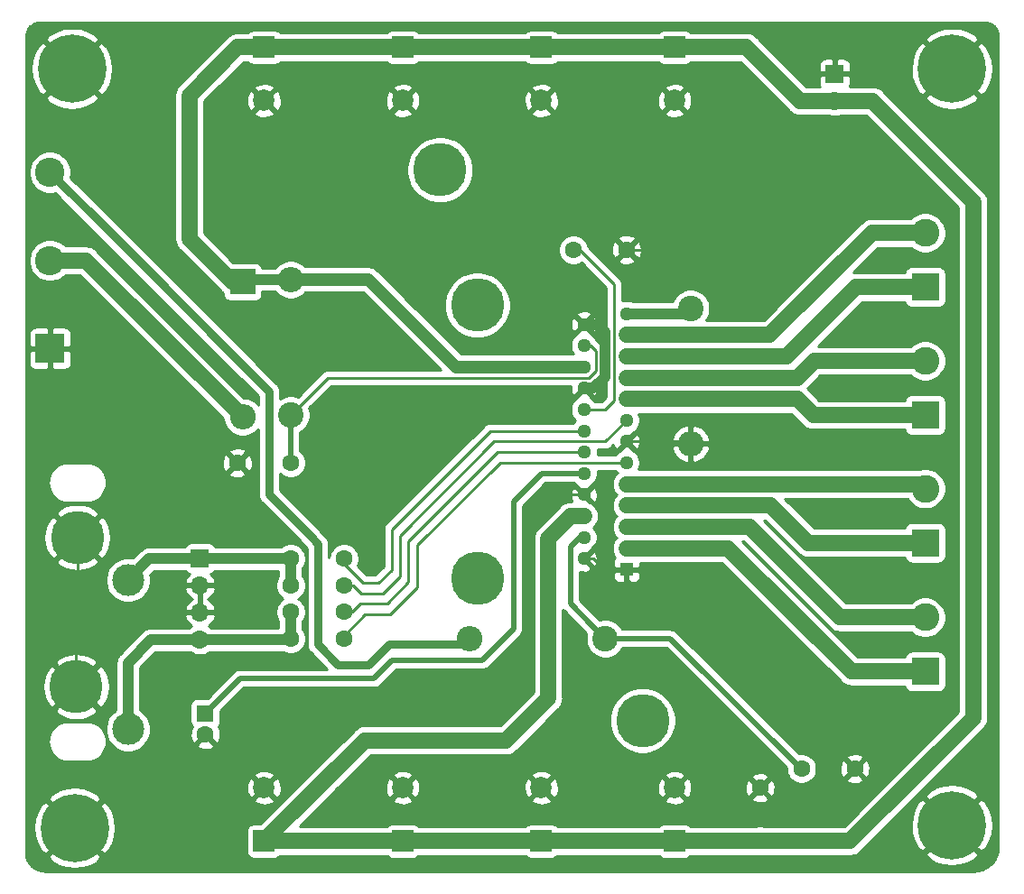
<source format=gbr>
G04 #@! TF.GenerationSoftware,KiCad,Pcbnew,(5.1.6)-1*
G04 #@! TF.CreationDate,2020-09-05T01:30:18-05:00*
G04 #@! TF.ProjectId,amplificador-200w,616d706c-6966-4696-9361-646f722d3230,rev?*
G04 #@! TF.SameCoordinates,Original*
G04 #@! TF.FileFunction,Copper,L2,Bot*
G04 #@! TF.FilePolarity,Positive*
%FSLAX46Y46*%
G04 Gerber Fmt 4.6, Leading zero omitted, Abs format (unit mm)*
G04 Created by KiCad (PCBNEW (5.1.6)-1) date 2020-09-05 01:30:18*
%MOMM*%
%LPD*%
G01*
G04 APERTURE LIST*
G04 #@! TA.AperFunction,ComponentPad*
%ADD10C,5.000000*%
G04 #@! TD*
G04 #@! TA.AperFunction,ComponentPad*
%ADD11O,1.700000X1.700000*%
G04 #@! TD*
G04 #@! TA.AperFunction,ComponentPad*
%ADD12R,1.700000X1.700000*%
G04 #@! TD*
G04 #@! TA.AperFunction,ComponentPad*
%ADD13C,0.800000*%
G04 #@! TD*
G04 #@! TA.AperFunction,ComponentPad*
%ADD14C,6.400000*%
G04 #@! TD*
G04 #@! TA.AperFunction,ComponentPad*
%ADD15C,2.000000*%
G04 #@! TD*
G04 #@! TA.AperFunction,ComponentPad*
%ADD16R,2.000000X2.000000*%
G04 #@! TD*
G04 #@! TA.AperFunction,ComponentPad*
%ADD17R,1.290000X1.290000*%
G04 #@! TD*
G04 #@! TA.AperFunction,ComponentPad*
%ADD18C,1.290000*%
G04 #@! TD*
G04 #@! TA.AperFunction,ComponentPad*
%ADD19C,2.743200*%
G04 #@! TD*
G04 #@! TA.AperFunction,ComponentPad*
%ADD20R,2.743200X2.743200*%
G04 #@! TD*
G04 #@! TA.AperFunction,ComponentPad*
%ADD21C,3.000000*%
G04 #@! TD*
G04 #@! TA.AperFunction,ComponentPad*
%ADD22O,2.400000X2.400000*%
G04 #@! TD*
G04 #@! TA.AperFunction,ComponentPad*
%ADD23R,2.400000X2.400000*%
G04 #@! TD*
G04 #@! TA.AperFunction,ComponentPad*
%ADD24C,2.400000*%
G04 #@! TD*
G04 #@! TA.AperFunction,ComponentPad*
%ADD25C,2.600000*%
G04 #@! TD*
G04 #@! TA.AperFunction,ComponentPad*
%ADD26R,2.600000X2.600000*%
G04 #@! TD*
G04 #@! TA.AperFunction,ComponentPad*
%ADD27C,1.600000*%
G04 #@! TD*
G04 #@! TA.AperFunction,ComponentPad*
%ADD28R,1.600000X1.600000*%
G04 #@! TD*
G04 #@! TA.AperFunction,ViaPad*
%ADD29C,2.000000*%
G04 #@! TD*
G04 #@! TA.AperFunction,Conductor*
%ADD30C,0.250000*%
G04 #@! TD*
G04 #@! TA.AperFunction,Conductor*
%ADD31C,1.000000*%
G04 #@! TD*
G04 #@! TA.AperFunction,Conductor*
%ADD32C,0.500000*%
G04 #@! TD*
G04 #@! TA.AperFunction,Conductor*
%ADD33C,1.500000*%
G04 #@! TD*
G04 #@! TA.AperFunction,Conductor*
%ADD34C,1.200000*%
G04 #@! TD*
G04 #@! TA.AperFunction,Conductor*
%ADD35C,0.800000*%
G04 #@! TD*
G04 #@! TA.AperFunction,Conductor*
%ADD36C,0.254000*%
G04 #@! TD*
G04 APERTURE END LIST*
D10*
X158500000Y-123180000D03*
X139500000Y-71500000D03*
D11*
X176500000Y-65040000D03*
D12*
X176500000Y-62500000D03*
D13*
X106947056Y-131552944D03*
X105250000Y-130850000D03*
X103552944Y-131552944D03*
X102850000Y-133250000D03*
X103552944Y-134947056D03*
X105250000Y-135650000D03*
X106947056Y-134947056D03*
X107650000Y-133250000D03*
D14*
X105250000Y-133250000D03*
D13*
X106697056Y-60302944D03*
X105000000Y-59600000D03*
X103302944Y-60302944D03*
X102600000Y-62000000D03*
X103302944Y-63697056D03*
X105000000Y-64400000D03*
X106697056Y-63697056D03*
X107400000Y-62000000D03*
D14*
X105000000Y-62000000D03*
D13*
X189197056Y-131302944D03*
X187500000Y-130600000D03*
X185802944Y-131302944D03*
X185100000Y-133000000D03*
X185802944Y-134697056D03*
X187500000Y-135400000D03*
X189197056Y-134697056D03*
X189900000Y-133000000D03*
D14*
X187500000Y-133000000D03*
D13*
X189197056Y-60302944D03*
X187500000Y-59600000D03*
X185802944Y-60302944D03*
X185100000Y-62000000D03*
X185802944Y-63697056D03*
X187500000Y-64400000D03*
X189197056Y-63697056D03*
X189900000Y-62000000D03*
D14*
X187500000Y-62000000D03*
D15*
X161500000Y-129500000D03*
D16*
X161500000Y-134500000D03*
D15*
X161500000Y-65000000D03*
D16*
X161500000Y-60000000D03*
D15*
X149000000Y-129500000D03*
D16*
X149000000Y-134500000D03*
D15*
X149000000Y-65000000D03*
D16*
X149000000Y-60000000D03*
D10*
X143000000Y-84200000D03*
X143000000Y-109800000D03*
D17*
X157000000Y-109000000D03*
D18*
X153000000Y-108000000D03*
X157000000Y-107000000D03*
X153000000Y-106000000D03*
X157000000Y-105000000D03*
X153000000Y-104000000D03*
X157000000Y-103000000D03*
X153000000Y-102000000D03*
X157000000Y-101000000D03*
X153000000Y-100000000D03*
X157000000Y-99000000D03*
X153000000Y-98000000D03*
X157000000Y-97000000D03*
X153000000Y-96000000D03*
X157000000Y-95000000D03*
X153000000Y-94000000D03*
X157000000Y-93000000D03*
X153000000Y-92000000D03*
X157000000Y-91000000D03*
X153000000Y-90000000D03*
X157000000Y-89000000D03*
X153000000Y-88000000D03*
X157000000Y-87000000D03*
X153000000Y-86000000D03*
X157000000Y-85000000D03*
D19*
X102936000Y-71745000D03*
X102936000Y-80000000D03*
D20*
X102936000Y-88255000D03*
D21*
X110250000Y-124000000D03*
X110250000Y-110000000D03*
D10*
X105400000Y-120000000D03*
X105500000Y-106000000D03*
D11*
X117000000Y-115580000D03*
X117000000Y-113040000D03*
X117000000Y-110500000D03*
D12*
X117000000Y-107960000D03*
D22*
X121000000Y-94700000D03*
D23*
X121000000Y-82000000D03*
D22*
X163000000Y-97200000D03*
D24*
X163000000Y-84500000D03*
D22*
X142300000Y-115500000D03*
D24*
X155000000Y-115500000D03*
D22*
X125500000Y-81800000D03*
D24*
X125500000Y-94500000D03*
D25*
X185000000Y-77420000D03*
D26*
X185000000Y-82500000D03*
D25*
X185000000Y-89420000D03*
D26*
X185000000Y-94500000D03*
D25*
X185000000Y-113500000D03*
D26*
X185000000Y-118580000D03*
D25*
X185000000Y-101420000D03*
D26*
X185000000Y-106500000D03*
D27*
X169500000Y-129500000D03*
X169500000Y-134500000D03*
D15*
X136000000Y-129500000D03*
D16*
X136000000Y-134500000D03*
D15*
X123000000Y-65000000D03*
D16*
X123000000Y-60000000D03*
D15*
X136000000Y-65000000D03*
D16*
X136000000Y-60000000D03*
D27*
X157000000Y-79000000D03*
X152000000Y-79000000D03*
D15*
X123000000Y-129500000D03*
D16*
X123000000Y-134500000D03*
D27*
X117500000Y-124500000D03*
D28*
X117500000Y-122500000D03*
D27*
X125500000Y-108000000D03*
X130500000Y-108000000D03*
X125500000Y-110500000D03*
X130500000Y-110500000D03*
X125500000Y-113000000D03*
X130500000Y-113000000D03*
X125500000Y-115500000D03*
X130500000Y-115500000D03*
X178390000Y-127700000D03*
X173390000Y-127700000D03*
X120500000Y-99000000D03*
X125500000Y-99000000D03*
D29*
X169000000Y-84500000D03*
X169000000Y-98500000D03*
D30*
X105500000Y-112000000D02*
X105500000Y-106000000D01*
X105400000Y-112100000D02*
X105400000Y-120000000D01*
X105500000Y-112000000D02*
X105400000Y-112100000D01*
X162800000Y-97000000D02*
X163000000Y-97200000D01*
X157000000Y-97000000D02*
X162800000Y-97000000D01*
X155000000Y-108645000D02*
X155355000Y-109000000D01*
X155355000Y-109000000D02*
X157000000Y-109000000D01*
X153912167Y-108000000D02*
X154557167Y-108645000D01*
X154557167Y-108645000D02*
X155000000Y-108645000D01*
X153000000Y-108000000D02*
X153912167Y-108000000D01*
X155000000Y-104000000D02*
X155000000Y-108645000D01*
X153000000Y-102000000D02*
X155000000Y-104000000D01*
X153000000Y-86000000D02*
X149940000Y-82940000D01*
X149940000Y-82940000D02*
X149940000Y-77000000D01*
X149940000Y-77000000D02*
X150620000Y-76320000D01*
X154320000Y-76320000D02*
X157000000Y-79000000D01*
X150620000Y-76320000D02*
X154320000Y-76320000D01*
X164697056Y-97200000D02*
X166027056Y-98530000D01*
X163000000Y-97200000D02*
X164697056Y-97200000D01*
X104807600Y-88255000D02*
X111500000Y-94947400D01*
X102936000Y-88255000D02*
X104807600Y-88255000D01*
X111500000Y-94947400D02*
X111500000Y-103500000D01*
X107999999Y-103500001D02*
X105500000Y-106000000D01*
X111500000Y-103500000D02*
X107999999Y-103500001D01*
X157000000Y-79000000D02*
X165000000Y-79000000D01*
X165000000Y-79000000D02*
X169000000Y-83000000D01*
X169000000Y-83000000D02*
X169000000Y-84500000D01*
X166027056Y-98530000D02*
X169000000Y-98500000D01*
D31*
X154970000Y-86750000D02*
X154220000Y-86000000D01*
X154970000Y-90942167D02*
X154970000Y-86750000D01*
X153000000Y-92000000D02*
X153912167Y-92000000D01*
X154220000Y-86000000D02*
X153000000Y-86000000D01*
X153912167Y-92000000D02*
X154970000Y-90942167D01*
D30*
X157000000Y-109895000D02*
X157000000Y-109000000D01*
X166500000Y-118000000D02*
X165105000Y-118000000D01*
X172000000Y-123500000D02*
X166500000Y-118000000D01*
X186690000Y-98500000D02*
X187500000Y-99310000D01*
X186000000Y-123500000D02*
X172000000Y-123500000D01*
X169000000Y-98500000D02*
X186690000Y-98500000D01*
X165105000Y-118000000D02*
X157000000Y-109895000D01*
X187500000Y-99310000D02*
X187500000Y-122000000D01*
X187500000Y-122000000D02*
X186000000Y-123500000D01*
X102900001Y-122499999D02*
X105400000Y-120000000D01*
X104742270Y-128000000D02*
X102699990Y-125957720D01*
X102699990Y-122700010D02*
X102900001Y-122499999D01*
X122290000Y-128000000D02*
X104742270Y-128000000D01*
X129450000Y-120840000D02*
X122290000Y-128000000D01*
X102699990Y-125957720D02*
X102699990Y-122700010D01*
X148000000Y-104290000D02*
X148000000Y-116560000D01*
X153000000Y-102000000D02*
X150290000Y-102000000D01*
X148000000Y-116560000D02*
X143720000Y-120840000D01*
X150290000Y-102000000D02*
X148000000Y-104290000D01*
X143720000Y-120840000D02*
X129450000Y-120840000D01*
D32*
X125500000Y-94500000D02*
X125500000Y-99000000D01*
D30*
X153660000Y-88000000D02*
X153000000Y-88000000D01*
X154120000Y-88460000D02*
X153660000Y-88000000D01*
X128970000Y-91030000D02*
X153465601Y-91029999D01*
X125500000Y-94500000D02*
X128970000Y-91030000D01*
X154120000Y-90380000D02*
X154120000Y-88460000D01*
X153465601Y-91029999D02*
X153467801Y-91032199D01*
X153467801Y-91032199D02*
X154120000Y-90380000D01*
D32*
X153800001Y-114300001D02*
X155000000Y-115500000D01*
X151740000Y-112240000D02*
X153800001Y-114300001D01*
X153000000Y-106000000D02*
X152640000Y-106000000D01*
X151740000Y-106900000D02*
X151740000Y-112240000D01*
X152640000Y-106000000D02*
X151740000Y-106900000D01*
X161100000Y-115500000D02*
X155000000Y-115500000D01*
X173500000Y-127900000D02*
X161100000Y-115500000D01*
D31*
X125380000Y-115620000D02*
X125500000Y-115500000D01*
X119500000Y-115620000D02*
X125380000Y-115620000D01*
X125500000Y-113000000D02*
X125500000Y-115500000D01*
X110250000Y-117750000D02*
X110250000Y-124000000D01*
X119500000Y-115620000D02*
X112380000Y-115620000D01*
X112380000Y-115620000D02*
X110250000Y-117750000D01*
D30*
X130500000Y-115500000D02*
X131090000Y-115500000D01*
X145110000Y-99000000D02*
X147590000Y-99000000D01*
X137400000Y-106710000D02*
X145110000Y-99000000D01*
X130500000Y-115230000D02*
X132480000Y-113250000D01*
X147590000Y-99000000D02*
X157000000Y-99000000D01*
X132480000Y-113250000D02*
X134850000Y-113250000D01*
X130500000Y-115500000D02*
X130500000Y-115230000D01*
X134850000Y-113250000D02*
X137400000Y-110700000D01*
X137400000Y-110700000D02*
X137400000Y-106710000D01*
X147600000Y-98000000D02*
X153000000Y-98000000D01*
X136540000Y-106400000D02*
X144940000Y-98000000D01*
X136540000Y-106913590D02*
X136540000Y-106400000D01*
X136550000Y-106923590D02*
X136540000Y-106913590D01*
X130500000Y-113000000D02*
X131290000Y-113000000D01*
X144940000Y-98000000D02*
X147600000Y-98000000D01*
X132060000Y-112230000D02*
X134530000Y-112230000D01*
X131290000Y-113000000D02*
X132060000Y-112230000D01*
X134530000Y-112230000D02*
X136550000Y-110210000D01*
X136550000Y-110210000D02*
X136550000Y-106923590D01*
D31*
X125500000Y-110500000D02*
X125500000Y-108000000D01*
X119500000Y-108000000D02*
X125500000Y-108000000D01*
X112250000Y-108000000D02*
X110250000Y-110000000D01*
X119500000Y-108000000D02*
X112250000Y-108000000D01*
D30*
X155000000Y-97000000D02*
X157000000Y-95000000D01*
X144600000Y-97000000D02*
X155000000Y-97000000D01*
X135770000Y-105830000D02*
X144600000Y-97000000D01*
X130500000Y-110500000D02*
X131360000Y-110500000D01*
X131360000Y-110500000D02*
X132130000Y-111270000D01*
X134170000Y-111270000D02*
X135770000Y-109670000D01*
X132130000Y-111270000D02*
X134170000Y-111270000D01*
X135770000Y-109670000D02*
X135770000Y-105830000D01*
X130500000Y-108460000D02*
X130500000Y-108000000D01*
X132320000Y-110280000D02*
X130500000Y-108460000D01*
X144210000Y-96000000D02*
X134950000Y-105260000D01*
X134950000Y-109050000D02*
X133720000Y-110280000D01*
X133720000Y-110280000D02*
X132320000Y-110280000D01*
X153000000Y-96000000D02*
X144210000Y-96000000D01*
X134950000Y-105260000D02*
X134950000Y-109050000D01*
D32*
X149050000Y-100000000D02*
X153000000Y-100000000D01*
X146390000Y-114610000D02*
X146390000Y-102660000D01*
X117500000Y-122500000D02*
X120770000Y-119230000D01*
X120770000Y-119230000D02*
X133300000Y-119230000D01*
X133300000Y-119230000D02*
X135010000Y-117520000D01*
X146390000Y-102660000D02*
X149050000Y-100000000D01*
X135010000Y-117520000D02*
X143480000Y-117520000D01*
X143480000Y-117520000D02*
X146390000Y-114610000D01*
D31*
X125500000Y-81800000D02*
X121000000Y-81800000D01*
D33*
X136000000Y-60000000D02*
X123000000Y-60000000D01*
X123000000Y-134500000D02*
X136000000Y-134500000D01*
X169500000Y-134500000D02*
X136000000Y-134500000D01*
D34*
X132800000Y-81800000D02*
X125500000Y-81800000D01*
X153000000Y-90000000D02*
X141000000Y-90000000D01*
X141000000Y-90000000D02*
X132800000Y-81800000D01*
D33*
X120000000Y-82000000D02*
X121000000Y-82000000D01*
X116000000Y-78000000D02*
X120000000Y-82000000D01*
X116000000Y-64500000D02*
X116000000Y-78000000D01*
X123000000Y-60000000D02*
X120500000Y-60000000D01*
X120500000Y-60000000D02*
X116000000Y-64500000D01*
X151750000Y-104000000D02*
X153000000Y-104000000D01*
X149650000Y-106100000D02*
X151750000Y-104000000D01*
X123000000Y-134500000D02*
X123000000Y-134470000D01*
X132430000Y-125040000D02*
X145700000Y-125040000D01*
X123000000Y-134470000D02*
X132430000Y-125040000D01*
X145700000Y-125040000D02*
X149650000Y-121090000D01*
X149650000Y-121090000D02*
X149650000Y-106100000D01*
X177960000Y-134500000D02*
X169500000Y-134500000D01*
X189500000Y-122960000D02*
X177960000Y-134500000D01*
X189500000Y-74500000D02*
X189500000Y-122960000D01*
X176500000Y-65040000D02*
X180040000Y-65040000D01*
X180040000Y-65040000D02*
X189500000Y-74500000D01*
X173260000Y-65040000D02*
X176500000Y-65040000D01*
X136000000Y-60000000D02*
X168220000Y-60000000D01*
X168220000Y-60000000D02*
X173260000Y-65040000D01*
D30*
X155830000Y-93160000D02*
X154990000Y-94000000D01*
X154990000Y-94000000D02*
X153000000Y-94000000D01*
X155830000Y-82220000D02*
X155830000Y-93160000D01*
X152000000Y-79000000D02*
X152610000Y-79000000D01*
X152610000Y-79000000D02*
X155830000Y-82220000D01*
D35*
X103495000Y-71745000D02*
X102936000Y-71745000D01*
X108380000Y-77189000D02*
X102936000Y-71745000D01*
X132800000Y-117920000D02*
X129920000Y-117920000D01*
X134720000Y-116000000D02*
X132800000Y-117920000D01*
X142300000Y-115500000D02*
X141800000Y-116000000D01*
X141800000Y-116000000D02*
X134720000Y-116000000D01*
X128030000Y-106580000D02*
X127330000Y-105880000D01*
X129920000Y-117920000D02*
X128030000Y-116030000D01*
X128030000Y-116030000D02*
X128030000Y-106580000D01*
X127330000Y-105880000D02*
X127330000Y-105830000D01*
X123470000Y-92279000D02*
X108380000Y-77189000D01*
X127330000Y-105830000D02*
X123470000Y-101970000D01*
X123470000Y-101970000D02*
X123470000Y-92279000D01*
D33*
X106300000Y-80000000D02*
X121000000Y-94700000D01*
X102936000Y-80000000D02*
X106300000Y-80000000D01*
X157000000Y-101000000D02*
X184580000Y-101000000D01*
X184580000Y-101000000D02*
X185000000Y-101420000D01*
X174000000Y-106500000D02*
X185000000Y-106500000D01*
X157000000Y-103000000D02*
X170500000Y-103000000D01*
X170500000Y-103000000D02*
X174000000Y-106500000D01*
X177000000Y-113500000D02*
X185000000Y-113500000D01*
X157000000Y-105000000D02*
X168500000Y-105000000D01*
X168500000Y-105000000D02*
X177000000Y-113500000D01*
X166500000Y-107000000D02*
X157912167Y-107000000D01*
X157912167Y-107000000D02*
X157000000Y-107000000D01*
X185000000Y-118580000D02*
X178080000Y-118580000D01*
X178080000Y-118580000D02*
X166500000Y-107000000D01*
X157000000Y-91000000D02*
X173000000Y-91000000D01*
X174580000Y-89420000D02*
X185000000Y-89420000D01*
X173000000Y-91000000D02*
X174580000Y-89420000D01*
X174500000Y-94500000D02*
X185000000Y-94500000D01*
X157000000Y-93000000D02*
X173000000Y-93000000D01*
X173000000Y-93000000D02*
X174500000Y-94500000D01*
X157000000Y-87000000D02*
X170420000Y-87000000D01*
X180000000Y-77420000D02*
X185000000Y-77420000D01*
X170420000Y-87000000D02*
X180000000Y-77420000D01*
X157000000Y-89000000D02*
X172000000Y-89000000D01*
X178500000Y-82500000D02*
X185000000Y-82500000D01*
X172000000Y-89000000D02*
X178500000Y-82500000D01*
D31*
X162500000Y-85000000D02*
X163000000Y-84500000D01*
X157000000Y-85000000D02*
X162500000Y-85000000D01*
D36*
G36*
X190759659Y-57688625D02*
G01*
X191009429Y-57764035D01*
X191239792Y-57886522D01*
X191441980Y-58051422D01*
X191608286Y-58252450D01*
X191732378Y-58481954D01*
X191809531Y-58731195D01*
X191840000Y-59021088D01*
X191840001Y-134967711D01*
X191792330Y-135453894D01*
X191660512Y-135890497D01*
X191446399Y-136293186D01*
X191158150Y-136646613D01*
X190806739Y-136937327D01*
X190405564Y-137154240D01*
X189969886Y-137289106D01*
X189485664Y-137340000D01*
X102532279Y-137340000D01*
X102143224Y-137301853D01*
X101800036Y-137198238D01*
X101483511Y-137029939D01*
X101205704Y-136803365D01*
X100977195Y-136527146D01*
X100806690Y-136211803D01*
X100725921Y-135950881D01*
X102728724Y-135950881D01*
X103088912Y-136440548D01*
X103752882Y-136800849D01*
X104474385Y-137024694D01*
X105225695Y-137103480D01*
X105977938Y-137034178D01*
X106702208Y-136819452D01*
X107370670Y-136467555D01*
X107411088Y-136440548D01*
X107771276Y-135950881D01*
X105250000Y-133429605D01*
X102728724Y-135950881D01*
X100725921Y-135950881D01*
X100700681Y-135869344D01*
X100660000Y-135482288D01*
X100660000Y-133225695D01*
X101396520Y-133225695D01*
X101465822Y-133977938D01*
X101680548Y-134702208D01*
X102032445Y-135370670D01*
X102059452Y-135411088D01*
X102549119Y-135771276D01*
X105070395Y-133250000D01*
X105429605Y-133250000D01*
X107950881Y-135771276D01*
X108440548Y-135411088D01*
X108800849Y-134747118D01*
X109024694Y-134025615D01*
X109103480Y-133274305D01*
X109034178Y-132522062D01*
X108819452Y-131797792D01*
X108467555Y-131129330D01*
X108440548Y-131088912D01*
X107950881Y-130728724D01*
X105429605Y-133250000D01*
X105070395Y-133250000D01*
X102549119Y-130728724D01*
X102059452Y-131088912D01*
X101699151Y-131752882D01*
X101475306Y-132474385D01*
X101396520Y-133225695D01*
X100660000Y-133225695D01*
X100660000Y-130549119D01*
X102728724Y-130549119D01*
X105250000Y-133070395D01*
X107684982Y-130635413D01*
X122044192Y-130635413D01*
X122139956Y-130899814D01*
X122429571Y-131040704D01*
X122741108Y-131122384D01*
X123062595Y-131141718D01*
X123381675Y-131097961D01*
X123686088Y-130992795D01*
X123860044Y-130899814D01*
X123955808Y-130635413D01*
X123000000Y-129679605D01*
X122044192Y-130635413D01*
X107684982Y-130635413D01*
X107771276Y-130549119D01*
X107411088Y-130059452D01*
X106747118Y-129699151D01*
X106306968Y-129562595D01*
X121358282Y-129562595D01*
X121402039Y-129881675D01*
X121507205Y-130186088D01*
X121600186Y-130360044D01*
X121864587Y-130455808D01*
X122820395Y-129500000D01*
X123179605Y-129500000D01*
X124135413Y-130455808D01*
X124399814Y-130360044D01*
X124540704Y-130070429D01*
X124622384Y-129758892D01*
X124641718Y-129437405D01*
X124597961Y-129118325D01*
X124492795Y-128813912D01*
X124399814Y-128639956D01*
X124135413Y-128544192D01*
X123179605Y-129500000D01*
X122820395Y-129500000D01*
X121864587Y-128544192D01*
X121600186Y-128639956D01*
X121459296Y-128929571D01*
X121377616Y-129241108D01*
X121358282Y-129562595D01*
X106306968Y-129562595D01*
X106025615Y-129475306D01*
X105274305Y-129396520D01*
X104522062Y-129465822D01*
X103797792Y-129680548D01*
X103129330Y-130032445D01*
X103088912Y-130059452D01*
X102728724Y-130549119D01*
X100660000Y-130549119D01*
X100660000Y-128364587D01*
X122044192Y-128364587D01*
X123000000Y-129320395D01*
X123955808Y-128364587D01*
X123860044Y-128100186D01*
X123570429Y-127959296D01*
X123258892Y-127877616D01*
X122937405Y-127858282D01*
X122618325Y-127902039D01*
X122313912Y-128007205D01*
X122139956Y-128100186D01*
X122044192Y-128364587D01*
X100660000Y-128364587D01*
X100660000Y-125150000D01*
X102755880Y-125150000D01*
X102792275Y-125519524D01*
X102900061Y-125874848D01*
X103075097Y-126202317D01*
X103310655Y-126489345D01*
X103597683Y-126724903D01*
X103925152Y-126899939D01*
X104280476Y-127007725D01*
X104557403Y-127035000D01*
X106442597Y-127035000D01*
X106719524Y-127007725D01*
X107074848Y-126899939D01*
X107402317Y-126724903D01*
X107689345Y-126489345D01*
X107924903Y-126202317D01*
X108099939Y-125874848D01*
X108207725Y-125519524D01*
X108244120Y-125150000D01*
X108207725Y-124780476D01*
X108099939Y-124425152D01*
X107924903Y-124097683D01*
X107689345Y-123810655D01*
X107402317Y-123575097D01*
X107074848Y-123400061D01*
X106719524Y-123292275D01*
X106442597Y-123265000D01*
X104557403Y-123265000D01*
X104280476Y-123292275D01*
X103925152Y-123400061D01*
X103597683Y-123575097D01*
X103310655Y-123810655D01*
X103075097Y-124097683D01*
X102900061Y-124425152D01*
X102792275Y-124780476D01*
X102755880Y-125150000D01*
X100660000Y-125150000D01*
X100660000Y-122203148D01*
X103376457Y-122203148D01*
X103652627Y-122621118D01*
X104197557Y-122911649D01*
X104788696Y-123090287D01*
X105403328Y-123150168D01*
X106017831Y-123088990D01*
X106608592Y-122909103D01*
X107147373Y-122621118D01*
X107423543Y-122203148D01*
X105400000Y-120179605D01*
X103376457Y-122203148D01*
X100660000Y-122203148D01*
X100660000Y-120003328D01*
X102249832Y-120003328D01*
X102311010Y-120617831D01*
X102490897Y-121208592D01*
X102778882Y-121747373D01*
X103196852Y-122023543D01*
X105220395Y-120000000D01*
X105579605Y-120000000D01*
X107603148Y-122023543D01*
X108021118Y-121747373D01*
X108311649Y-121202443D01*
X108490287Y-120611304D01*
X108550168Y-119996672D01*
X108488990Y-119382169D01*
X108309103Y-118791408D01*
X108021118Y-118252627D01*
X107603148Y-117976457D01*
X105579605Y-120000000D01*
X105220395Y-120000000D01*
X103196852Y-117976457D01*
X102778882Y-118252627D01*
X102488351Y-118797557D01*
X102309713Y-119388696D01*
X102249832Y-120003328D01*
X100660000Y-120003328D01*
X100660000Y-117796852D01*
X103376457Y-117796852D01*
X105400000Y-119820395D01*
X107423543Y-117796852D01*
X107147373Y-117378882D01*
X106602443Y-117088351D01*
X106011304Y-116909713D01*
X105396672Y-116849832D01*
X104782169Y-116911010D01*
X104191408Y-117090897D01*
X103652627Y-117378882D01*
X103376457Y-117796852D01*
X100660000Y-117796852D01*
X100660000Y-109789721D01*
X108115000Y-109789721D01*
X108115000Y-110210279D01*
X108197047Y-110622756D01*
X108357988Y-111011302D01*
X108591637Y-111360983D01*
X108889017Y-111658363D01*
X109238698Y-111892012D01*
X109627244Y-112052953D01*
X110039721Y-112135000D01*
X110460279Y-112135000D01*
X110872756Y-112052953D01*
X111261302Y-111892012D01*
X111610983Y-111658363D01*
X111908363Y-111360983D01*
X112142012Y-111011302D01*
X112205971Y-110856890D01*
X115558524Y-110856890D01*
X115603175Y-111004099D01*
X115728359Y-111266920D01*
X115902412Y-111500269D01*
X116118645Y-111695178D01*
X116244255Y-111770000D01*
X116118645Y-111844822D01*
X115902412Y-112039731D01*
X115728359Y-112273080D01*
X115603175Y-112535901D01*
X115558524Y-112683110D01*
X115679845Y-112913000D01*
X116873000Y-112913000D01*
X116873000Y-110627000D01*
X117127000Y-110627000D01*
X117127000Y-112913000D01*
X118320155Y-112913000D01*
X118441476Y-112683110D01*
X118396825Y-112535901D01*
X118271641Y-112273080D01*
X118097588Y-112039731D01*
X117881355Y-111844822D01*
X117755745Y-111770000D01*
X117881355Y-111695178D01*
X118097588Y-111500269D01*
X118271641Y-111266920D01*
X118396825Y-111004099D01*
X118441476Y-110856890D01*
X118320155Y-110627000D01*
X117127000Y-110627000D01*
X116873000Y-110627000D01*
X115679845Y-110627000D01*
X115558524Y-110856890D01*
X112205971Y-110856890D01*
X112302953Y-110622756D01*
X112385000Y-110210279D01*
X112385000Y-109789721D01*
X112331977Y-109523155D01*
X112720132Y-109135000D01*
X115603698Y-109135000D01*
X115619463Y-109164494D01*
X115698815Y-109261185D01*
X115795506Y-109340537D01*
X115905820Y-109399502D01*
X115986466Y-109423966D01*
X115902412Y-109499731D01*
X115728359Y-109733080D01*
X115603175Y-109995901D01*
X115558524Y-110143110D01*
X115679845Y-110373000D01*
X116873000Y-110373000D01*
X116873000Y-110353000D01*
X117127000Y-110353000D01*
X117127000Y-110373000D01*
X118320155Y-110373000D01*
X118441476Y-110143110D01*
X118396825Y-109995901D01*
X118271641Y-109733080D01*
X118097588Y-109499731D01*
X118013534Y-109423966D01*
X118094180Y-109399502D01*
X118204494Y-109340537D01*
X118301185Y-109261185D01*
X118380537Y-109164494D01*
X118396302Y-109135000D01*
X124365001Y-109135000D01*
X124365000Y-109615716D01*
X124228320Y-109820273D01*
X124120147Y-110081426D01*
X124065000Y-110358665D01*
X124065000Y-110641335D01*
X124120147Y-110918574D01*
X124228320Y-111179727D01*
X124385363Y-111414759D01*
X124585241Y-111614637D01*
X124787827Y-111750000D01*
X124585241Y-111885363D01*
X124385363Y-112085241D01*
X124228320Y-112320273D01*
X124120147Y-112581426D01*
X124065000Y-112858665D01*
X124065000Y-113141335D01*
X124120147Y-113418574D01*
X124228320Y-113679727D01*
X124365000Y-113884284D01*
X124365001Y-114485000D01*
X118005107Y-114485000D01*
X117946632Y-114426525D01*
X117764466Y-114304805D01*
X117881355Y-114235178D01*
X118097588Y-114040269D01*
X118271641Y-113806920D01*
X118396825Y-113544099D01*
X118441476Y-113396890D01*
X118320155Y-113167000D01*
X117127000Y-113167000D01*
X117127000Y-113187000D01*
X116873000Y-113187000D01*
X116873000Y-113167000D01*
X115679845Y-113167000D01*
X115558524Y-113396890D01*
X115603175Y-113544099D01*
X115728359Y-113806920D01*
X115902412Y-114040269D01*
X116118645Y-114235178D01*
X116235534Y-114304805D01*
X116053368Y-114426525D01*
X115994893Y-114485000D01*
X112435752Y-114485000D01*
X112380000Y-114479509D01*
X112324248Y-114485000D01*
X112157501Y-114501423D01*
X111943553Y-114566324D01*
X111746377Y-114671716D01*
X111573551Y-114813551D01*
X111538011Y-114856857D01*
X109486865Y-116908004D01*
X109443551Y-116943551D01*
X109301716Y-117116377D01*
X109214259Y-117280000D01*
X109196324Y-117313554D01*
X109131423Y-117527502D01*
X109109509Y-117750000D01*
X109115000Y-117805752D01*
X109115001Y-122190640D01*
X108889017Y-122341637D01*
X108591637Y-122639017D01*
X108357988Y-122988698D01*
X108197047Y-123377244D01*
X108115000Y-123789721D01*
X108115000Y-124210279D01*
X108197047Y-124622756D01*
X108357988Y-125011302D01*
X108591637Y-125360983D01*
X108889017Y-125658363D01*
X109238698Y-125892012D01*
X109627244Y-126052953D01*
X110039721Y-126135000D01*
X110460279Y-126135000D01*
X110872756Y-126052953D01*
X111261302Y-125892012D01*
X111610983Y-125658363D01*
X111776644Y-125492702D01*
X116686903Y-125492702D01*
X116758486Y-125736671D01*
X117013996Y-125857571D01*
X117288184Y-125926300D01*
X117570512Y-125940217D01*
X117850130Y-125898787D01*
X118116292Y-125803603D01*
X118241514Y-125736671D01*
X118313097Y-125492702D01*
X117500000Y-124679605D01*
X116686903Y-125492702D01*
X111776644Y-125492702D01*
X111908363Y-125360983D01*
X112142012Y-125011302D01*
X112302953Y-124622756D01*
X112385000Y-124210279D01*
X112385000Y-123789721D01*
X112302953Y-123377244D01*
X112142012Y-122988698D01*
X111908363Y-122639017D01*
X111610983Y-122341637D01*
X111385000Y-122190640D01*
X111385000Y-118220131D01*
X112850132Y-116755000D01*
X116085582Y-116755000D01*
X116296589Y-116895990D01*
X116566842Y-117007932D01*
X116853740Y-117065000D01*
X117146260Y-117065000D01*
X117433158Y-117007932D01*
X117703411Y-116895990D01*
X117914418Y-116755000D01*
X124795310Y-116755000D01*
X124820273Y-116771680D01*
X125081426Y-116879853D01*
X125358665Y-116935000D01*
X125641335Y-116935000D01*
X125918574Y-116879853D01*
X126179727Y-116771680D01*
X126414759Y-116614637D01*
X126614637Y-116414759D01*
X126771680Y-116179727D01*
X126879853Y-115918574D01*
X126935000Y-115641335D01*
X126935000Y-115358665D01*
X126879853Y-115081426D01*
X126771680Y-114820273D01*
X126635000Y-114615716D01*
X126635000Y-113884284D01*
X126771680Y-113679727D01*
X126879853Y-113418574D01*
X126935000Y-113141335D01*
X126935000Y-112858665D01*
X126879853Y-112581426D01*
X126771680Y-112320273D01*
X126614637Y-112085241D01*
X126414759Y-111885363D01*
X126212173Y-111750000D01*
X126414759Y-111614637D01*
X126614637Y-111414759D01*
X126771680Y-111179727D01*
X126879853Y-110918574D01*
X126935000Y-110641335D01*
X126935000Y-110358665D01*
X126879853Y-110081426D01*
X126771680Y-109820273D01*
X126635000Y-109615716D01*
X126635000Y-108884284D01*
X126771680Y-108679727D01*
X126879853Y-108418574D01*
X126935000Y-108141335D01*
X126935000Y-107858665D01*
X126879853Y-107581426D01*
X126771680Y-107320273D01*
X126614637Y-107085241D01*
X126414759Y-106885363D01*
X126179727Y-106728320D01*
X125918574Y-106620147D01*
X125641335Y-106565000D01*
X125358665Y-106565000D01*
X125081426Y-106620147D01*
X124820273Y-106728320D01*
X124615716Y-106865000D01*
X118439064Y-106865000D01*
X118380537Y-106755506D01*
X118301185Y-106658815D01*
X118204494Y-106579463D01*
X118094180Y-106520498D01*
X117974482Y-106484188D01*
X117850000Y-106471928D01*
X116150000Y-106471928D01*
X116025518Y-106484188D01*
X115905820Y-106520498D01*
X115795506Y-106579463D01*
X115698815Y-106658815D01*
X115619463Y-106755506D01*
X115560936Y-106865000D01*
X112305751Y-106865000D01*
X112249999Y-106859509D01*
X112027500Y-106881423D01*
X111999609Y-106889884D01*
X111813553Y-106946324D01*
X111616377Y-107051716D01*
X111443551Y-107193551D01*
X111408009Y-107236859D01*
X110726845Y-107918023D01*
X110460279Y-107865000D01*
X110039721Y-107865000D01*
X109627244Y-107947047D01*
X109238698Y-108107988D01*
X108889017Y-108341637D01*
X108591637Y-108639017D01*
X108357988Y-108988698D01*
X108197047Y-109377244D01*
X108115000Y-109789721D01*
X100660000Y-109789721D01*
X100660000Y-108203148D01*
X103476457Y-108203148D01*
X103752627Y-108621118D01*
X104297557Y-108911649D01*
X104888696Y-109090287D01*
X105503328Y-109150168D01*
X106117831Y-109088990D01*
X106708592Y-108909103D01*
X107247373Y-108621118D01*
X107523543Y-108203148D01*
X105500000Y-106179605D01*
X103476457Y-108203148D01*
X100660000Y-108203148D01*
X100660000Y-106003328D01*
X102349832Y-106003328D01*
X102411010Y-106617831D01*
X102590897Y-107208592D01*
X102878882Y-107747373D01*
X103296852Y-108023543D01*
X105320395Y-106000000D01*
X105679605Y-106000000D01*
X107703148Y-108023543D01*
X108121118Y-107747373D01*
X108411649Y-107202443D01*
X108590287Y-106611304D01*
X108650168Y-105996672D01*
X108588990Y-105382169D01*
X108409103Y-104791408D01*
X108121118Y-104252627D01*
X107703148Y-103976457D01*
X105679605Y-106000000D01*
X105320395Y-106000000D01*
X103296852Y-103976457D01*
X102878882Y-104252627D01*
X102588351Y-104797557D01*
X102409713Y-105388696D01*
X102349832Y-106003328D01*
X100660000Y-106003328D01*
X100660000Y-103796852D01*
X103476457Y-103796852D01*
X105500000Y-105820395D01*
X107523543Y-103796852D01*
X107247373Y-103378882D01*
X106702443Y-103088351D01*
X106111304Y-102909713D01*
X105496672Y-102849832D01*
X104882169Y-102911010D01*
X104291408Y-103090897D01*
X103752627Y-103378882D01*
X103476457Y-103796852D01*
X100660000Y-103796852D01*
X100660000Y-100850000D01*
X102755880Y-100850000D01*
X102792275Y-101219524D01*
X102900061Y-101574848D01*
X103075097Y-101902317D01*
X103310655Y-102189345D01*
X103597683Y-102424903D01*
X103925152Y-102599939D01*
X104280476Y-102707725D01*
X104557403Y-102735000D01*
X106442597Y-102735000D01*
X106719524Y-102707725D01*
X107074848Y-102599939D01*
X107402317Y-102424903D01*
X107689345Y-102189345D01*
X107924903Y-101902317D01*
X108099939Y-101574848D01*
X108207725Y-101219524D01*
X108244120Y-100850000D01*
X108207725Y-100480476D01*
X108099939Y-100125152D01*
X108029143Y-99992702D01*
X119686903Y-99992702D01*
X119758486Y-100236671D01*
X120013996Y-100357571D01*
X120288184Y-100426300D01*
X120570512Y-100440217D01*
X120850130Y-100398787D01*
X121116292Y-100303603D01*
X121241514Y-100236671D01*
X121313097Y-99992702D01*
X120500000Y-99179605D01*
X119686903Y-99992702D01*
X108029143Y-99992702D01*
X107924903Y-99797683D01*
X107689345Y-99510655D01*
X107402317Y-99275097D01*
X107074848Y-99100061D01*
X106977438Y-99070512D01*
X119059783Y-99070512D01*
X119101213Y-99350130D01*
X119196397Y-99616292D01*
X119263329Y-99741514D01*
X119507298Y-99813097D01*
X120320395Y-99000000D01*
X120679605Y-99000000D01*
X121492702Y-99813097D01*
X121736671Y-99741514D01*
X121857571Y-99486004D01*
X121926300Y-99211816D01*
X121940217Y-98929488D01*
X121898787Y-98649870D01*
X121803603Y-98383708D01*
X121736671Y-98258486D01*
X121492702Y-98186903D01*
X120679605Y-99000000D01*
X120320395Y-99000000D01*
X119507298Y-98186903D01*
X119263329Y-98258486D01*
X119142429Y-98513996D01*
X119073700Y-98788184D01*
X119059783Y-99070512D01*
X106977438Y-99070512D01*
X106719524Y-98992275D01*
X106442597Y-98965000D01*
X104557403Y-98965000D01*
X104280476Y-98992275D01*
X103925152Y-99100061D01*
X103597683Y-99275097D01*
X103310655Y-99510655D01*
X103075097Y-99797683D01*
X102900061Y-100125152D01*
X102792275Y-100480476D01*
X102755880Y-100850000D01*
X100660000Y-100850000D01*
X100660000Y-98007298D01*
X119686903Y-98007298D01*
X120500000Y-98820395D01*
X121313097Y-98007298D01*
X121241514Y-97763329D01*
X120986004Y-97642429D01*
X120711816Y-97573700D01*
X120429488Y-97559783D01*
X120149870Y-97601213D01*
X119883708Y-97696397D01*
X119758486Y-97763329D01*
X119686903Y-98007298D01*
X100660000Y-98007298D01*
X100660000Y-89626600D01*
X100926328Y-89626600D01*
X100938588Y-89751082D01*
X100974898Y-89870780D01*
X101033863Y-89981094D01*
X101113215Y-90077785D01*
X101209906Y-90157137D01*
X101320220Y-90216102D01*
X101439918Y-90252412D01*
X101564400Y-90264672D01*
X102650250Y-90261600D01*
X102809000Y-90102850D01*
X102809000Y-88382000D01*
X103063000Y-88382000D01*
X103063000Y-90102850D01*
X103221750Y-90261600D01*
X104307600Y-90264672D01*
X104432082Y-90252412D01*
X104551780Y-90216102D01*
X104662094Y-90157137D01*
X104758785Y-90077785D01*
X104838137Y-89981094D01*
X104897102Y-89870780D01*
X104933412Y-89751082D01*
X104945672Y-89626600D01*
X104942600Y-88540750D01*
X104783850Y-88382000D01*
X103063000Y-88382000D01*
X102809000Y-88382000D01*
X101088150Y-88382000D01*
X100929400Y-88540750D01*
X100926328Y-89626600D01*
X100660000Y-89626600D01*
X100660000Y-86883400D01*
X100926328Y-86883400D01*
X100929400Y-87969250D01*
X101088150Y-88128000D01*
X102809000Y-88128000D01*
X102809000Y-86407150D01*
X103063000Y-86407150D01*
X103063000Y-88128000D01*
X104783850Y-88128000D01*
X104942600Y-87969250D01*
X104945672Y-86883400D01*
X104933412Y-86758918D01*
X104897102Y-86639220D01*
X104838137Y-86528906D01*
X104758785Y-86432215D01*
X104662094Y-86352863D01*
X104551780Y-86293898D01*
X104432082Y-86257588D01*
X104307600Y-86245328D01*
X103221750Y-86248400D01*
X103063000Y-86407150D01*
X102809000Y-86407150D01*
X102650250Y-86248400D01*
X101564400Y-86245328D01*
X101439918Y-86257588D01*
X101320220Y-86293898D01*
X101209906Y-86352863D01*
X101113215Y-86432215D01*
X101033863Y-86528906D01*
X100974898Y-86639220D01*
X100938588Y-86758918D01*
X100926328Y-86883400D01*
X100660000Y-86883400D01*
X100660000Y-71547367D01*
X100929400Y-71547367D01*
X100929400Y-71942633D01*
X101006513Y-72330304D01*
X101157774Y-72695481D01*
X101377372Y-73024133D01*
X101656867Y-73303628D01*
X101985519Y-73523226D01*
X102350696Y-73674487D01*
X102738367Y-73751600D01*
X103133633Y-73751600D01*
X103421608Y-73694318D01*
X107684092Y-77956803D01*
X107684098Y-77956808D01*
X122435001Y-92707712D01*
X122435001Y-93544717D01*
X122425338Y-93530256D01*
X122169744Y-93274662D01*
X121869199Y-93073844D01*
X121535250Y-92935518D01*
X121180732Y-92865000D01*
X121123686Y-92865000D01*
X107327454Y-79068769D01*
X107284081Y-79015919D01*
X107073188Y-78842843D01*
X106832581Y-78714236D01*
X106571507Y-78635040D01*
X106368037Y-78615000D01*
X106368029Y-78615000D01*
X106300000Y-78608300D01*
X106231971Y-78615000D01*
X104388761Y-78615000D01*
X104215133Y-78441372D01*
X103886481Y-78221774D01*
X103521304Y-78070513D01*
X103133633Y-77993400D01*
X102738367Y-77993400D01*
X102350696Y-78070513D01*
X101985519Y-78221774D01*
X101656867Y-78441372D01*
X101377372Y-78720867D01*
X101157774Y-79049519D01*
X101006513Y-79414696D01*
X100929400Y-79802367D01*
X100929400Y-80197633D01*
X101006513Y-80585304D01*
X101157774Y-80950481D01*
X101377372Y-81279133D01*
X101656867Y-81558628D01*
X101985519Y-81778226D01*
X102350696Y-81929487D01*
X102738367Y-82006600D01*
X103133633Y-82006600D01*
X103521304Y-81929487D01*
X103886481Y-81778226D01*
X104215133Y-81558628D01*
X104388761Y-81385000D01*
X105726315Y-81385000D01*
X119165000Y-94823686D01*
X119165000Y-94880732D01*
X119235518Y-95235250D01*
X119373844Y-95569199D01*
X119574662Y-95869744D01*
X119830256Y-96125338D01*
X120130801Y-96326156D01*
X120464750Y-96464482D01*
X120819268Y-96535000D01*
X121180732Y-96535000D01*
X121535250Y-96464482D01*
X121869199Y-96326156D01*
X122169744Y-96125338D01*
X122425338Y-95869744D01*
X122435001Y-95855283D01*
X122435000Y-101919172D01*
X122429994Y-101970000D01*
X122435000Y-102020828D01*
X122435000Y-102020837D01*
X122449976Y-102172894D01*
X122509159Y-102367992D01*
X122605266Y-102547797D01*
X122734604Y-102705396D01*
X122774097Y-102737807D01*
X126432173Y-106395884D01*
X126465266Y-106457797D01*
X126594604Y-106615396D01*
X126634097Y-106647807D01*
X126995001Y-107008712D01*
X126995000Y-115979172D01*
X126989994Y-116030000D01*
X126995000Y-116080828D01*
X126995000Y-116080837D01*
X127009976Y-116232894D01*
X127069159Y-116427992D01*
X127165266Y-116607797D01*
X127294604Y-116765396D01*
X127334097Y-116797807D01*
X128881289Y-118345000D01*
X120813465Y-118345000D01*
X120769999Y-118340719D01*
X120726533Y-118345000D01*
X120726523Y-118345000D01*
X120596510Y-118357805D01*
X120429687Y-118408411D01*
X120275941Y-118490589D01*
X120275939Y-118490590D01*
X120275940Y-118490590D01*
X120174953Y-118573468D01*
X120174951Y-118573470D01*
X120141183Y-118601183D01*
X120113470Y-118634951D01*
X117686494Y-121061928D01*
X116700000Y-121061928D01*
X116575518Y-121074188D01*
X116455820Y-121110498D01*
X116345506Y-121169463D01*
X116248815Y-121248815D01*
X116169463Y-121345506D01*
X116110498Y-121455820D01*
X116074188Y-121575518D01*
X116061928Y-121700000D01*
X116061928Y-123300000D01*
X116074188Y-123424482D01*
X116110498Y-123544180D01*
X116169463Y-123654494D01*
X116248815Y-123751185D01*
X116261758Y-123761807D01*
X116142429Y-124013996D01*
X116073700Y-124288184D01*
X116059783Y-124570512D01*
X116101213Y-124850130D01*
X116196397Y-125116292D01*
X116263329Y-125241514D01*
X116507298Y-125313097D01*
X117320395Y-124500000D01*
X117306253Y-124485858D01*
X117485858Y-124306253D01*
X117500000Y-124320395D01*
X117514143Y-124306253D01*
X117693748Y-124485858D01*
X117679605Y-124500000D01*
X118492702Y-125313097D01*
X118736671Y-125241514D01*
X118857571Y-124986004D01*
X118926300Y-124711816D01*
X118940217Y-124429488D01*
X118898787Y-124149870D01*
X118803603Y-123883708D01*
X118738384Y-123761691D01*
X118751185Y-123751185D01*
X118830537Y-123654494D01*
X118889502Y-123544180D01*
X118925812Y-123424482D01*
X118938072Y-123300000D01*
X118938072Y-122313506D01*
X121136579Y-120115000D01*
X133256531Y-120115000D01*
X133300000Y-120119281D01*
X133343469Y-120115000D01*
X133343477Y-120115000D01*
X133473490Y-120102195D01*
X133640313Y-120051589D01*
X133794059Y-119969411D01*
X133928817Y-119858817D01*
X133956534Y-119825044D01*
X135376579Y-118405000D01*
X143436531Y-118405000D01*
X143480000Y-118409281D01*
X143523469Y-118405000D01*
X143523477Y-118405000D01*
X143653490Y-118392195D01*
X143820313Y-118341589D01*
X143974059Y-118259411D01*
X144108817Y-118148817D01*
X144136534Y-118115044D01*
X146985050Y-115266529D01*
X147018817Y-115238817D01*
X147064172Y-115183553D01*
X147129410Y-115104060D01*
X147129411Y-115104059D01*
X147211589Y-114950313D01*
X147262195Y-114783490D01*
X147275000Y-114653477D01*
X147275000Y-114653467D01*
X147279281Y-114610001D01*
X147275000Y-114566535D01*
X147275000Y-103026578D01*
X149416579Y-100885000D01*
X152074807Y-100885000D01*
X152184048Y-100994241D01*
X152307251Y-101076562D01*
X152297654Y-101118049D01*
X153000000Y-101820395D01*
X153702346Y-101118049D01*
X153692749Y-101076562D01*
X153815952Y-100994241D01*
X153994241Y-100815952D01*
X154134321Y-100606307D01*
X154230810Y-100373362D01*
X154280000Y-100126069D01*
X154280000Y-99873931D01*
X154257338Y-99760000D01*
X155968373Y-99760000D01*
X156005759Y-99815952D01*
X156120170Y-99930363D01*
X156015919Y-100015919D01*
X155842843Y-100226812D01*
X155714236Y-100467419D01*
X155635040Y-100728493D01*
X155608299Y-101000000D01*
X155635040Y-101271507D01*
X155714236Y-101532581D01*
X155842843Y-101773188D01*
X156015919Y-101984081D01*
X156035316Y-102000000D01*
X156015919Y-102015919D01*
X155842843Y-102226812D01*
X155714236Y-102467419D01*
X155635040Y-102728493D01*
X155608299Y-103000000D01*
X155635040Y-103271507D01*
X155714236Y-103532581D01*
X155842843Y-103773188D01*
X156015919Y-103984081D01*
X156035316Y-104000000D01*
X156015919Y-104015919D01*
X155842843Y-104226812D01*
X155714236Y-104467419D01*
X155635040Y-104728493D01*
X155608299Y-105000000D01*
X155635040Y-105271507D01*
X155714236Y-105532581D01*
X155842843Y-105773188D01*
X156015919Y-105984081D01*
X156035316Y-106000000D01*
X156015919Y-106015919D01*
X155842843Y-106226812D01*
X155714236Y-106467419D01*
X155635040Y-106728493D01*
X155608299Y-107000000D01*
X155635040Y-107271507D01*
X155714236Y-107532581D01*
X155842843Y-107773188D01*
X155931440Y-107881144D01*
X155903815Y-107903815D01*
X155824463Y-108000506D01*
X155765498Y-108110820D01*
X155729188Y-108230518D01*
X155716928Y-108355000D01*
X155720000Y-108714250D01*
X155878750Y-108873000D01*
X156873000Y-108873000D01*
X156873000Y-108853000D01*
X157127000Y-108853000D01*
X157127000Y-108873000D01*
X158121250Y-108873000D01*
X158280000Y-108714250D01*
X158282815Y-108385000D01*
X165926315Y-108385000D01*
X177052550Y-119511236D01*
X177095919Y-119564081D01*
X177148764Y-119607450D01*
X177148766Y-119607452D01*
X177259465Y-119698300D01*
X177306812Y-119737157D01*
X177471243Y-119825047D01*
X177547419Y-119865764D01*
X177808492Y-119944960D01*
X177834099Y-119947482D01*
X178011963Y-119965000D01*
X178011970Y-119965000D01*
X178079999Y-119971700D01*
X178148028Y-119965000D01*
X183070299Y-119965000D01*
X183074188Y-120004482D01*
X183110498Y-120124180D01*
X183169463Y-120234494D01*
X183248815Y-120331185D01*
X183345506Y-120410537D01*
X183455820Y-120469502D01*
X183575518Y-120505812D01*
X183700000Y-120518072D01*
X186300000Y-120518072D01*
X186424482Y-120505812D01*
X186544180Y-120469502D01*
X186654494Y-120410537D01*
X186751185Y-120331185D01*
X186830537Y-120234494D01*
X186889502Y-120124180D01*
X186925812Y-120004482D01*
X186938072Y-119880000D01*
X186938072Y-117280000D01*
X186925812Y-117155518D01*
X186889502Y-117035820D01*
X186830537Y-116925506D01*
X186751185Y-116828815D01*
X186654494Y-116749463D01*
X186544180Y-116690498D01*
X186424482Y-116654188D01*
X186300000Y-116641928D01*
X183700000Y-116641928D01*
X183575518Y-116654188D01*
X183455820Y-116690498D01*
X183345506Y-116749463D01*
X183248815Y-116828815D01*
X183169463Y-116925506D01*
X183110498Y-117035820D01*
X183074188Y-117155518D01*
X183070299Y-117195000D01*
X178653686Y-117195000D01*
X167843685Y-106385000D01*
X167926315Y-106385000D01*
X175972550Y-114431236D01*
X176015919Y-114484081D01*
X176068764Y-114527450D01*
X176068766Y-114527452D01*
X176098332Y-114551716D01*
X176226812Y-114657157D01*
X176467419Y-114785764D01*
X176728493Y-114864960D01*
X176931963Y-114885000D01*
X176931972Y-114885000D01*
X176999999Y-114891700D01*
X177068026Y-114885000D01*
X183648496Y-114885000D01*
X183766509Y-115003013D01*
X184083434Y-115214775D01*
X184435581Y-115360639D01*
X184809419Y-115435000D01*
X185190581Y-115435000D01*
X185564419Y-115360639D01*
X185916566Y-115214775D01*
X186233491Y-115003013D01*
X186503013Y-114733491D01*
X186714775Y-114416566D01*
X186860639Y-114064419D01*
X186935000Y-113690581D01*
X186935000Y-113309419D01*
X186860639Y-112935581D01*
X186714775Y-112583434D01*
X186503013Y-112266509D01*
X186233491Y-111996987D01*
X185916566Y-111785225D01*
X185564419Y-111639361D01*
X185190581Y-111565000D01*
X184809419Y-111565000D01*
X184435581Y-111639361D01*
X184083434Y-111785225D01*
X183766509Y-111996987D01*
X183648496Y-112115000D01*
X177573686Y-112115000D01*
X169843685Y-104385000D01*
X169926315Y-104385000D01*
X172972546Y-107431231D01*
X173015919Y-107484081D01*
X173226812Y-107657157D01*
X173467419Y-107785764D01*
X173728493Y-107864960D01*
X173931963Y-107885000D01*
X173931972Y-107885000D01*
X173999999Y-107891700D01*
X174068026Y-107885000D01*
X183070299Y-107885000D01*
X183074188Y-107924482D01*
X183110498Y-108044180D01*
X183169463Y-108154494D01*
X183248815Y-108251185D01*
X183345506Y-108330537D01*
X183455820Y-108389502D01*
X183575518Y-108425812D01*
X183700000Y-108438072D01*
X186300000Y-108438072D01*
X186424482Y-108425812D01*
X186544180Y-108389502D01*
X186654494Y-108330537D01*
X186751185Y-108251185D01*
X186830537Y-108154494D01*
X186889502Y-108044180D01*
X186925812Y-107924482D01*
X186938072Y-107800000D01*
X186938072Y-105200000D01*
X186925812Y-105075518D01*
X186889502Y-104955820D01*
X186830537Y-104845506D01*
X186751185Y-104748815D01*
X186654494Y-104669463D01*
X186544180Y-104610498D01*
X186424482Y-104574188D01*
X186300000Y-104561928D01*
X183700000Y-104561928D01*
X183575518Y-104574188D01*
X183455820Y-104610498D01*
X183345506Y-104669463D01*
X183248815Y-104748815D01*
X183169463Y-104845506D01*
X183110498Y-104955820D01*
X183074188Y-105075518D01*
X183070299Y-105115000D01*
X174573685Y-105115000D01*
X171843685Y-102385000D01*
X183317587Y-102385000D01*
X183496987Y-102653491D01*
X183766509Y-102923013D01*
X184083434Y-103134775D01*
X184435581Y-103280639D01*
X184809419Y-103355000D01*
X185190581Y-103355000D01*
X185564419Y-103280639D01*
X185916566Y-103134775D01*
X186233491Y-102923013D01*
X186503013Y-102653491D01*
X186714775Y-102336566D01*
X186860639Y-101984419D01*
X186935000Y-101610581D01*
X186935000Y-101229419D01*
X186860639Y-100855581D01*
X186714775Y-100503434D01*
X186503013Y-100186509D01*
X186233491Y-99916987D01*
X185916566Y-99705225D01*
X185564419Y-99559361D01*
X185190581Y-99485000D01*
X184809419Y-99485000D01*
X184435581Y-99559361D01*
X184301257Y-99615000D01*
X158128513Y-99615000D01*
X158134321Y-99606307D01*
X158230810Y-99373362D01*
X158280000Y-99126069D01*
X158280000Y-98873931D01*
X158230810Y-98626638D01*
X158134321Y-98393693D01*
X157994241Y-98184048D01*
X157815952Y-98005759D01*
X157692749Y-97923438D01*
X157702346Y-97881951D01*
X157000000Y-97179605D01*
X156297654Y-97881951D01*
X156307251Y-97923438D01*
X156184048Y-98005759D01*
X156005759Y-98184048D01*
X155968373Y-98240000D01*
X154257338Y-98240000D01*
X154280000Y-98126069D01*
X154280000Y-97873931D01*
X154257338Y-97760000D01*
X154962678Y-97760000D01*
X155000000Y-97763676D01*
X155037322Y-97760000D01*
X155037333Y-97760000D01*
X155148986Y-97749003D01*
X155292247Y-97705546D01*
X155424276Y-97634974D01*
X155540001Y-97540001D01*
X155563804Y-97510997D01*
X155754815Y-97319987D01*
X155755717Y-97325658D01*
X155843158Y-97562148D01*
X155889884Y-97649566D01*
X156118049Y-97702346D01*
X156820395Y-97000000D01*
X157179605Y-97000000D01*
X157881951Y-97702346D01*
X158110116Y-97649566D01*
X158127490Y-97611806D01*
X161211801Y-97611806D01*
X161326500Y-97952754D01*
X161505511Y-98264774D01*
X161741954Y-98535875D01*
X162026743Y-98755639D01*
X162348934Y-98915621D01*
X162588195Y-98988195D01*
X162873000Y-98871432D01*
X162873000Y-97327000D01*
X163127000Y-97327000D01*
X163127000Y-98871432D01*
X163411805Y-98988195D01*
X163651066Y-98915621D01*
X163973257Y-98755639D01*
X164258046Y-98535875D01*
X164494489Y-98264774D01*
X164673500Y-97952754D01*
X164788199Y-97611806D01*
X164671854Y-97327000D01*
X163127000Y-97327000D01*
X162873000Y-97327000D01*
X161328146Y-97327000D01*
X161211801Y-97611806D01*
X158127490Y-97611806D01*
X158215509Y-97420512D01*
X158274192Y-97175298D01*
X158283907Y-96923348D01*
X158262401Y-96788194D01*
X161211801Y-96788194D01*
X161328146Y-97073000D01*
X162873000Y-97073000D01*
X162873000Y-95528568D01*
X163127000Y-95528568D01*
X163127000Y-97073000D01*
X164671854Y-97073000D01*
X164788199Y-96788194D01*
X164673500Y-96447246D01*
X164494489Y-96135226D01*
X164258046Y-95864125D01*
X163973257Y-95644361D01*
X163651066Y-95484379D01*
X163411805Y-95411805D01*
X163127000Y-95528568D01*
X162873000Y-95528568D01*
X162588195Y-95411805D01*
X162348934Y-95484379D01*
X162026743Y-95644361D01*
X161741954Y-95864125D01*
X161505511Y-96135226D01*
X161326500Y-96447246D01*
X161211801Y-96788194D01*
X158262401Y-96788194D01*
X158244283Y-96674342D01*
X158156842Y-96437852D01*
X158110116Y-96350434D01*
X157881951Y-96297654D01*
X157179605Y-97000000D01*
X156820395Y-97000000D01*
X156806253Y-96985858D01*
X156985858Y-96806253D01*
X157000000Y-96820395D01*
X157702346Y-96118049D01*
X157692749Y-96076562D01*
X157815952Y-95994241D01*
X157994241Y-95815952D01*
X158134321Y-95606307D01*
X158230810Y-95373362D01*
X158280000Y-95126069D01*
X158280000Y-94873931D01*
X158230810Y-94626638D01*
X158134321Y-94393693D01*
X158128513Y-94385000D01*
X172426315Y-94385000D01*
X173472550Y-95431236D01*
X173515919Y-95484081D01*
X173568764Y-95527450D01*
X173568766Y-95527452D01*
X173570126Y-95528568D01*
X173726812Y-95657157D01*
X173967419Y-95785764D01*
X174228493Y-95864960D01*
X174431963Y-95885000D01*
X174431972Y-95885000D01*
X174499999Y-95891700D01*
X174568026Y-95885000D01*
X183070299Y-95885000D01*
X183074188Y-95924482D01*
X183110498Y-96044180D01*
X183169463Y-96154494D01*
X183248815Y-96251185D01*
X183345506Y-96330537D01*
X183455820Y-96389502D01*
X183575518Y-96425812D01*
X183700000Y-96438072D01*
X186300000Y-96438072D01*
X186424482Y-96425812D01*
X186544180Y-96389502D01*
X186654494Y-96330537D01*
X186751185Y-96251185D01*
X186830537Y-96154494D01*
X186889502Y-96044180D01*
X186925812Y-95924482D01*
X186938072Y-95800000D01*
X186938072Y-93200000D01*
X186925812Y-93075518D01*
X186889502Y-92955820D01*
X186830537Y-92845506D01*
X186751185Y-92748815D01*
X186654494Y-92669463D01*
X186544180Y-92610498D01*
X186424482Y-92574188D01*
X186300000Y-92561928D01*
X183700000Y-92561928D01*
X183575518Y-92574188D01*
X183455820Y-92610498D01*
X183345506Y-92669463D01*
X183248815Y-92748815D01*
X183169463Y-92845506D01*
X183110498Y-92955820D01*
X183074188Y-93075518D01*
X183070299Y-93115000D01*
X175073686Y-93115000D01*
X174027454Y-92068769D01*
X173984081Y-92015919D01*
X173964684Y-92000000D01*
X173984081Y-91984081D01*
X174027454Y-91931231D01*
X175153686Y-90805000D01*
X183648496Y-90805000D01*
X183766509Y-90923013D01*
X184083434Y-91134775D01*
X184435581Y-91280639D01*
X184809419Y-91355000D01*
X185190581Y-91355000D01*
X185564419Y-91280639D01*
X185916566Y-91134775D01*
X186233491Y-90923013D01*
X186503013Y-90653491D01*
X186714775Y-90336566D01*
X186860639Y-89984419D01*
X186935000Y-89610581D01*
X186935000Y-89229419D01*
X186860639Y-88855581D01*
X186714775Y-88503434D01*
X186503013Y-88186509D01*
X186233491Y-87916987D01*
X185916566Y-87705225D01*
X185564419Y-87559361D01*
X185190581Y-87485000D01*
X184809419Y-87485000D01*
X184435581Y-87559361D01*
X184083434Y-87705225D01*
X183766509Y-87916987D01*
X183648496Y-88035000D01*
X174923685Y-88035000D01*
X179073686Y-83885000D01*
X183070299Y-83885000D01*
X183074188Y-83924482D01*
X183110498Y-84044180D01*
X183169463Y-84154494D01*
X183248815Y-84251185D01*
X183345506Y-84330537D01*
X183455820Y-84389502D01*
X183575518Y-84425812D01*
X183700000Y-84438072D01*
X186300000Y-84438072D01*
X186424482Y-84425812D01*
X186544180Y-84389502D01*
X186654494Y-84330537D01*
X186751185Y-84251185D01*
X186830537Y-84154494D01*
X186889502Y-84044180D01*
X186925812Y-83924482D01*
X186938072Y-83800000D01*
X186938072Y-81200000D01*
X186925812Y-81075518D01*
X186889502Y-80955820D01*
X186830537Y-80845506D01*
X186751185Y-80748815D01*
X186654494Y-80669463D01*
X186544180Y-80610498D01*
X186424482Y-80574188D01*
X186300000Y-80561928D01*
X183700000Y-80561928D01*
X183575518Y-80574188D01*
X183455820Y-80610498D01*
X183345506Y-80669463D01*
X183248815Y-80748815D01*
X183169463Y-80845506D01*
X183110498Y-80955820D01*
X183074188Y-81075518D01*
X183070299Y-81115000D01*
X178568026Y-81115000D01*
X178499999Y-81108300D01*
X178431972Y-81115000D01*
X178431963Y-81115000D01*
X178245301Y-81133385D01*
X180573686Y-78805000D01*
X183648496Y-78805000D01*
X183766509Y-78923013D01*
X184083434Y-79134775D01*
X184435581Y-79280639D01*
X184809419Y-79355000D01*
X185190581Y-79355000D01*
X185564419Y-79280639D01*
X185916566Y-79134775D01*
X186233491Y-78923013D01*
X186503013Y-78653491D01*
X186714775Y-78336566D01*
X186860639Y-77984419D01*
X186935000Y-77610581D01*
X186935000Y-77229419D01*
X186860639Y-76855581D01*
X186714775Y-76503434D01*
X186503013Y-76186509D01*
X186233491Y-75916987D01*
X185916566Y-75705225D01*
X185564419Y-75559361D01*
X185190581Y-75485000D01*
X184809419Y-75485000D01*
X184435581Y-75559361D01*
X184083434Y-75705225D01*
X183766509Y-75916987D01*
X183648496Y-76035000D01*
X180068029Y-76035000D01*
X180000000Y-76028300D01*
X179931971Y-76035000D01*
X179931963Y-76035000D01*
X179751892Y-76052735D01*
X179728492Y-76055040D01*
X179467419Y-76134236D01*
X179226812Y-76262843D01*
X179151968Y-76324266D01*
X179068766Y-76392548D01*
X179068764Y-76392550D01*
X179015919Y-76435919D01*
X178972550Y-76488764D01*
X169846315Y-85615000D01*
X164461917Y-85615000D01*
X164626156Y-85369199D01*
X164764482Y-85035250D01*
X164835000Y-84680732D01*
X164835000Y-84319268D01*
X164764482Y-83964750D01*
X164626156Y-83630801D01*
X164425338Y-83330256D01*
X164169744Y-83074662D01*
X163869199Y-82873844D01*
X163535250Y-82735518D01*
X163180732Y-82665000D01*
X162819268Y-82665000D01*
X162464750Y-82735518D01*
X162130801Y-82873844D01*
X161830256Y-83074662D01*
X161574662Y-83330256D01*
X161373844Y-83630801D01*
X161276836Y-83865000D01*
X157604668Y-83865000D01*
X157373362Y-83769190D01*
X157126069Y-83720000D01*
X156873931Y-83720000D01*
X156626638Y-83769190D01*
X156590000Y-83784366D01*
X156590000Y-82257325D01*
X156593676Y-82220000D01*
X156590000Y-82182675D01*
X156590000Y-82182667D01*
X156579003Y-82071014D01*
X156535546Y-81927753D01*
X156464974Y-81795724D01*
X156370001Y-81679999D01*
X156341004Y-81656202D01*
X154677504Y-79992702D01*
X156186903Y-79992702D01*
X156258486Y-80236671D01*
X156513996Y-80357571D01*
X156788184Y-80426300D01*
X157070512Y-80440217D01*
X157350130Y-80398787D01*
X157616292Y-80303603D01*
X157741514Y-80236671D01*
X157813097Y-79992702D01*
X157000000Y-79179605D01*
X156186903Y-79992702D01*
X154677504Y-79992702D01*
X153755314Y-79070512D01*
X155559783Y-79070512D01*
X155601213Y-79350130D01*
X155696397Y-79616292D01*
X155763329Y-79741514D01*
X156007298Y-79813097D01*
X156820395Y-79000000D01*
X157179605Y-79000000D01*
X157992702Y-79813097D01*
X158236671Y-79741514D01*
X158357571Y-79486004D01*
X158426300Y-79211816D01*
X158440217Y-78929488D01*
X158398787Y-78649870D01*
X158303603Y-78383708D01*
X158236671Y-78258486D01*
X157992702Y-78186903D01*
X157179605Y-79000000D01*
X156820395Y-79000000D01*
X156007298Y-78186903D01*
X155763329Y-78258486D01*
X155642429Y-78513996D01*
X155573700Y-78788184D01*
X155559783Y-79070512D01*
X153755314Y-79070512D01*
X153408067Y-78723266D01*
X153379853Y-78581426D01*
X153271680Y-78320273D01*
X153114637Y-78085241D01*
X153036694Y-78007298D01*
X156186903Y-78007298D01*
X157000000Y-78820395D01*
X157813097Y-78007298D01*
X157741514Y-77763329D01*
X157486004Y-77642429D01*
X157211816Y-77573700D01*
X156929488Y-77559783D01*
X156649870Y-77601213D01*
X156383708Y-77696397D01*
X156258486Y-77763329D01*
X156186903Y-78007298D01*
X153036694Y-78007298D01*
X152914759Y-77885363D01*
X152679727Y-77728320D01*
X152418574Y-77620147D01*
X152141335Y-77565000D01*
X151858665Y-77565000D01*
X151581426Y-77620147D01*
X151320273Y-77728320D01*
X151085241Y-77885363D01*
X150885363Y-78085241D01*
X150728320Y-78320273D01*
X150620147Y-78581426D01*
X150565000Y-78858665D01*
X150565000Y-79141335D01*
X150620147Y-79418574D01*
X150728320Y-79679727D01*
X150885363Y-79914759D01*
X151085241Y-80114637D01*
X151320273Y-80271680D01*
X151581426Y-80379853D01*
X151858665Y-80435000D01*
X152141335Y-80435000D01*
X152418574Y-80379853D01*
X152679727Y-80271680D01*
X152755949Y-80220750D01*
X155070000Y-82534802D01*
X155070001Y-92845197D01*
X154675198Y-93240000D01*
X154031627Y-93240000D01*
X153994241Y-93184048D01*
X153815952Y-93005759D01*
X153692749Y-92923438D01*
X153702346Y-92881951D01*
X153000000Y-92179605D01*
X152297654Y-92881951D01*
X152307251Y-92923438D01*
X152184048Y-93005759D01*
X152005759Y-93184048D01*
X151865679Y-93393693D01*
X151769190Y-93626638D01*
X151720000Y-93873931D01*
X151720000Y-94126069D01*
X151769190Y-94373362D01*
X151865679Y-94606307D01*
X152005759Y-94815952D01*
X152184048Y-94994241D01*
X152192667Y-95000000D01*
X152184048Y-95005759D01*
X152005759Y-95184048D01*
X151968373Y-95240000D01*
X144247333Y-95240000D01*
X144210000Y-95236323D01*
X144172667Y-95240000D01*
X144061014Y-95250997D01*
X143917753Y-95294454D01*
X143785724Y-95365026D01*
X143669999Y-95459999D01*
X143646201Y-95488997D01*
X134439003Y-104696196D01*
X134409999Y-104719999D01*
X134354871Y-104787174D01*
X134315026Y-104835724D01*
X134257769Y-104942843D01*
X134244454Y-104967754D01*
X134200997Y-105111015D01*
X134190000Y-105222668D01*
X134190000Y-105222678D01*
X134186324Y-105260000D01*
X134190000Y-105297323D01*
X134190001Y-108735197D01*
X133405199Y-109520000D01*
X132634802Y-109520000D01*
X131778372Y-108663571D01*
X131879853Y-108418574D01*
X131935000Y-108141335D01*
X131935000Y-107858665D01*
X131879853Y-107581426D01*
X131771680Y-107320273D01*
X131614637Y-107085241D01*
X131414759Y-106885363D01*
X131179727Y-106728320D01*
X130918574Y-106620147D01*
X130641335Y-106565000D01*
X130358665Y-106565000D01*
X130081426Y-106620147D01*
X129820273Y-106728320D01*
X129585241Y-106885363D01*
X129385363Y-107085241D01*
X129228320Y-107320273D01*
X129120147Y-107581426D01*
X129065000Y-107858665D01*
X129065000Y-106630827D01*
X129070006Y-106579999D01*
X129065000Y-106529171D01*
X129065000Y-106529162D01*
X129050024Y-106377105D01*
X128990841Y-106182007D01*
X128894734Y-106002203D01*
X128765396Y-105844604D01*
X128725908Y-105812197D01*
X128227828Y-105314118D01*
X128194734Y-105252202D01*
X128097803Y-105134092D01*
X128065396Y-105094604D01*
X128025908Y-105062197D01*
X124505000Y-101541290D01*
X124505000Y-100034396D01*
X124585241Y-100114637D01*
X124820273Y-100271680D01*
X125081426Y-100379853D01*
X125358665Y-100435000D01*
X125641335Y-100435000D01*
X125918574Y-100379853D01*
X126179727Y-100271680D01*
X126414759Y-100114637D01*
X126614637Y-99914759D01*
X126771680Y-99679727D01*
X126879853Y-99418574D01*
X126935000Y-99141335D01*
X126935000Y-98858665D01*
X126879853Y-98581426D01*
X126771680Y-98320273D01*
X126614637Y-98085241D01*
X126414759Y-97885363D01*
X126385000Y-97865479D01*
X126385000Y-96115598D01*
X126669744Y-95925338D01*
X126925338Y-95669744D01*
X127126156Y-95369199D01*
X127264482Y-95035250D01*
X127335000Y-94680732D01*
X127335000Y-94319268D01*
X127264482Y-93964750D01*
X127219250Y-93855551D01*
X129284802Y-91790000D01*
X151734113Y-91789998D01*
X151725808Y-91824702D01*
X151716093Y-92076652D01*
X151755717Y-92325658D01*
X151843158Y-92562148D01*
X151889884Y-92649566D01*
X152118049Y-92702346D01*
X152820395Y-92000000D01*
X152806253Y-91985858D01*
X152985858Y-91806253D01*
X153000000Y-91820395D01*
X153014143Y-91806253D01*
X153193748Y-91985858D01*
X153179605Y-92000000D01*
X153881951Y-92702346D01*
X154110116Y-92649566D01*
X154215509Y-92420512D01*
X154274192Y-92175298D01*
X154283907Y-91923348D01*
X154244283Y-91674342D01*
X154156842Y-91437852D01*
X154149913Y-91424888D01*
X154631004Y-90943798D01*
X154660001Y-90920001D01*
X154754974Y-90804276D01*
X154825546Y-90672247D01*
X154869003Y-90528986D01*
X154880000Y-90417333D01*
X154880000Y-90417325D01*
X154883676Y-90380000D01*
X154880000Y-90342675D01*
X154880000Y-88497322D01*
X154883676Y-88459999D01*
X154880000Y-88422676D01*
X154880000Y-88422667D01*
X154869003Y-88311014D01*
X154825546Y-88167753D01*
X154754974Y-88035724D01*
X154660001Y-87919999D01*
X154630997Y-87896196D01*
X154223804Y-87489003D01*
X154200001Y-87459999D01*
X154142105Y-87412485D01*
X154134321Y-87393693D01*
X153994241Y-87184048D01*
X153815952Y-87005759D01*
X153692749Y-86923438D01*
X153702346Y-86881951D01*
X153000000Y-86179605D01*
X152297654Y-86881951D01*
X152307251Y-86923438D01*
X152184048Y-87005759D01*
X152005759Y-87184048D01*
X151865679Y-87393693D01*
X151769190Y-87626638D01*
X151720000Y-87873931D01*
X151720000Y-88126069D01*
X151769190Y-88373362D01*
X151865679Y-88606307D01*
X151971714Y-88765000D01*
X141511554Y-88765000D01*
X136637783Y-83891229D01*
X139865000Y-83891229D01*
X139865000Y-84508771D01*
X139985476Y-85114446D01*
X140221799Y-85684979D01*
X140564886Y-86198446D01*
X141001554Y-86635114D01*
X141515021Y-86978201D01*
X142085554Y-87214524D01*
X142691229Y-87335000D01*
X143308771Y-87335000D01*
X143914446Y-87214524D01*
X144484979Y-86978201D01*
X144998446Y-86635114D01*
X145435114Y-86198446D01*
X145516493Y-86076652D01*
X151716093Y-86076652D01*
X151755717Y-86325658D01*
X151843158Y-86562148D01*
X151889884Y-86649566D01*
X152118049Y-86702346D01*
X152820395Y-86000000D01*
X153179605Y-86000000D01*
X153881951Y-86702346D01*
X154110116Y-86649566D01*
X154215509Y-86420512D01*
X154274192Y-86175298D01*
X154283907Y-85923348D01*
X154244283Y-85674342D01*
X154156842Y-85437852D01*
X154110116Y-85350434D01*
X153881951Y-85297654D01*
X153179605Y-86000000D01*
X152820395Y-86000000D01*
X152118049Y-85297654D01*
X151889884Y-85350434D01*
X151784491Y-85579488D01*
X151725808Y-85824702D01*
X151716093Y-86076652D01*
X145516493Y-86076652D01*
X145778201Y-85684979D01*
X146013031Y-85118049D01*
X152297654Y-85118049D01*
X153000000Y-85820395D01*
X153702346Y-85118049D01*
X153649566Y-84889884D01*
X153420512Y-84784491D01*
X153175298Y-84725808D01*
X152923348Y-84716093D01*
X152674342Y-84755717D01*
X152437852Y-84843158D01*
X152350434Y-84889884D01*
X152297654Y-85118049D01*
X146013031Y-85118049D01*
X146014524Y-85114446D01*
X146135000Y-84508771D01*
X146135000Y-83891229D01*
X146014524Y-83285554D01*
X145778201Y-82715021D01*
X145435114Y-82201554D01*
X144998446Y-81764886D01*
X144484979Y-81421799D01*
X143914446Y-81185476D01*
X143308771Y-81065000D01*
X142691229Y-81065000D01*
X142085554Y-81185476D01*
X141515021Y-81421799D01*
X141001554Y-81764886D01*
X140564886Y-82201554D01*
X140221799Y-82715021D01*
X139985476Y-83285554D01*
X139865000Y-83891229D01*
X136637783Y-83891229D01*
X133716179Y-80969626D01*
X133677502Y-80922498D01*
X133489449Y-80768167D01*
X133274901Y-80653489D01*
X133042102Y-80582870D01*
X132860665Y-80565000D01*
X132800000Y-80559025D01*
X132739335Y-80565000D01*
X126860082Y-80565000D01*
X126669744Y-80374662D01*
X126369199Y-80173844D01*
X126035250Y-80035518D01*
X125680732Y-79965000D01*
X125319268Y-79965000D01*
X124964750Y-80035518D01*
X124630801Y-80173844D01*
X124330256Y-80374662D01*
X124074662Y-80630256D01*
X124051447Y-80665000D01*
X122822621Y-80665000D01*
X122789502Y-80555820D01*
X122730537Y-80445506D01*
X122651185Y-80348815D01*
X122554494Y-80269463D01*
X122444180Y-80210498D01*
X122324482Y-80174188D01*
X122200000Y-80161928D01*
X120120614Y-80161928D01*
X117385000Y-77426315D01*
X117385000Y-71191229D01*
X136365000Y-71191229D01*
X136365000Y-71808771D01*
X136485476Y-72414446D01*
X136721799Y-72984979D01*
X137064886Y-73498446D01*
X137501554Y-73935114D01*
X138015021Y-74278201D01*
X138585554Y-74514524D01*
X139191229Y-74635000D01*
X139808771Y-74635000D01*
X140414446Y-74514524D01*
X140984979Y-74278201D01*
X141498446Y-73935114D01*
X141935114Y-73498446D01*
X142278201Y-72984979D01*
X142514524Y-72414446D01*
X142635000Y-71808771D01*
X142635000Y-71191229D01*
X142514524Y-70585554D01*
X142278201Y-70015021D01*
X141935114Y-69501554D01*
X141498446Y-69064886D01*
X140984979Y-68721799D01*
X140414446Y-68485476D01*
X139808771Y-68365000D01*
X139191229Y-68365000D01*
X138585554Y-68485476D01*
X138015021Y-68721799D01*
X137501554Y-69064886D01*
X137064886Y-69501554D01*
X136721799Y-70015021D01*
X136485476Y-70585554D01*
X136365000Y-71191229D01*
X117385000Y-71191229D01*
X117385000Y-66135413D01*
X122044192Y-66135413D01*
X122139956Y-66399814D01*
X122429571Y-66540704D01*
X122741108Y-66622384D01*
X123062595Y-66641718D01*
X123381675Y-66597961D01*
X123686088Y-66492795D01*
X123860044Y-66399814D01*
X123955808Y-66135413D01*
X135044192Y-66135413D01*
X135139956Y-66399814D01*
X135429571Y-66540704D01*
X135741108Y-66622384D01*
X136062595Y-66641718D01*
X136381675Y-66597961D01*
X136686088Y-66492795D01*
X136860044Y-66399814D01*
X136955808Y-66135413D01*
X148044192Y-66135413D01*
X148139956Y-66399814D01*
X148429571Y-66540704D01*
X148741108Y-66622384D01*
X149062595Y-66641718D01*
X149381675Y-66597961D01*
X149686088Y-66492795D01*
X149860044Y-66399814D01*
X149955808Y-66135413D01*
X160544192Y-66135413D01*
X160639956Y-66399814D01*
X160929571Y-66540704D01*
X161241108Y-66622384D01*
X161562595Y-66641718D01*
X161881675Y-66597961D01*
X162186088Y-66492795D01*
X162360044Y-66399814D01*
X162455808Y-66135413D01*
X161500000Y-65179605D01*
X160544192Y-66135413D01*
X149955808Y-66135413D01*
X149000000Y-65179605D01*
X148044192Y-66135413D01*
X136955808Y-66135413D01*
X136000000Y-65179605D01*
X135044192Y-66135413D01*
X123955808Y-66135413D01*
X123000000Y-65179605D01*
X122044192Y-66135413D01*
X117385000Y-66135413D01*
X117385000Y-65073685D01*
X117396090Y-65062595D01*
X121358282Y-65062595D01*
X121402039Y-65381675D01*
X121507205Y-65686088D01*
X121600186Y-65860044D01*
X121864587Y-65955808D01*
X122820395Y-65000000D01*
X123179605Y-65000000D01*
X124135413Y-65955808D01*
X124399814Y-65860044D01*
X124540704Y-65570429D01*
X124622384Y-65258892D01*
X124634189Y-65062595D01*
X134358282Y-65062595D01*
X134402039Y-65381675D01*
X134507205Y-65686088D01*
X134600186Y-65860044D01*
X134864587Y-65955808D01*
X135820395Y-65000000D01*
X136179605Y-65000000D01*
X137135413Y-65955808D01*
X137399814Y-65860044D01*
X137540704Y-65570429D01*
X137622384Y-65258892D01*
X137634189Y-65062595D01*
X147358282Y-65062595D01*
X147402039Y-65381675D01*
X147507205Y-65686088D01*
X147600186Y-65860044D01*
X147864587Y-65955808D01*
X148820395Y-65000000D01*
X149179605Y-65000000D01*
X150135413Y-65955808D01*
X150399814Y-65860044D01*
X150540704Y-65570429D01*
X150622384Y-65258892D01*
X150634189Y-65062595D01*
X159858282Y-65062595D01*
X159902039Y-65381675D01*
X160007205Y-65686088D01*
X160100186Y-65860044D01*
X160364587Y-65955808D01*
X161320395Y-65000000D01*
X161679605Y-65000000D01*
X162635413Y-65955808D01*
X162899814Y-65860044D01*
X163040704Y-65570429D01*
X163122384Y-65258892D01*
X163141718Y-64937405D01*
X163097961Y-64618325D01*
X162992795Y-64313912D01*
X162899814Y-64139956D01*
X162635413Y-64044192D01*
X161679605Y-65000000D01*
X161320395Y-65000000D01*
X160364587Y-64044192D01*
X160100186Y-64139956D01*
X159959296Y-64429571D01*
X159877616Y-64741108D01*
X159858282Y-65062595D01*
X150634189Y-65062595D01*
X150641718Y-64937405D01*
X150597961Y-64618325D01*
X150492795Y-64313912D01*
X150399814Y-64139956D01*
X150135413Y-64044192D01*
X149179605Y-65000000D01*
X148820395Y-65000000D01*
X147864587Y-64044192D01*
X147600186Y-64139956D01*
X147459296Y-64429571D01*
X147377616Y-64741108D01*
X147358282Y-65062595D01*
X137634189Y-65062595D01*
X137641718Y-64937405D01*
X137597961Y-64618325D01*
X137492795Y-64313912D01*
X137399814Y-64139956D01*
X137135413Y-64044192D01*
X136179605Y-65000000D01*
X135820395Y-65000000D01*
X134864587Y-64044192D01*
X134600186Y-64139956D01*
X134459296Y-64429571D01*
X134377616Y-64741108D01*
X134358282Y-65062595D01*
X124634189Y-65062595D01*
X124641718Y-64937405D01*
X124597961Y-64618325D01*
X124492795Y-64313912D01*
X124399814Y-64139956D01*
X124135413Y-64044192D01*
X123179605Y-65000000D01*
X122820395Y-65000000D01*
X121864587Y-64044192D01*
X121600186Y-64139956D01*
X121459296Y-64429571D01*
X121377616Y-64741108D01*
X121358282Y-65062595D01*
X117396090Y-65062595D01*
X118594098Y-63864587D01*
X122044192Y-63864587D01*
X123000000Y-64820395D01*
X123955808Y-63864587D01*
X135044192Y-63864587D01*
X136000000Y-64820395D01*
X136955808Y-63864587D01*
X148044192Y-63864587D01*
X149000000Y-64820395D01*
X149955808Y-63864587D01*
X160544192Y-63864587D01*
X161500000Y-64820395D01*
X162455808Y-63864587D01*
X162360044Y-63600186D01*
X162070429Y-63459296D01*
X161758892Y-63377616D01*
X161437405Y-63358282D01*
X161118325Y-63402039D01*
X160813912Y-63507205D01*
X160639956Y-63600186D01*
X160544192Y-63864587D01*
X149955808Y-63864587D01*
X149860044Y-63600186D01*
X149570429Y-63459296D01*
X149258892Y-63377616D01*
X148937405Y-63358282D01*
X148618325Y-63402039D01*
X148313912Y-63507205D01*
X148139956Y-63600186D01*
X148044192Y-63864587D01*
X136955808Y-63864587D01*
X136860044Y-63600186D01*
X136570429Y-63459296D01*
X136258892Y-63377616D01*
X135937405Y-63358282D01*
X135618325Y-63402039D01*
X135313912Y-63507205D01*
X135139956Y-63600186D01*
X135044192Y-63864587D01*
X123955808Y-63864587D01*
X123860044Y-63600186D01*
X123570429Y-63459296D01*
X123258892Y-63377616D01*
X122937405Y-63358282D01*
X122618325Y-63402039D01*
X122313912Y-63507205D01*
X122139956Y-63600186D01*
X122044192Y-63864587D01*
X118594098Y-63864587D01*
X121073686Y-61385000D01*
X121494499Y-61385000D01*
X121548815Y-61451185D01*
X121645506Y-61530537D01*
X121755820Y-61589502D01*
X121875518Y-61625812D01*
X122000000Y-61638072D01*
X124000000Y-61638072D01*
X124124482Y-61625812D01*
X124244180Y-61589502D01*
X124354494Y-61530537D01*
X124451185Y-61451185D01*
X124505501Y-61385000D01*
X134494499Y-61385000D01*
X134548815Y-61451185D01*
X134645506Y-61530537D01*
X134755820Y-61589502D01*
X134875518Y-61625812D01*
X135000000Y-61638072D01*
X137000000Y-61638072D01*
X137124482Y-61625812D01*
X137244180Y-61589502D01*
X137354494Y-61530537D01*
X137451185Y-61451185D01*
X137505501Y-61385000D01*
X147494499Y-61385000D01*
X147548815Y-61451185D01*
X147645506Y-61530537D01*
X147755820Y-61589502D01*
X147875518Y-61625812D01*
X148000000Y-61638072D01*
X150000000Y-61638072D01*
X150124482Y-61625812D01*
X150244180Y-61589502D01*
X150354494Y-61530537D01*
X150451185Y-61451185D01*
X150505501Y-61385000D01*
X159994499Y-61385000D01*
X160048815Y-61451185D01*
X160145506Y-61530537D01*
X160255820Y-61589502D01*
X160375518Y-61625812D01*
X160500000Y-61638072D01*
X162500000Y-61638072D01*
X162624482Y-61625812D01*
X162744180Y-61589502D01*
X162854494Y-61530537D01*
X162951185Y-61451185D01*
X163005501Y-61385000D01*
X167646315Y-61385000D01*
X172232550Y-65971236D01*
X172275919Y-66024081D01*
X172328764Y-66067450D01*
X172328766Y-66067452D01*
X172411577Y-66135413D01*
X172486812Y-66197157D01*
X172727419Y-66325764D01*
X172988493Y-66404960D01*
X173191963Y-66425000D01*
X173191972Y-66425000D01*
X173259999Y-66431700D01*
X173328026Y-66425000D01*
X175963195Y-66425000D01*
X176066842Y-66467932D01*
X176353740Y-66525000D01*
X176646260Y-66525000D01*
X176933158Y-66467932D01*
X177036805Y-66425000D01*
X179466315Y-66425000D01*
X188115000Y-75073686D01*
X188115001Y-122386313D01*
X177386315Y-133115000D01*
X169892699Y-133115000D01*
X169641335Y-133065000D01*
X169358665Y-133065000D01*
X169107301Y-133115000D01*
X163005501Y-133115000D01*
X162951185Y-133048815D01*
X162854494Y-132969463D01*
X162744180Y-132910498D01*
X162624482Y-132874188D01*
X162500000Y-132861928D01*
X160500000Y-132861928D01*
X160375518Y-132874188D01*
X160255820Y-132910498D01*
X160145506Y-132969463D01*
X160048815Y-133048815D01*
X159994499Y-133115000D01*
X150505501Y-133115000D01*
X150451185Y-133048815D01*
X150354494Y-132969463D01*
X150244180Y-132910498D01*
X150124482Y-132874188D01*
X150000000Y-132861928D01*
X148000000Y-132861928D01*
X147875518Y-132874188D01*
X147755820Y-132910498D01*
X147645506Y-132969463D01*
X147548815Y-133048815D01*
X147494499Y-133115000D01*
X137505501Y-133115000D01*
X137451185Y-133048815D01*
X137354494Y-132969463D01*
X137244180Y-132910498D01*
X137124482Y-132874188D01*
X137000000Y-132861928D01*
X135000000Y-132861928D01*
X134875518Y-132874188D01*
X134755820Y-132910498D01*
X134645506Y-132969463D01*
X134548815Y-133048815D01*
X134494499Y-133115000D01*
X126313685Y-133115000D01*
X128793272Y-130635413D01*
X135044192Y-130635413D01*
X135139956Y-130899814D01*
X135429571Y-131040704D01*
X135741108Y-131122384D01*
X136062595Y-131141718D01*
X136381675Y-131097961D01*
X136686088Y-130992795D01*
X136860044Y-130899814D01*
X136955808Y-130635413D01*
X148044192Y-130635413D01*
X148139956Y-130899814D01*
X148429571Y-131040704D01*
X148741108Y-131122384D01*
X149062595Y-131141718D01*
X149381675Y-131097961D01*
X149686088Y-130992795D01*
X149860044Y-130899814D01*
X149955808Y-130635413D01*
X160544192Y-130635413D01*
X160639956Y-130899814D01*
X160929571Y-131040704D01*
X161241108Y-131122384D01*
X161562595Y-131141718D01*
X161881675Y-131097961D01*
X162186088Y-130992795D01*
X162360044Y-130899814D01*
X162455808Y-130635413D01*
X162313097Y-130492702D01*
X168686903Y-130492702D01*
X168758486Y-130736671D01*
X169013996Y-130857571D01*
X169288184Y-130926300D01*
X169570512Y-130940217D01*
X169850130Y-130898787D01*
X170116292Y-130803603D01*
X170241514Y-130736671D01*
X170313097Y-130492702D01*
X169500000Y-129679605D01*
X168686903Y-130492702D01*
X162313097Y-130492702D01*
X161500000Y-129679605D01*
X160544192Y-130635413D01*
X149955808Y-130635413D01*
X149000000Y-129679605D01*
X148044192Y-130635413D01*
X136955808Y-130635413D01*
X136000000Y-129679605D01*
X135044192Y-130635413D01*
X128793272Y-130635413D01*
X129866090Y-129562595D01*
X134358282Y-129562595D01*
X134402039Y-129881675D01*
X134507205Y-130186088D01*
X134600186Y-130360044D01*
X134864587Y-130455808D01*
X135820395Y-129500000D01*
X136179605Y-129500000D01*
X137135413Y-130455808D01*
X137399814Y-130360044D01*
X137540704Y-130070429D01*
X137622384Y-129758892D01*
X137634189Y-129562595D01*
X147358282Y-129562595D01*
X147402039Y-129881675D01*
X147507205Y-130186088D01*
X147600186Y-130360044D01*
X147864587Y-130455808D01*
X148820395Y-129500000D01*
X149179605Y-129500000D01*
X150135413Y-130455808D01*
X150399814Y-130360044D01*
X150540704Y-130070429D01*
X150622384Y-129758892D01*
X150634189Y-129562595D01*
X159858282Y-129562595D01*
X159902039Y-129881675D01*
X160007205Y-130186088D01*
X160100186Y-130360044D01*
X160364587Y-130455808D01*
X161320395Y-129500000D01*
X161679605Y-129500000D01*
X162635413Y-130455808D01*
X162899814Y-130360044D01*
X163040704Y-130070429D01*
X163122384Y-129758892D01*
X163133713Y-129570512D01*
X168059783Y-129570512D01*
X168101213Y-129850130D01*
X168196397Y-130116292D01*
X168263329Y-130241514D01*
X168507298Y-130313097D01*
X169320395Y-129500000D01*
X169679605Y-129500000D01*
X170492702Y-130313097D01*
X170736671Y-130241514D01*
X170857571Y-129986004D01*
X170926300Y-129711816D01*
X170940217Y-129429488D01*
X170898787Y-129149870D01*
X170803603Y-128883708D01*
X170736671Y-128758486D01*
X170492702Y-128686903D01*
X169679605Y-129500000D01*
X169320395Y-129500000D01*
X168507298Y-128686903D01*
X168263329Y-128758486D01*
X168142429Y-129013996D01*
X168073700Y-129288184D01*
X168059783Y-129570512D01*
X163133713Y-129570512D01*
X163141718Y-129437405D01*
X163097961Y-129118325D01*
X162992795Y-128813912D01*
X162899814Y-128639956D01*
X162635413Y-128544192D01*
X161679605Y-129500000D01*
X161320395Y-129500000D01*
X160364587Y-128544192D01*
X160100186Y-128639956D01*
X159959296Y-128929571D01*
X159877616Y-129241108D01*
X159858282Y-129562595D01*
X150634189Y-129562595D01*
X150641718Y-129437405D01*
X150597961Y-129118325D01*
X150492795Y-128813912D01*
X150399814Y-128639956D01*
X150135413Y-128544192D01*
X149179605Y-129500000D01*
X148820395Y-129500000D01*
X147864587Y-128544192D01*
X147600186Y-128639956D01*
X147459296Y-128929571D01*
X147377616Y-129241108D01*
X147358282Y-129562595D01*
X137634189Y-129562595D01*
X137641718Y-129437405D01*
X137597961Y-129118325D01*
X137492795Y-128813912D01*
X137399814Y-128639956D01*
X137135413Y-128544192D01*
X136179605Y-129500000D01*
X135820395Y-129500000D01*
X134864587Y-128544192D01*
X134600186Y-128639956D01*
X134459296Y-128929571D01*
X134377616Y-129241108D01*
X134358282Y-129562595D01*
X129866090Y-129562595D01*
X131064098Y-128364587D01*
X135044192Y-128364587D01*
X136000000Y-129320395D01*
X136955808Y-128364587D01*
X148044192Y-128364587D01*
X149000000Y-129320395D01*
X149955808Y-128364587D01*
X160544192Y-128364587D01*
X161500000Y-129320395D01*
X162313097Y-128507298D01*
X168686903Y-128507298D01*
X169500000Y-129320395D01*
X170313097Y-128507298D01*
X170241514Y-128263329D01*
X169986004Y-128142429D01*
X169711816Y-128073700D01*
X169429488Y-128059783D01*
X169149870Y-128101213D01*
X168883708Y-128196397D01*
X168758486Y-128263329D01*
X168686903Y-128507298D01*
X162313097Y-128507298D01*
X162455808Y-128364587D01*
X162360044Y-128100186D01*
X162070429Y-127959296D01*
X161758892Y-127877616D01*
X161437405Y-127858282D01*
X161118325Y-127902039D01*
X160813912Y-128007205D01*
X160639956Y-128100186D01*
X160544192Y-128364587D01*
X149955808Y-128364587D01*
X149860044Y-128100186D01*
X149570429Y-127959296D01*
X149258892Y-127877616D01*
X148937405Y-127858282D01*
X148618325Y-127902039D01*
X148313912Y-128007205D01*
X148139956Y-128100186D01*
X148044192Y-128364587D01*
X136955808Y-128364587D01*
X136860044Y-128100186D01*
X136570429Y-127959296D01*
X136258892Y-127877616D01*
X135937405Y-127858282D01*
X135618325Y-127902039D01*
X135313912Y-128007205D01*
X135139956Y-128100186D01*
X135044192Y-128364587D01*
X131064098Y-128364587D01*
X133003686Y-126425000D01*
X145631971Y-126425000D01*
X145700000Y-126431700D01*
X145768029Y-126425000D01*
X145768037Y-126425000D01*
X145971507Y-126404960D01*
X146232581Y-126325764D01*
X146473188Y-126197157D01*
X146684081Y-126024081D01*
X146727454Y-125971231D01*
X149827456Y-122871229D01*
X155365000Y-122871229D01*
X155365000Y-123488771D01*
X155485476Y-124094446D01*
X155721799Y-124664979D01*
X156064886Y-125178446D01*
X156501554Y-125615114D01*
X157015021Y-125958201D01*
X157585554Y-126194524D01*
X158191229Y-126315000D01*
X158808771Y-126315000D01*
X159414446Y-126194524D01*
X159984979Y-125958201D01*
X160498446Y-125615114D01*
X160935114Y-125178446D01*
X161278201Y-124664979D01*
X161514524Y-124094446D01*
X161635000Y-123488771D01*
X161635000Y-122871229D01*
X161514524Y-122265554D01*
X161278201Y-121695021D01*
X160935114Y-121181554D01*
X160498446Y-120744886D01*
X159984979Y-120401799D01*
X159414446Y-120165476D01*
X158808771Y-120045000D01*
X158191229Y-120045000D01*
X157585554Y-120165476D01*
X157015021Y-120401799D01*
X156501554Y-120744886D01*
X156064886Y-121181554D01*
X155721799Y-121695021D01*
X155485476Y-122265554D01*
X155365000Y-122871229D01*
X149827456Y-122871229D01*
X150581241Y-122117445D01*
X150634080Y-122074081D01*
X150677445Y-122021241D01*
X150677452Y-122021234D01*
X150807157Y-121863188D01*
X150935764Y-121622581D01*
X151014960Y-121361507D01*
X151026059Y-121248815D01*
X151035000Y-121158037D01*
X151035000Y-121158029D01*
X151041700Y-121090000D01*
X151035000Y-121021971D01*
X151035000Y-112775988D01*
X151083468Y-112835046D01*
X151083471Y-112835049D01*
X151111184Y-112868817D01*
X151144951Y-112896529D01*
X153204954Y-114956533D01*
X153204959Y-114956537D01*
X153231811Y-114983389D01*
X153165000Y-115319268D01*
X153165000Y-115680732D01*
X153235518Y-116035250D01*
X153373844Y-116369199D01*
X153574662Y-116669744D01*
X153830256Y-116925338D01*
X154130801Y-117126156D01*
X154464750Y-117264482D01*
X154819268Y-117335000D01*
X155180732Y-117335000D01*
X155535250Y-117264482D01*
X155869199Y-117126156D01*
X156169744Y-116925338D01*
X156425338Y-116669744D01*
X156615598Y-116385000D01*
X160733422Y-116385000D01*
X171955000Y-127606579D01*
X171955000Y-127841335D01*
X172010147Y-128118574D01*
X172118320Y-128379727D01*
X172275363Y-128614759D01*
X172475241Y-128814637D01*
X172710273Y-128971680D01*
X172971426Y-129079853D01*
X173248665Y-129135000D01*
X173531335Y-129135000D01*
X173808574Y-129079853D01*
X174069727Y-128971680D01*
X174304759Y-128814637D01*
X174426694Y-128692702D01*
X177576903Y-128692702D01*
X177648486Y-128936671D01*
X177903996Y-129057571D01*
X178178184Y-129126300D01*
X178460512Y-129140217D01*
X178740130Y-129098787D01*
X179006292Y-129003603D01*
X179131514Y-128936671D01*
X179203097Y-128692702D01*
X178390000Y-127879605D01*
X177576903Y-128692702D01*
X174426694Y-128692702D01*
X174504637Y-128614759D01*
X174661680Y-128379727D01*
X174769853Y-128118574D01*
X174825000Y-127841335D01*
X174825000Y-127770512D01*
X176949783Y-127770512D01*
X176991213Y-128050130D01*
X177086397Y-128316292D01*
X177153329Y-128441514D01*
X177397298Y-128513097D01*
X178210395Y-127700000D01*
X178569605Y-127700000D01*
X179382702Y-128513097D01*
X179626671Y-128441514D01*
X179747571Y-128186004D01*
X179816300Y-127911816D01*
X179830217Y-127629488D01*
X179788787Y-127349870D01*
X179693603Y-127083708D01*
X179626671Y-126958486D01*
X179382702Y-126886903D01*
X178569605Y-127700000D01*
X178210395Y-127700000D01*
X177397298Y-126886903D01*
X177153329Y-126958486D01*
X177032429Y-127213996D01*
X176963700Y-127488184D01*
X176949783Y-127770512D01*
X174825000Y-127770512D01*
X174825000Y-127558665D01*
X174769853Y-127281426D01*
X174661680Y-127020273D01*
X174504637Y-126785241D01*
X174426694Y-126707298D01*
X177576903Y-126707298D01*
X178390000Y-127520395D01*
X179203097Y-126707298D01*
X179131514Y-126463329D01*
X178876004Y-126342429D01*
X178601816Y-126273700D01*
X178319488Y-126259783D01*
X178039870Y-126301213D01*
X177773708Y-126396397D01*
X177648486Y-126463329D01*
X177576903Y-126707298D01*
X174426694Y-126707298D01*
X174304759Y-126585363D01*
X174069727Y-126428320D01*
X173808574Y-126320147D01*
X173531335Y-126265000D01*
X173248665Y-126265000D01*
X173138494Y-126286915D01*
X161756534Y-114904956D01*
X161728817Y-114871183D01*
X161594059Y-114760589D01*
X161440313Y-114678411D01*
X161273490Y-114627805D01*
X161143477Y-114615000D01*
X161143469Y-114615000D01*
X161100000Y-114610719D01*
X161056531Y-114615000D01*
X156615598Y-114615000D01*
X156425338Y-114330256D01*
X156169744Y-114074662D01*
X155869199Y-113873844D01*
X155535250Y-113735518D01*
X155180732Y-113665000D01*
X154819268Y-113665000D01*
X154483389Y-113731811D01*
X154456537Y-113704959D01*
X154456533Y-113704954D01*
X152625000Y-111873422D01*
X152625000Y-109645000D01*
X155716928Y-109645000D01*
X155729188Y-109769482D01*
X155765498Y-109889180D01*
X155824463Y-109999494D01*
X155903815Y-110096185D01*
X156000506Y-110175537D01*
X156110820Y-110234502D01*
X156230518Y-110270812D01*
X156355000Y-110283072D01*
X156714250Y-110280000D01*
X156873000Y-110121250D01*
X156873000Y-109127000D01*
X157127000Y-109127000D01*
X157127000Y-110121250D01*
X157285750Y-110280000D01*
X157645000Y-110283072D01*
X157769482Y-110270812D01*
X157889180Y-110234502D01*
X157999494Y-110175537D01*
X158096185Y-110096185D01*
X158175537Y-109999494D01*
X158234502Y-109889180D01*
X158270812Y-109769482D01*
X158283072Y-109645000D01*
X158280000Y-109285750D01*
X158121250Y-109127000D01*
X157127000Y-109127000D01*
X156873000Y-109127000D01*
X155878750Y-109127000D01*
X155720000Y-109285750D01*
X155716928Y-109645000D01*
X152625000Y-109645000D01*
X152625000Y-109226401D01*
X152824702Y-109274192D01*
X153076652Y-109283907D01*
X153325658Y-109244283D01*
X153562148Y-109156842D01*
X153649566Y-109110116D01*
X153702346Y-108881951D01*
X153000000Y-108179605D01*
X152985858Y-108193748D01*
X152806253Y-108014143D01*
X152820395Y-108000000D01*
X153179605Y-108000000D01*
X153881951Y-108702346D01*
X154110116Y-108649566D01*
X154215509Y-108420512D01*
X154274192Y-108175298D01*
X154283907Y-107923348D01*
X154244283Y-107674342D01*
X154156842Y-107437852D01*
X154110116Y-107350434D01*
X153881951Y-107297654D01*
X153179605Y-108000000D01*
X152820395Y-108000000D01*
X152806253Y-107985858D01*
X152985858Y-107806253D01*
X153000000Y-107820395D01*
X153702346Y-107118049D01*
X153692749Y-107076562D01*
X153815952Y-106994241D01*
X153994241Y-106815952D01*
X154134321Y-106606307D01*
X154230810Y-106373362D01*
X154280000Y-106126069D01*
X154280000Y-105873931D01*
X154230810Y-105626638D01*
X154134321Y-105393693D01*
X153994241Y-105184048D01*
X153879830Y-105069637D01*
X153984081Y-104984081D01*
X154157157Y-104773188D01*
X154285764Y-104532581D01*
X154364960Y-104271507D01*
X154391701Y-104000000D01*
X154364960Y-103728493D01*
X154285764Y-103467419D01*
X154157157Y-103226812D01*
X153984081Y-103015919D01*
X153773188Y-102842843D01*
X153536985Y-102716590D01*
X153000000Y-102179605D01*
X152985858Y-102193748D01*
X152806253Y-102014143D01*
X152820395Y-102000000D01*
X153179605Y-102000000D01*
X153881951Y-102702346D01*
X154110116Y-102649566D01*
X154215509Y-102420512D01*
X154274192Y-102175298D01*
X154283907Y-101923348D01*
X154244283Y-101674342D01*
X154156842Y-101437852D01*
X154110116Y-101350434D01*
X153881951Y-101297654D01*
X153179605Y-102000000D01*
X152820395Y-102000000D01*
X152118049Y-101297654D01*
X151889884Y-101350434D01*
X151784491Y-101579488D01*
X151725808Y-101824702D01*
X151716093Y-102076652D01*
X151755717Y-102325658D01*
X151843158Y-102562148D01*
X151871408Y-102615000D01*
X151818026Y-102615000D01*
X151749999Y-102608300D01*
X151681972Y-102615000D01*
X151681963Y-102615000D01*
X151478493Y-102635040D01*
X151217419Y-102714236D01*
X150976812Y-102842843D01*
X150765919Y-103015919D01*
X150722546Y-103068769D01*
X148718765Y-105072550D01*
X148665920Y-105115919D01*
X148622551Y-105168764D01*
X148622548Y-105168767D01*
X148492844Y-105326812D01*
X148364236Y-105567420D01*
X148285040Y-105828493D01*
X148258300Y-106100000D01*
X148265001Y-106168039D01*
X148265000Y-120516314D01*
X145126315Y-123655000D01*
X132498029Y-123655000D01*
X132430000Y-123648300D01*
X132361971Y-123655000D01*
X132361963Y-123655000D01*
X132181892Y-123672735D01*
X132158492Y-123675040D01*
X131966805Y-123733188D01*
X131897419Y-123754236D01*
X131656812Y-123882843D01*
X131582194Y-123944081D01*
X131498766Y-124012548D01*
X131498764Y-124012550D01*
X131445919Y-124055919D01*
X131402550Y-124108764D01*
X122649387Y-132861928D01*
X122000000Y-132861928D01*
X121875518Y-132874188D01*
X121755820Y-132910498D01*
X121645506Y-132969463D01*
X121548815Y-133048815D01*
X121469463Y-133145506D01*
X121410498Y-133255820D01*
X121374188Y-133375518D01*
X121361928Y-133500000D01*
X121361928Y-135500000D01*
X121374188Y-135624482D01*
X121410498Y-135744180D01*
X121469463Y-135854494D01*
X121548815Y-135951185D01*
X121645506Y-136030537D01*
X121755820Y-136089502D01*
X121875518Y-136125812D01*
X122000000Y-136138072D01*
X124000000Y-136138072D01*
X124124482Y-136125812D01*
X124244180Y-136089502D01*
X124354494Y-136030537D01*
X124451185Y-135951185D01*
X124505501Y-135885000D01*
X134494499Y-135885000D01*
X134548815Y-135951185D01*
X134645506Y-136030537D01*
X134755820Y-136089502D01*
X134875518Y-136125812D01*
X135000000Y-136138072D01*
X137000000Y-136138072D01*
X137124482Y-136125812D01*
X137244180Y-136089502D01*
X137354494Y-136030537D01*
X137451185Y-135951185D01*
X137505501Y-135885000D01*
X147494499Y-135885000D01*
X147548815Y-135951185D01*
X147645506Y-136030537D01*
X147755820Y-136089502D01*
X147875518Y-136125812D01*
X148000000Y-136138072D01*
X150000000Y-136138072D01*
X150124482Y-136125812D01*
X150244180Y-136089502D01*
X150354494Y-136030537D01*
X150451185Y-135951185D01*
X150505501Y-135885000D01*
X159994499Y-135885000D01*
X160048815Y-135951185D01*
X160145506Y-136030537D01*
X160255820Y-136089502D01*
X160375518Y-136125812D01*
X160500000Y-136138072D01*
X162500000Y-136138072D01*
X162624482Y-136125812D01*
X162744180Y-136089502D01*
X162854494Y-136030537D01*
X162951185Y-135951185D01*
X163005501Y-135885000D01*
X169107301Y-135885000D01*
X169358665Y-135935000D01*
X169641335Y-135935000D01*
X169892699Y-135885000D01*
X177891971Y-135885000D01*
X177960000Y-135891700D01*
X178028029Y-135885000D01*
X178028037Y-135885000D01*
X178231507Y-135864960D01*
X178492581Y-135785764D01*
X178651386Y-135700881D01*
X184978724Y-135700881D01*
X185338912Y-136190548D01*
X186002882Y-136550849D01*
X186724385Y-136774694D01*
X187475695Y-136853480D01*
X188227938Y-136784178D01*
X188952208Y-136569452D01*
X189620670Y-136217555D01*
X189661088Y-136190548D01*
X190021276Y-135700881D01*
X187500000Y-133179605D01*
X184978724Y-135700881D01*
X178651386Y-135700881D01*
X178733188Y-135657157D01*
X178944081Y-135484081D01*
X178987454Y-135431231D01*
X181442990Y-132975695D01*
X183646520Y-132975695D01*
X183715822Y-133727938D01*
X183930548Y-134452208D01*
X184282445Y-135120670D01*
X184309452Y-135161088D01*
X184799119Y-135521276D01*
X187320395Y-133000000D01*
X187679605Y-133000000D01*
X190200881Y-135521276D01*
X190690548Y-135161088D01*
X191050849Y-134497118D01*
X191274694Y-133775615D01*
X191353480Y-133024305D01*
X191284178Y-132272062D01*
X191069452Y-131547792D01*
X190717555Y-130879330D01*
X190690548Y-130838912D01*
X190200881Y-130478724D01*
X187679605Y-133000000D01*
X187320395Y-133000000D01*
X184799119Y-130478724D01*
X184309452Y-130838912D01*
X183949151Y-131502882D01*
X183725306Y-132224385D01*
X183646520Y-132975695D01*
X181442990Y-132975695D01*
X184119566Y-130299119D01*
X184978724Y-130299119D01*
X187500000Y-132820395D01*
X190021276Y-130299119D01*
X189661088Y-129809452D01*
X188997118Y-129449151D01*
X188275615Y-129225306D01*
X187524305Y-129146520D01*
X186772062Y-129215822D01*
X186047792Y-129430548D01*
X185379330Y-129782445D01*
X185338912Y-129809452D01*
X184978724Y-130299119D01*
X184119566Y-130299119D01*
X190431236Y-123987450D01*
X190484081Y-123944081D01*
X190577265Y-123830537D01*
X190657157Y-123733188D01*
X190785764Y-123492581D01*
X190864960Y-123231507D01*
X190891701Y-122960000D01*
X190885000Y-122891963D01*
X190885000Y-74568026D01*
X190891700Y-74499999D01*
X190885000Y-74431972D01*
X190885000Y-74431963D01*
X190864960Y-74228493D01*
X190785764Y-73967419D01*
X190657157Y-73726812D01*
X190614215Y-73674487D01*
X190527452Y-73568766D01*
X190527445Y-73568759D01*
X190484080Y-73515919D01*
X190431241Y-73472555D01*
X181659567Y-64700881D01*
X184978724Y-64700881D01*
X185338912Y-65190548D01*
X186002882Y-65550849D01*
X186724385Y-65774694D01*
X187475695Y-65853480D01*
X188227938Y-65784178D01*
X188952208Y-65569452D01*
X189620670Y-65217555D01*
X189661088Y-65190548D01*
X190021276Y-64700881D01*
X187500000Y-62179605D01*
X184978724Y-64700881D01*
X181659567Y-64700881D01*
X181067454Y-64108769D01*
X181024081Y-64055919D01*
X180813188Y-63882843D01*
X180572581Y-63754236D01*
X180311507Y-63675040D01*
X180108037Y-63655000D01*
X180108029Y-63655000D01*
X180040000Y-63648300D01*
X179971971Y-63655000D01*
X177906993Y-63655000D01*
X177939502Y-63594180D01*
X177975812Y-63474482D01*
X177988072Y-63350000D01*
X177985000Y-62785750D01*
X177826250Y-62627000D01*
X176627000Y-62627000D01*
X176627000Y-62647000D01*
X176373000Y-62647000D01*
X176373000Y-62627000D01*
X175173750Y-62627000D01*
X175015000Y-62785750D01*
X175011928Y-63350000D01*
X175024188Y-63474482D01*
X175060498Y-63594180D01*
X175093007Y-63655000D01*
X173833686Y-63655000D01*
X171828686Y-61650000D01*
X175011928Y-61650000D01*
X175015000Y-62214250D01*
X175173750Y-62373000D01*
X176373000Y-62373000D01*
X176373000Y-61173750D01*
X176627000Y-61173750D01*
X176627000Y-62373000D01*
X177826250Y-62373000D01*
X177985000Y-62214250D01*
X177986298Y-61975695D01*
X183646520Y-61975695D01*
X183715822Y-62727938D01*
X183930548Y-63452208D01*
X184282445Y-64120670D01*
X184309452Y-64161088D01*
X184799119Y-64521276D01*
X187320395Y-62000000D01*
X187679605Y-62000000D01*
X190200881Y-64521276D01*
X190690548Y-64161088D01*
X191050849Y-63497118D01*
X191274694Y-62775615D01*
X191353480Y-62024305D01*
X191284178Y-61272062D01*
X191069452Y-60547792D01*
X190717555Y-59879330D01*
X190690548Y-59838912D01*
X190200881Y-59478724D01*
X187679605Y-62000000D01*
X187320395Y-62000000D01*
X184799119Y-59478724D01*
X184309452Y-59838912D01*
X183949151Y-60502882D01*
X183725306Y-61224385D01*
X183646520Y-61975695D01*
X177986298Y-61975695D01*
X177988072Y-61650000D01*
X177975812Y-61525518D01*
X177939502Y-61405820D01*
X177880537Y-61295506D01*
X177801185Y-61198815D01*
X177704494Y-61119463D01*
X177594180Y-61060498D01*
X177474482Y-61024188D01*
X177350000Y-61011928D01*
X176785750Y-61015000D01*
X176627000Y-61173750D01*
X176373000Y-61173750D01*
X176214250Y-61015000D01*
X175650000Y-61011928D01*
X175525518Y-61024188D01*
X175405820Y-61060498D01*
X175295506Y-61119463D01*
X175198815Y-61198815D01*
X175119463Y-61295506D01*
X175060498Y-61405820D01*
X175024188Y-61525518D01*
X175011928Y-61650000D01*
X171828686Y-61650000D01*
X169477805Y-59299119D01*
X184978724Y-59299119D01*
X187500000Y-61820395D01*
X190021276Y-59299119D01*
X189661088Y-58809452D01*
X188997118Y-58449151D01*
X188275615Y-58225306D01*
X187524305Y-58146520D01*
X186772062Y-58215822D01*
X186047792Y-58430548D01*
X185379330Y-58782445D01*
X185338912Y-58809452D01*
X184978724Y-59299119D01*
X169477805Y-59299119D01*
X169247454Y-59068769D01*
X169204081Y-59015919D01*
X168993188Y-58842843D01*
X168752581Y-58714236D01*
X168491507Y-58635040D01*
X168288037Y-58615000D01*
X168288029Y-58615000D01*
X168220000Y-58608300D01*
X168151971Y-58615000D01*
X163005501Y-58615000D01*
X162951185Y-58548815D01*
X162854494Y-58469463D01*
X162744180Y-58410498D01*
X162624482Y-58374188D01*
X162500000Y-58361928D01*
X160500000Y-58361928D01*
X160375518Y-58374188D01*
X160255820Y-58410498D01*
X160145506Y-58469463D01*
X160048815Y-58548815D01*
X159994499Y-58615000D01*
X150505501Y-58615000D01*
X150451185Y-58548815D01*
X150354494Y-58469463D01*
X150244180Y-58410498D01*
X150124482Y-58374188D01*
X150000000Y-58361928D01*
X148000000Y-58361928D01*
X147875518Y-58374188D01*
X147755820Y-58410498D01*
X147645506Y-58469463D01*
X147548815Y-58548815D01*
X147494499Y-58615000D01*
X137505501Y-58615000D01*
X137451185Y-58548815D01*
X137354494Y-58469463D01*
X137244180Y-58410498D01*
X137124482Y-58374188D01*
X137000000Y-58361928D01*
X135000000Y-58361928D01*
X134875518Y-58374188D01*
X134755820Y-58410498D01*
X134645506Y-58469463D01*
X134548815Y-58548815D01*
X134494499Y-58615000D01*
X124505501Y-58615000D01*
X124451185Y-58548815D01*
X124354494Y-58469463D01*
X124244180Y-58410498D01*
X124124482Y-58374188D01*
X124000000Y-58361928D01*
X122000000Y-58361928D01*
X121875518Y-58374188D01*
X121755820Y-58410498D01*
X121645506Y-58469463D01*
X121548815Y-58548815D01*
X121494499Y-58615000D01*
X120568028Y-58615000D01*
X120499999Y-58608300D01*
X120431970Y-58615000D01*
X120431963Y-58615000D01*
X120254099Y-58632518D01*
X120228492Y-58635040D01*
X120095002Y-58675534D01*
X119967419Y-58714236D01*
X119726812Y-58842843D01*
X119695740Y-58868343D01*
X119568766Y-58972548D01*
X119568764Y-58972550D01*
X119515919Y-59015919D01*
X119472550Y-59068764D01*
X115068765Y-63472550D01*
X115015919Y-63515920D01*
X114842843Y-63726813D01*
X114714237Y-63967419D01*
X114714236Y-63967420D01*
X114651730Y-64173476D01*
X114635040Y-64228494D01*
X114615000Y-64431964D01*
X114615000Y-64431971D01*
X114608300Y-64500000D01*
X114615000Y-64568029D01*
X114615001Y-77931961D01*
X114608300Y-78000000D01*
X114635040Y-78271507D01*
X114714236Y-78532580D01*
X114842844Y-78773188D01*
X114972548Y-78931233D01*
X114972551Y-78931236D01*
X115015920Y-78984081D01*
X115068764Y-79027449D01*
X118972550Y-82931236D01*
X119015919Y-82984081D01*
X119068764Y-83027450D01*
X119068766Y-83027452D01*
X119126292Y-83074662D01*
X119161928Y-83103908D01*
X119161928Y-83200000D01*
X119174188Y-83324482D01*
X119210498Y-83444180D01*
X119269463Y-83554494D01*
X119348815Y-83651185D01*
X119445506Y-83730537D01*
X119555820Y-83789502D01*
X119675518Y-83825812D01*
X119800000Y-83838072D01*
X122200000Y-83838072D01*
X122324482Y-83825812D01*
X122444180Y-83789502D01*
X122554494Y-83730537D01*
X122651185Y-83651185D01*
X122730537Y-83554494D01*
X122789502Y-83444180D01*
X122825812Y-83324482D01*
X122838072Y-83200000D01*
X122838072Y-82935000D01*
X124051447Y-82935000D01*
X124074662Y-82969744D01*
X124330256Y-83225338D01*
X124630801Y-83426156D01*
X124964750Y-83564482D01*
X125319268Y-83635000D01*
X125680732Y-83635000D01*
X126035250Y-83564482D01*
X126369199Y-83426156D01*
X126669744Y-83225338D01*
X126860082Y-83035000D01*
X132288447Y-83035000D01*
X139523446Y-90270000D01*
X129007332Y-90270001D01*
X128969999Y-90266324D01*
X128821013Y-90280998D01*
X128677753Y-90324454D01*
X128545723Y-90395026D01*
X128458997Y-90466201D01*
X128458992Y-90466206D01*
X128429999Y-90490000D01*
X128406205Y-90518993D01*
X126144449Y-92780750D01*
X126035250Y-92735518D01*
X125680732Y-92665000D01*
X125319268Y-92665000D01*
X124964750Y-92735518D01*
X124630801Y-92873844D01*
X124505000Y-92957902D01*
X124505000Y-92329835D01*
X124510007Y-92279000D01*
X124500655Y-92184048D01*
X124490024Y-92076105D01*
X124430841Y-91881007D01*
X124353090Y-91735544D01*
X124334734Y-91701202D01*
X124237803Y-91583092D01*
X124205396Y-91543604D01*
X124165908Y-91511197D01*
X109147808Y-76493098D01*
X109147803Y-76493092D01*
X104885318Y-72230608D01*
X104942600Y-71942633D01*
X104942600Y-71547367D01*
X104865487Y-71159696D01*
X104714226Y-70794519D01*
X104494628Y-70465867D01*
X104215133Y-70186372D01*
X103886481Y-69966774D01*
X103521304Y-69815513D01*
X103133633Y-69738400D01*
X102738367Y-69738400D01*
X102350696Y-69815513D01*
X101985519Y-69966774D01*
X101656867Y-70186372D01*
X101377372Y-70465867D01*
X101157774Y-70794519D01*
X101006513Y-71159696D01*
X100929400Y-71547367D01*
X100660000Y-71547367D01*
X100660000Y-64700881D01*
X102478724Y-64700881D01*
X102838912Y-65190548D01*
X103502882Y-65550849D01*
X104224385Y-65774694D01*
X104975695Y-65853480D01*
X105727938Y-65784178D01*
X106452208Y-65569452D01*
X107120670Y-65217555D01*
X107161088Y-65190548D01*
X107521276Y-64700881D01*
X105000000Y-62179605D01*
X102478724Y-64700881D01*
X100660000Y-64700881D01*
X100660000Y-61975695D01*
X101146520Y-61975695D01*
X101215822Y-62727938D01*
X101430548Y-63452208D01*
X101782445Y-64120670D01*
X101809452Y-64161088D01*
X102299119Y-64521276D01*
X104820395Y-62000000D01*
X105179605Y-62000000D01*
X107700881Y-64521276D01*
X108190548Y-64161088D01*
X108550849Y-63497118D01*
X108774694Y-62775615D01*
X108853480Y-62024305D01*
X108784178Y-61272062D01*
X108569452Y-60547792D01*
X108217555Y-59879330D01*
X108190548Y-59838912D01*
X107700881Y-59478724D01*
X105179605Y-62000000D01*
X104820395Y-62000000D01*
X102299119Y-59478724D01*
X101809452Y-59838912D01*
X101449151Y-60502882D01*
X101225306Y-61224385D01*
X101146520Y-61975695D01*
X100660000Y-61975695D01*
X100660000Y-59299119D01*
X102478724Y-59299119D01*
X105000000Y-61820395D01*
X107521276Y-59299119D01*
X107161088Y-58809452D01*
X106497118Y-58449151D01*
X105775615Y-58225306D01*
X105024305Y-58146520D01*
X104272062Y-58215822D01*
X103547792Y-58430548D01*
X102879330Y-58782445D01*
X102838912Y-58809452D01*
X102478724Y-59299119D01*
X100660000Y-59299119D01*
X100660000Y-59032279D01*
X100688625Y-58740341D01*
X100764035Y-58490571D01*
X100886522Y-58260208D01*
X101051422Y-58058020D01*
X101252450Y-57891714D01*
X101481954Y-57767622D01*
X101731195Y-57690469D01*
X102021088Y-57660000D01*
X190467721Y-57660000D01*
X190759659Y-57688625D01*
G37*
X190759659Y-57688625D02*
X191009429Y-57764035D01*
X191239792Y-57886522D01*
X191441980Y-58051422D01*
X191608286Y-58252450D01*
X191732378Y-58481954D01*
X191809531Y-58731195D01*
X191840000Y-59021088D01*
X191840001Y-134967711D01*
X191792330Y-135453894D01*
X191660512Y-135890497D01*
X191446399Y-136293186D01*
X191158150Y-136646613D01*
X190806739Y-136937327D01*
X190405564Y-137154240D01*
X189969886Y-137289106D01*
X189485664Y-137340000D01*
X102532279Y-137340000D01*
X102143224Y-137301853D01*
X101800036Y-137198238D01*
X101483511Y-137029939D01*
X101205704Y-136803365D01*
X100977195Y-136527146D01*
X100806690Y-136211803D01*
X100725921Y-135950881D01*
X102728724Y-135950881D01*
X103088912Y-136440548D01*
X103752882Y-136800849D01*
X104474385Y-137024694D01*
X105225695Y-137103480D01*
X105977938Y-137034178D01*
X106702208Y-136819452D01*
X107370670Y-136467555D01*
X107411088Y-136440548D01*
X107771276Y-135950881D01*
X105250000Y-133429605D01*
X102728724Y-135950881D01*
X100725921Y-135950881D01*
X100700681Y-135869344D01*
X100660000Y-135482288D01*
X100660000Y-133225695D01*
X101396520Y-133225695D01*
X101465822Y-133977938D01*
X101680548Y-134702208D01*
X102032445Y-135370670D01*
X102059452Y-135411088D01*
X102549119Y-135771276D01*
X105070395Y-133250000D01*
X105429605Y-133250000D01*
X107950881Y-135771276D01*
X108440548Y-135411088D01*
X108800849Y-134747118D01*
X109024694Y-134025615D01*
X109103480Y-133274305D01*
X109034178Y-132522062D01*
X108819452Y-131797792D01*
X108467555Y-131129330D01*
X108440548Y-131088912D01*
X107950881Y-130728724D01*
X105429605Y-133250000D01*
X105070395Y-133250000D01*
X102549119Y-130728724D01*
X102059452Y-131088912D01*
X101699151Y-131752882D01*
X101475306Y-132474385D01*
X101396520Y-133225695D01*
X100660000Y-133225695D01*
X100660000Y-130549119D01*
X102728724Y-130549119D01*
X105250000Y-133070395D01*
X107684982Y-130635413D01*
X122044192Y-130635413D01*
X122139956Y-130899814D01*
X122429571Y-131040704D01*
X122741108Y-131122384D01*
X123062595Y-131141718D01*
X123381675Y-131097961D01*
X123686088Y-130992795D01*
X123860044Y-130899814D01*
X123955808Y-130635413D01*
X123000000Y-129679605D01*
X122044192Y-130635413D01*
X107684982Y-130635413D01*
X107771276Y-130549119D01*
X107411088Y-130059452D01*
X106747118Y-129699151D01*
X106306968Y-129562595D01*
X121358282Y-129562595D01*
X121402039Y-129881675D01*
X121507205Y-130186088D01*
X121600186Y-130360044D01*
X121864587Y-130455808D01*
X122820395Y-129500000D01*
X123179605Y-129500000D01*
X124135413Y-130455808D01*
X124399814Y-130360044D01*
X124540704Y-130070429D01*
X124622384Y-129758892D01*
X124641718Y-129437405D01*
X124597961Y-129118325D01*
X124492795Y-128813912D01*
X124399814Y-128639956D01*
X124135413Y-128544192D01*
X123179605Y-129500000D01*
X122820395Y-129500000D01*
X121864587Y-128544192D01*
X121600186Y-128639956D01*
X121459296Y-128929571D01*
X121377616Y-129241108D01*
X121358282Y-129562595D01*
X106306968Y-129562595D01*
X106025615Y-129475306D01*
X105274305Y-129396520D01*
X104522062Y-129465822D01*
X103797792Y-129680548D01*
X103129330Y-130032445D01*
X103088912Y-130059452D01*
X102728724Y-130549119D01*
X100660000Y-130549119D01*
X100660000Y-128364587D01*
X122044192Y-128364587D01*
X123000000Y-129320395D01*
X123955808Y-128364587D01*
X123860044Y-128100186D01*
X123570429Y-127959296D01*
X123258892Y-127877616D01*
X122937405Y-127858282D01*
X122618325Y-127902039D01*
X122313912Y-128007205D01*
X122139956Y-128100186D01*
X122044192Y-128364587D01*
X100660000Y-128364587D01*
X100660000Y-125150000D01*
X102755880Y-125150000D01*
X102792275Y-125519524D01*
X102900061Y-125874848D01*
X103075097Y-126202317D01*
X103310655Y-126489345D01*
X103597683Y-126724903D01*
X103925152Y-126899939D01*
X104280476Y-127007725D01*
X104557403Y-127035000D01*
X106442597Y-127035000D01*
X106719524Y-127007725D01*
X107074848Y-126899939D01*
X107402317Y-126724903D01*
X107689345Y-126489345D01*
X107924903Y-126202317D01*
X108099939Y-125874848D01*
X108207725Y-125519524D01*
X108244120Y-125150000D01*
X108207725Y-124780476D01*
X108099939Y-124425152D01*
X107924903Y-124097683D01*
X107689345Y-123810655D01*
X107402317Y-123575097D01*
X107074848Y-123400061D01*
X106719524Y-123292275D01*
X106442597Y-123265000D01*
X104557403Y-123265000D01*
X104280476Y-123292275D01*
X103925152Y-123400061D01*
X103597683Y-123575097D01*
X103310655Y-123810655D01*
X103075097Y-124097683D01*
X102900061Y-124425152D01*
X102792275Y-124780476D01*
X102755880Y-125150000D01*
X100660000Y-125150000D01*
X100660000Y-122203148D01*
X103376457Y-122203148D01*
X103652627Y-122621118D01*
X104197557Y-122911649D01*
X104788696Y-123090287D01*
X105403328Y-123150168D01*
X106017831Y-123088990D01*
X106608592Y-122909103D01*
X107147373Y-122621118D01*
X107423543Y-122203148D01*
X105400000Y-120179605D01*
X103376457Y-122203148D01*
X100660000Y-122203148D01*
X100660000Y-120003328D01*
X102249832Y-120003328D01*
X102311010Y-120617831D01*
X102490897Y-121208592D01*
X102778882Y-121747373D01*
X103196852Y-122023543D01*
X105220395Y-120000000D01*
X105579605Y-120000000D01*
X107603148Y-122023543D01*
X108021118Y-121747373D01*
X108311649Y-121202443D01*
X108490287Y-120611304D01*
X108550168Y-119996672D01*
X108488990Y-119382169D01*
X108309103Y-118791408D01*
X108021118Y-118252627D01*
X107603148Y-117976457D01*
X105579605Y-120000000D01*
X105220395Y-120000000D01*
X103196852Y-117976457D01*
X102778882Y-118252627D01*
X102488351Y-118797557D01*
X102309713Y-119388696D01*
X102249832Y-120003328D01*
X100660000Y-120003328D01*
X100660000Y-117796852D01*
X103376457Y-117796852D01*
X105400000Y-119820395D01*
X107423543Y-117796852D01*
X107147373Y-117378882D01*
X106602443Y-117088351D01*
X106011304Y-116909713D01*
X105396672Y-116849832D01*
X104782169Y-116911010D01*
X104191408Y-117090897D01*
X103652627Y-117378882D01*
X103376457Y-117796852D01*
X100660000Y-117796852D01*
X100660000Y-109789721D01*
X108115000Y-109789721D01*
X108115000Y-110210279D01*
X108197047Y-110622756D01*
X108357988Y-111011302D01*
X108591637Y-111360983D01*
X108889017Y-111658363D01*
X109238698Y-111892012D01*
X109627244Y-112052953D01*
X110039721Y-112135000D01*
X110460279Y-112135000D01*
X110872756Y-112052953D01*
X111261302Y-111892012D01*
X111610983Y-111658363D01*
X111908363Y-111360983D01*
X112142012Y-111011302D01*
X112205971Y-110856890D01*
X115558524Y-110856890D01*
X115603175Y-111004099D01*
X115728359Y-111266920D01*
X115902412Y-111500269D01*
X116118645Y-111695178D01*
X116244255Y-111770000D01*
X116118645Y-111844822D01*
X115902412Y-112039731D01*
X115728359Y-112273080D01*
X115603175Y-112535901D01*
X115558524Y-112683110D01*
X115679845Y-112913000D01*
X116873000Y-112913000D01*
X116873000Y-110627000D01*
X117127000Y-110627000D01*
X117127000Y-112913000D01*
X118320155Y-112913000D01*
X118441476Y-112683110D01*
X118396825Y-112535901D01*
X118271641Y-112273080D01*
X118097588Y-112039731D01*
X117881355Y-111844822D01*
X117755745Y-111770000D01*
X117881355Y-111695178D01*
X118097588Y-111500269D01*
X118271641Y-111266920D01*
X118396825Y-111004099D01*
X118441476Y-110856890D01*
X118320155Y-110627000D01*
X117127000Y-110627000D01*
X116873000Y-110627000D01*
X115679845Y-110627000D01*
X115558524Y-110856890D01*
X112205971Y-110856890D01*
X112302953Y-110622756D01*
X112385000Y-110210279D01*
X112385000Y-109789721D01*
X112331977Y-109523155D01*
X112720132Y-109135000D01*
X115603698Y-109135000D01*
X115619463Y-109164494D01*
X115698815Y-109261185D01*
X115795506Y-109340537D01*
X115905820Y-109399502D01*
X115986466Y-109423966D01*
X115902412Y-109499731D01*
X115728359Y-109733080D01*
X115603175Y-109995901D01*
X115558524Y-110143110D01*
X115679845Y-110373000D01*
X116873000Y-110373000D01*
X116873000Y-110353000D01*
X117127000Y-110353000D01*
X117127000Y-110373000D01*
X118320155Y-110373000D01*
X118441476Y-110143110D01*
X118396825Y-109995901D01*
X118271641Y-109733080D01*
X118097588Y-109499731D01*
X118013534Y-109423966D01*
X118094180Y-109399502D01*
X118204494Y-109340537D01*
X118301185Y-109261185D01*
X118380537Y-109164494D01*
X118396302Y-109135000D01*
X124365001Y-109135000D01*
X124365000Y-109615716D01*
X124228320Y-109820273D01*
X124120147Y-110081426D01*
X124065000Y-110358665D01*
X124065000Y-110641335D01*
X124120147Y-110918574D01*
X124228320Y-111179727D01*
X124385363Y-111414759D01*
X124585241Y-111614637D01*
X124787827Y-111750000D01*
X124585241Y-111885363D01*
X124385363Y-112085241D01*
X124228320Y-112320273D01*
X124120147Y-112581426D01*
X124065000Y-112858665D01*
X124065000Y-113141335D01*
X124120147Y-113418574D01*
X124228320Y-113679727D01*
X124365000Y-113884284D01*
X124365001Y-114485000D01*
X118005107Y-114485000D01*
X117946632Y-114426525D01*
X117764466Y-114304805D01*
X117881355Y-114235178D01*
X118097588Y-114040269D01*
X118271641Y-113806920D01*
X118396825Y-113544099D01*
X118441476Y-113396890D01*
X118320155Y-113167000D01*
X117127000Y-113167000D01*
X117127000Y-113187000D01*
X116873000Y-113187000D01*
X116873000Y-113167000D01*
X115679845Y-113167000D01*
X115558524Y-113396890D01*
X115603175Y-113544099D01*
X115728359Y-113806920D01*
X115902412Y-114040269D01*
X116118645Y-114235178D01*
X116235534Y-114304805D01*
X116053368Y-114426525D01*
X115994893Y-114485000D01*
X112435752Y-114485000D01*
X112380000Y-114479509D01*
X112324248Y-114485000D01*
X112157501Y-114501423D01*
X111943553Y-114566324D01*
X111746377Y-114671716D01*
X111573551Y-114813551D01*
X111538011Y-114856857D01*
X109486865Y-116908004D01*
X109443551Y-116943551D01*
X109301716Y-117116377D01*
X109214259Y-117280000D01*
X109196324Y-117313554D01*
X109131423Y-117527502D01*
X109109509Y-117750000D01*
X109115000Y-117805752D01*
X109115001Y-122190640D01*
X108889017Y-122341637D01*
X108591637Y-122639017D01*
X108357988Y-122988698D01*
X108197047Y-123377244D01*
X108115000Y-123789721D01*
X108115000Y-124210279D01*
X108197047Y-124622756D01*
X108357988Y-125011302D01*
X108591637Y-125360983D01*
X108889017Y-125658363D01*
X109238698Y-125892012D01*
X109627244Y-126052953D01*
X110039721Y-126135000D01*
X110460279Y-126135000D01*
X110872756Y-126052953D01*
X111261302Y-125892012D01*
X111610983Y-125658363D01*
X111776644Y-125492702D01*
X116686903Y-125492702D01*
X116758486Y-125736671D01*
X117013996Y-125857571D01*
X117288184Y-125926300D01*
X117570512Y-125940217D01*
X117850130Y-125898787D01*
X118116292Y-125803603D01*
X118241514Y-125736671D01*
X118313097Y-125492702D01*
X117500000Y-124679605D01*
X116686903Y-125492702D01*
X111776644Y-125492702D01*
X111908363Y-125360983D01*
X112142012Y-125011302D01*
X112302953Y-124622756D01*
X112385000Y-124210279D01*
X112385000Y-123789721D01*
X112302953Y-123377244D01*
X112142012Y-122988698D01*
X111908363Y-122639017D01*
X111610983Y-122341637D01*
X111385000Y-122190640D01*
X111385000Y-118220131D01*
X112850132Y-116755000D01*
X116085582Y-116755000D01*
X116296589Y-116895990D01*
X116566842Y-117007932D01*
X116853740Y-117065000D01*
X117146260Y-117065000D01*
X117433158Y-117007932D01*
X117703411Y-116895990D01*
X117914418Y-116755000D01*
X124795310Y-116755000D01*
X124820273Y-116771680D01*
X125081426Y-116879853D01*
X125358665Y-116935000D01*
X125641335Y-116935000D01*
X125918574Y-116879853D01*
X126179727Y-116771680D01*
X126414759Y-116614637D01*
X126614637Y-116414759D01*
X126771680Y-116179727D01*
X126879853Y-115918574D01*
X126935000Y-115641335D01*
X126935000Y-115358665D01*
X126879853Y-115081426D01*
X126771680Y-114820273D01*
X126635000Y-114615716D01*
X126635000Y-113884284D01*
X126771680Y-113679727D01*
X126879853Y-113418574D01*
X126935000Y-113141335D01*
X126935000Y-112858665D01*
X126879853Y-112581426D01*
X126771680Y-112320273D01*
X126614637Y-112085241D01*
X126414759Y-111885363D01*
X126212173Y-111750000D01*
X126414759Y-111614637D01*
X126614637Y-111414759D01*
X126771680Y-111179727D01*
X126879853Y-110918574D01*
X126935000Y-110641335D01*
X126935000Y-110358665D01*
X126879853Y-110081426D01*
X126771680Y-109820273D01*
X126635000Y-109615716D01*
X126635000Y-108884284D01*
X126771680Y-108679727D01*
X126879853Y-108418574D01*
X126935000Y-108141335D01*
X126935000Y-107858665D01*
X126879853Y-107581426D01*
X126771680Y-107320273D01*
X126614637Y-107085241D01*
X126414759Y-106885363D01*
X126179727Y-106728320D01*
X125918574Y-106620147D01*
X125641335Y-106565000D01*
X125358665Y-106565000D01*
X125081426Y-106620147D01*
X124820273Y-106728320D01*
X124615716Y-106865000D01*
X118439064Y-106865000D01*
X118380537Y-106755506D01*
X118301185Y-106658815D01*
X118204494Y-106579463D01*
X118094180Y-106520498D01*
X117974482Y-106484188D01*
X117850000Y-106471928D01*
X116150000Y-106471928D01*
X116025518Y-106484188D01*
X115905820Y-106520498D01*
X115795506Y-106579463D01*
X115698815Y-106658815D01*
X115619463Y-106755506D01*
X115560936Y-106865000D01*
X112305751Y-106865000D01*
X112249999Y-106859509D01*
X112027500Y-106881423D01*
X111999609Y-106889884D01*
X111813553Y-106946324D01*
X111616377Y-107051716D01*
X111443551Y-107193551D01*
X111408009Y-107236859D01*
X110726845Y-107918023D01*
X110460279Y-107865000D01*
X110039721Y-107865000D01*
X109627244Y-107947047D01*
X109238698Y-108107988D01*
X108889017Y-108341637D01*
X108591637Y-108639017D01*
X108357988Y-108988698D01*
X108197047Y-109377244D01*
X108115000Y-109789721D01*
X100660000Y-109789721D01*
X100660000Y-108203148D01*
X103476457Y-108203148D01*
X103752627Y-108621118D01*
X104297557Y-108911649D01*
X104888696Y-109090287D01*
X105503328Y-109150168D01*
X106117831Y-109088990D01*
X106708592Y-108909103D01*
X107247373Y-108621118D01*
X107523543Y-108203148D01*
X105500000Y-106179605D01*
X103476457Y-108203148D01*
X100660000Y-108203148D01*
X100660000Y-106003328D01*
X102349832Y-106003328D01*
X102411010Y-106617831D01*
X102590897Y-107208592D01*
X102878882Y-107747373D01*
X103296852Y-108023543D01*
X105320395Y-106000000D01*
X105679605Y-106000000D01*
X107703148Y-108023543D01*
X108121118Y-107747373D01*
X108411649Y-107202443D01*
X108590287Y-106611304D01*
X108650168Y-105996672D01*
X108588990Y-105382169D01*
X108409103Y-104791408D01*
X108121118Y-104252627D01*
X107703148Y-103976457D01*
X105679605Y-106000000D01*
X105320395Y-106000000D01*
X103296852Y-103976457D01*
X102878882Y-104252627D01*
X102588351Y-104797557D01*
X102409713Y-105388696D01*
X102349832Y-106003328D01*
X100660000Y-106003328D01*
X100660000Y-103796852D01*
X103476457Y-103796852D01*
X105500000Y-105820395D01*
X107523543Y-103796852D01*
X107247373Y-103378882D01*
X106702443Y-103088351D01*
X106111304Y-102909713D01*
X105496672Y-102849832D01*
X104882169Y-102911010D01*
X104291408Y-103090897D01*
X103752627Y-103378882D01*
X103476457Y-103796852D01*
X100660000Y-103796852D01*
X100660000Y-100850000D01*
X102755880Y-100850000D01*
X102792275Y-101219524D01*
X102900061Y-101574848D01*
X103075097Y-101902317D01*
X103310655Y-102189345D01*
X103597683Y-102424903D01*
X103925152Y-102599939D01*
X104280476Y-102707725D01*
X104557403Y-102735000D01*
X106442597Y-102735000D01*
X106719524Y-102707725D01*
X107074848Y-102599939D01*
X107402317Y-102424903D01*
X107689345Y-102189345D01*
X107924903Y-101902317D01*
X108099939Y-101574848D01*
X108207725Y-101219524D01*
X108244120Y-100850000D01*
X108207725Y-100480476D01*
X108099939Y-100125152D01*
X108029143Y-99992702D01*
X119686903Y-99992702D01*
X119758486Y-100236671D01*
X120013996Y-100357571D01*
X120288184Y-100426300D01*
X120570512Y-100440217D01*
X120850130Y-100398787D01*
X121116292Y-100303603D01*
X121241514Y-100236671D01*
X121313097Y-99992702D01*
X120500000Y-99179605D01*
X119686903Y-99992702D01*
X108029143Y-99992702D01*
X107924903Y-99797683D01*
X107689345Y-99510655D01*
X107402317Y-99275097D01*
X107074848Y-99100061D01*
X106977438Y-99070512D01*
X119059783Y-99070512D01*
X119101213Y-99350130D01*
X119196397Y-99616292D01*
X119263329Y-99741514D01*
X119507298Y-99813097D01*
X120320395Y-99000000D01*
X120679605Y-99000000D01*
X121492702Y-99813097D01*
X121736671Y-99741514D01*
X121857571Y-99486004D01*
X121926300Y-99211816D01*
X121940217Y-98929488D01*
X121898787Y-98649870D01*
X121803603Y-98383708D01*
X121736671Y-98258486D01*
X121492702Y-98186903D01*
X120679605Y-99000000D01*
X120320395Y-99000000D01*
X119507298Y-98186903D01*
X119263329Y-98258486D01*
X119142429Y-98513996D01*
X119073700Y-98788184D01*
X119059783Y-99070512D01*
X106977438Y-99070512D01*
X106719524Y-98992275D01*
X106442597Y-98965000D01*
X104557403Y-98965000D01*
X104280476Y-98992275D01*
X103925152Y-99100061D01*
X103597683Y-99275097D01*
X103310655Y-99510655D01*
X103075097Y-99797683D01*
X102900061Y-100125152D01*
X102792275Y-100480476D01*
X102755880Y-100850000D01*
X100660000Y-100850000D01*
X100660000Y-98007298D01*
X119686903Y-98007298D01*
X120500000Y-98820395D01*
X121313097Y-98007298D01*
X121241514Y-97763329D01*
X120986004Y-97642429D01*
X120711816Y-97573700D01*
X120429488Y-97559783D01*
X120149870Y-97601213D01*
X119883708Y-97696397D01*
X119758486Y-97763329D01*
X119686903Y-98007298D01*
X100660000Y-98007298D01*
X100660000Y-89626600D01*
X100926328Y-89626600D01*
X100938588Y-89751082D01*
X100974898Y-89870780D01*
X101033863Y-89981094D01*
X101113215Y-90077785D01*
X101209906Y-90157137D01*
X101320220Y-90216102D01*
X101439918Y-90252412D01*
X101564400Y-90264672D01*
X102650250Y-90261600D01*
X102809000Y-90102850D01*
X102809000Y-88382000D01*
X103063000Y-88382000D01*
X103063000Y-90102850D01*
X103221750Y-90261600D01*
X104307600Y-90264672D01*
X104432082Y-90252412D01*
X104551780Y-90216102D01*
X104662094Y-90157137D01*
X104758785Y-90077785D01*
X104838137Y-89981094D01*
X104897102Y-89870780D01*
X104933412Y-89751082D01*
X104945672Y-89626600D01*
X104942600Y-88540750D01*
X104783850Y-88382000D01*
X103063000Y-88382000D01*
X102809000Y-88382000D01*
X101088150Y-88382000D01*
X100929400Y-88540750D01*
X100926328Y-89626600D01*
X100660000Y-89626600D01*
X100660000Y-86883400D01*
X100926328Y-86883400D01*
X100929400Y-87969250D01*
X101088150Y-88128000D01*
X102809000Y-88128000D01*
X102809000Y-86407150D01*
X103063000Y-86407150D01*
X103063000Y-88128000D01*
X104783850Y-88128000D01*
X104942600Y-87969250D01*
X104945672Y-86883400D01*
X104933412Y-86758918D01*
X104897102Y-86639220D01*
X104838137Y-86528906D01*
X104758785Y-86432215D01*
X104662094Y-86352863D01*
X104551780Y-86293898D01*
X104432082Y-86257588D01*
X104307600Y-86245328D01*
X103221750Y-86248400D01*
X103063000Y-86407150D01*
X102809000Y-86407150D01*
X102650250Y-86248400D01*
X101564400Y-86245328D01*
X101439918Y-86257588D01*
X101320220Y-86293898D01*
X101209906Y-86352863D01*
X101113215Y-86432215D01*
X101033863Y-86528906D01*
X100974898Y-86639220D01*
X100938588Y-86758918D01*
X100926328Y-86883400D01*
X100660000Y-86883400D01*
X100660000Y-71547367D01*
X100929400Y-71547367D01*
X100929400Y-71942633D01*
X101006513Y-72330304D01*
X101157774Y-72695481D01*
X101377372Y-73024133D01*
X101656867Y-73303628D01*
X101985519Y-73523226D01*
X102350696Y-73674487D01*
X102738367Y-73751600D01*
X103133633Y-73751600D01*
X103421608Y-73694318D01*
X107684092Y-77956803D01*
X107684098Y-77956808D01*
X122435001Y-92707712D01*
X122435001Y-93544717D01*
X122425338Y-93530256D01*
X122169744Y-93274662D01*
X121869199Y-93073844D01*
X121535250Y-92935518D01*
X121180732Y-92865000D01*
X121123686Y-92865000D01*
X107327454Y-79068769D01*
X107284081Y-79015919D01*
X107073188Y-78842843D01*
X106832581Y-78714236D01*
X106571507Y-78635040D01*
X106368037Y-78615000D01*
X106368029Y-78615000D01*
X106300000Y-78608300D01*
X106231971Y-78615000D01*
X104388761Y-78615000D01*
X104215133Y-78441372D01*
X103886481Y-78221774D01*
X103521304Y-78070513D01*
X103133633Y-77993400D01*
X102738367Y-77993400D01*
X102350696Y-78070513D01*
X101985519Y-78221774D01*
X101656867Y-78441372D01*
X101377372Y-78720867D01*
X101157774Y-79049519D01*
X101006513Y-79414696D01*
X100929400Y-79802367D01*
X100929400Y-80197633D01*
X101006513Y-80585304D01*
X101157774Y-80950481D01*
X101377372Y-81279133D01*
X101656867Y-81558628D01*
X101985519Y-81778226D01*
X102350696Y-81929487D01*
X102738367Y-82006600D01*
X103133633Y-82006600D01*
X103521304Y-81929487D01*
X103886481Y-81778226D01*
X104215133Y-81558628D01*
X104388761Y-81385000D01*
X105726315Y-81385000D01*
X119165000Y-94823686D01*
X119165000Y-94880732D01*
X119235518Y-95235250D01*
X119373844Y-95569199D01*
X119574662Y-95869744D01*
X119830256Y-96125338D01*
X120130801Y-96326156D01*
X120464750Y-96464482D01*
X120819268Y-96535000D01*
X121180732Y-96535000D01*
X121535250Y-96464482D01*
X121869199Y-96326156D01*
X122169744Y-96125338D01*
X122425338Y-95869744D01*
X122435001Y-95855283D01*
X122435000Y-101919172D01*
X122429994Y-101970000D01*
X122435000Y-102020828D01*
X122435000Y-102020837D01*
X122449976Y-102172894D01*
X122509159Y-102367992D01*
X122605266Y-102547797D01*
X122734604Y-102705396D01*
X122774097Y-102737807D01*
X126432173Y-106395884D01*
X126465266Y-106457797D01*
X126594604Y-106615396D01*
X126634097Y-106647807D01*
X126995001Y-107008712D01*
X126995000Y-115979172D01*
X126989994Y-116030000D01*
X126995000Y-116080828D01*
X126995000Y-116080837D01*
X127009976Y-116232894D01*
X127069159Y-116427992D01*
X127165266Y-116607797D01*
X127294604Y-116765396D01*
X127334097Y-116797807D01*
X128881289Y-118345000D01*
X120813465Y-118345000D01*
X120769999Y-118340719D01*
X120726533Y-118345000D01*
X120726523Y-118345000D01*
X120596510Y-118357805D01*
X120429687Y-118408411D01*
X120275941Y-118490589D01*
X120275939Y-118490590D01*
X120275940Y-118490590D01*
X120174953Y-118573468D01*
X120174951Y-118573470D01*
X120141183Y-118601183D01*
X120113470Y-118634951D01*
X117686494Y-121061928D01*
X116700000Y-121061928D01*
X116575518Y-121074188D01*
X116455820Y-121110498D01*
X116345506Y-121169463D01*
X116248815Y-121248815D01*
X116169463Y-121345506D01*
X116110498Y-121455820D01*
X116074188Y-121575518D01*
X116061928Y-121700000D01*
X116061928Y-123300000D01*
X116074188Y-123424482D01*
X116110498Y-123544180D01*
X116169463Y-123654494D01*
X116248815Y-123751185D01*
X116261758Y-123761807D01*
X116142429Y-124013996D01*
X116073700Y-124288184D01*
X116059783Y-124570512D01*
X116101213Y-124850130D01*
X116196397Y-125116292D01*
X116263329Y-125241514D01*
X116507298Y-125313097D01*
X117320395Y-124500000D01*
X117306253Y-124485858D01*
X117485858Y-124306253D01*
X117500000Y-124320395D01*
X117514143Y-124306253D01*
X117693748Y-124485858D01*
X117679605Y-124500000D01*
X118492702Y-125313097D01*
X118736671Y-125241514D01*
X118857571Y-124986004D01*
X118926300Y-124711816D01*
X118940217Y-124429488D01*
X118898787Y-124149870D01*
X118803603Y-123883708D01*
X118738384Y-123761691D01*
X118751185Y-123751185D01*
X118830537Y-123654494D01*
X118889502Y-123544180D01*
X118925812Y-123424482D01*
X118938072Y-123300000D01*
X118938072Y-122313506D01*
X121136579Y-120115000D01*
X133256531Y-120115000D01*
X133300000Y-120119281D01*
X133343469Y-120115000D01*
X133343477Y-120115000D01*
X133473490Y-120102195D01*
X133640313Y-120051589D01*
X133794059Y-119969411D01*
X133928817Y-119858817D01*
X133956534Y-119825044D01*
X135376579Y-118405000D01*
X143436531Y-118405000D01*
X143480000Y-118409281D01*
X143523469Y-118405000D01*
X143523477Y-118405000D01*
X143653490Y-118392195D01*
X143820313Y-118341589D01*
X143974059Y-118259411D01*
X144108817Y-118148817D01*
X144136534Y-118115044D01*
X146985050Y-115266529D01*
X147018817Y-115238817D01*
X147064172Y-115183553D01*
X147129410Y-115104060D01*
X147129411Y-115104059D01*
X147211589Y-114950313D01*
X147262195Y-114783490D01*
X147275000Y-114653477D01*
X147275000Y-114653467D01*
X147279281Y-114610001D01*
X147275000Y-114566535D01*
X147275000Y-103026578D01*
X149416579Y-100885000D01*
X152074807Y-100885000D01*
X152184048Y-100994241D01*
X152307251Y-101076562D01*
X152297654Y-101118049D01*
X153000000Y-101820395D01*
X153702346Y-101118049D01*
X153692749Y-101076562D01*
X153815952Y-100994241D01*
X153994241Y-100815952D01*
X154134321Y-100606307D01*
X154230810Y-100373362D01*
X154280000Y-100126069D01*
X154280000Y-99873931D01*
X154257338Y-99760000D01*
X155968373Y-99760000D01*
X156005759Y-99815952D01*
X156120170Y-99930363D01*
X156015919Y-100015919D01*
X155842843Y-100226812D01*
X155714236Y-100467419D01*
X155635040Y-100728493D01*
X155608299Y-101000000D01*
X155635040Y-101271507D01*
X155714236Y-101532581D01*
X155842843Y-101773188D01*
X156015919Y-101984081D01*
X156035316Y-102000000D01*
X156015919Y-102015919D01*
X155842843Y-102226812D01*
X155714236Y-102467419D01*
X155635040Y-102728493D01*
X155608299Y-103000000D01*
X155635040Y-103271507D01*
X155714236Y-103532581D01*
X155842843Y-103773188D01*
X156015919Y-103984081D01*
X156035316Y-104000000D01*
X156015919Y-104015919D01*
X155842843Y-104226812D01*
X155714236Y-104467419D01*
X155635040Y-104728493D01*
X155608299Y-105000000D01*
X155635040Y-105271507D01*
X155714236Y-105532581D01*
X155842843Y-105773188D01*
X156015919Y-105984081D01*
X156035316Y-106000000D01*
X156015919Y-106015919D01*
X155842843Y-106226812D01*
X155714236Y-106467419D01*
X155635040Y-106728493D01*
X155608299Y-107000000D01*
X155635040Y-107271507D01*
X155714236Y-107532581D01*
X155842843Y-107773188D01*
X155931440Y-107881144D01*
X155903815Y-107903815D01*
X155824463Y-108000506D01*
X155765498Y-108110820D01*
X155729188Y-108230518D01*
X155716928Y-108355000D01*
X155720000Y-108714250D01*
X155878750Y-108873000D01*
X156873000Y-108873000D01*
X156873000Y-108853000D01*
X157127000Y-108853000D01*
X157127000Y-108873000D01*
X158121250Y-108873000D01*
X158280000Y-108714250D01*
X158282815Y-108385000D01*
X165926315Y-108385000D01*
X177052550Y-119511236D01*
X177095919Y-119564081D01*
X177148764Y-119607450D01*
X177148766Y-119607452D01*
X177259465Y-119698300D01*
X177306812Y-119737157D01*
X177471243Y-119825047D01*
X177547419Y-119865764D01*
X177808492Y-119944960D01*
X177834099Y-119947482D01*
X178011963Y-119965000D01*
X178011970Y-119965000D01*
X178079999Y-119971700D01*
X178148028Y-119965000D01*
X183070299Y-119965000D01*
X183074188Y-120004482D01*
X183110498Y-120124180D01*
X183169463Y-120234494D01*
X183248815Y-120331185D01*
X183345506Y-120410537D01*
X183455820Y-120469502D01*
X183575518Y-120505812D01*
X183700000Y-120518072D01*
X186300000Y-120518072D01*
X186424482Y-120505812D01*
X186544180Y-120469502D01*
X186654494Y-120410537D01*
X186751185Y-120331185D01*
X186830537Y-120234494D01*
X186889502Y-120124180D01*
X186925812Y-120004482D01*
X186938072Y-119880000D01*
X186938072Y-117280000D01*
X186925812Y-117155518D01*
X186889502Y-117035820D01*
X186830537Y-116925506D01*
X186751185Y-116828815D01*
X186654494Y-116749463D01*
X186544180Y-116690498D01*
X186424482Y-116654188D01*
X186300000Y-116641928D01*
X183700000Y-116641928D01*
X183575518Y-116654188D01*
X183455820Y-116690498D01*
X183345506Y-116749463D01*
X183248815Y-116828815D01*
X183169463Y-116925506D01*
X183110498Y-117035820D01*
X183074188Y-117155518D01*
X183070299Y-117195000D01*
X178653686Y-117195000D01*
X167843685Y-106385000D01*
X167926315Y-106385000D01*
X175972550Y-114431236D01*
X176015919Y-114484081D01*
X176068764Y-114527450D01*
X176068766Y-114527452D01*
X176098332Y-114551716D01*
X176226812Y-114657157D01*
X176467419Y-114785764D01*
X176728493Y-114864960D01*
X176931963Y-114885000D01*
X176931972Y-114885000D01*
X176999999Y-114891700D01*
X177068026Y-114885000D01*
X183648496Y-114885000D01*
X183766509Y-115003013D01*
X184083434Y-115214775D01*
X184435581Y-115360639D01*
X184809419Y-115435000D01*
X185190581Y-115435000D01*
X185564419Y-115360639D01*
X185916566Y-115214775D01*
X186233491Y-115003013D01*
X186503013Y-114733491D01*
X186714775Y-114416566D01*
X186860639Y-114064419D01*
X186935000Y-113690581D01*
X186935000Y-113309419D01*
X186860639Y-112935581D01*
X186714775Y-112583434D01*
X186503013Y-112266509D01*
X186233491Y-111996987D01*
X185916566Y-111785225D01*
X185564419Y-111639361D01*
X185190581Y-111565000D01*
X184809419Y-111565000D01*
X184435581Y-111639361D01*
X184083434Y-111785225D01*
X183766509Y-111996987D01*
X183648496Y-112115000D01*
X177573686Y-112115000D01*
X169843685Y-104385000D01*
X169926315Y-104385000D01*
X172972546Y-107431231D01*
X173015919Y-107484081D01*
X173226812Y-107657157D01*
X173467419Y-107785764D01*
X173728493Y-107864960D01*
X173931963Y-107885000D01*
X173931972Y-107885000D01*
X173999999Y-107891700D01*
X174068026Y-107885000D01*
X183070299Y-107885000D01*
X183074188Y-107924482D01*
X183110498Y-108044180D01*
X183169463Y-108154494D01*
X183248815Y-108251185D01*
X183345506Y-108330537D01*
X183455820Y-108389502D01*
X183575518Y-108425812D01*
X183700000Y-108438072D01*
X186300000Y-108438072D01*
X186424482Y-108425812D01*
X186544180Y-108389502D01*
X186654494Y-108330537D01*
X186751185Y-108251185D01*
X186830537Y-108154494D01*
X186889502Y-108044180D01*
X186925812Y-107924482D01*
X186938072Y-107800000D01*
X186938072Y-105200000D01*
X186925812Y-105075518D01*
X186889502Y-104955820D01*
X186830537Y-104845506D01*
X186751185Y-104748815D01*
X186654494Y-104669463D01*
X186544180Y-104610498D01*
X186424482Y-104574188D01*
X186300000Y-104561928D01*
X183700000Y-104561928D01*
X183575518Y-104574188D01*
X183455820Y-104610498D01*
X183345506Y-104669463D01*
X183248815Y-104748815D01*
X183169463Y-104845506D01*
X183110498Y-104955820D01*
X183074188Y-105075518D01*
X183070299Y-105115000D01*
X174573685Y-105115000D01*
X171843685Y-102385000D01*
X183317587Y-102385000D01*
X183496987Y-102653491D01*
X183766509Y-102923013D01*
X184083434Y-103134775D01*
X184435581Y-103280639D01*
X184809419Y-103355000D01*
X185190581Y-103355000D01*
X185564419Y-103280639D01*
X185916566Y-103134775D01*
X186233491Y-102923013D01*
X186503013Y-102653491D01*
X186714775Y-102336566D01*
X186860639Y-101984419D01*
X186935000Y-101610581D01*
X186935000Y-101229419D01*
X186860639Y-100855581D01*
X186714775Y-100503434D01*
X186503013Y-100186509D01*
X186233491Y-99916987D01*
X185916566Y-99705225D01*
X185564419Y-99559361D01*
X185190581Y-99485000D01*
X184809419Y-99485000D01*
X184435581Y-99559361D01*
X184301257Y-99615000D01*
X158128513Y-99615000D01*
X158134321Y-99606307D01*
X158230810Y-99373362D01*
X158280000Y-99126069D01*
X158280000Y-98873931D01*
X158230810Y-98626638D01*
X158134321Y-98393693D01*
X157994241Y-98184048D01*
X157815952Y-98005759D01*
X157692749Y-97923438D01*
X157702346Y-97881951D01*
X157000000Y-97179605D01*
X156297654Y-97881951D01*
X156307251Y-97923438D01*
X156184048Y-98005759D01*
X156005759Y-98184048D01*
X155968373Y-98240000D01*
X154257338Y-98240000D01*
X154280000Y-98126069D01*
X154280000Y-97873931D01*
X154257338Y-97760000D01*
X154962678Y-97760000D01*
X155000000Y-97763676D01*
X155037322Y-97760000D01*
X155037333Y-97760000D01*
X155148986Y-97749003D01*
X155292247Y-97705546D01*
X155424276Y-97634974D01*
X155540001Y-97540001D01*
X155563804Y-97510997D01*
X155754815Y-97319987D01*
X155755717Y-97325658D01*
X155843158Y-97562148D01*
X155889884Y-97649566D01*
X156118049Y-97702346D01*
X156820395Y-97000000D01*
X157179605Y-97000000D01*
X157881951Y-97702346D01*
X158110116Y-97649566D01*
X158127490Y-97611806D01*
X161211801Y-97611806D01*
X161326500Y-97952754D01*
X161505511Y-98264774D01*
X161741954Y-98535875D01*
X162026743Y-98755639D01*
X162348934Y-98915621D01*
X162588195Y-98988195D01*
X162873000Y-98871432D01*
X162873000Y-97327000D01*
X163127000Y-97327000D01*
X163127000Y-98871432D01*
X163411805Y-98988195D01*
X163651066Y-98915621D01*
X163973257Y-98755639D01*
X164258046Y-98535875D01*
X164494489Y-98264774D01*
X164673500Y-97952754D01*
X164788199Y-97611806D01*
X164671854Y-97327000D01*
X163127000Y-97327000D01*
X162873000Y-97327000D01*
X161328146Y-97327000D01*
X161211801Y-97611806D01*
X158127490Y-97611806D01*
X158215509Y-97420512D01*
X158274192Y-97175298D01*
X158283907Y-96923348D01*
X158262401Y-96788194D01*
X161211801Y-96788194D01*
X161328146Y-97073000D01*
X162873000Y-97073000D01*
X162873000Y-95528568D01*
X163127000Y-95528568D01*
X163127000Y-97073000D01*
X164671854Y-97073000D01*
X164788199Y-96788194D01*
X164673500Y-96447246D01*
X164494489Y-96135226D01*
X164258046Y-95864125D01*
X163973257Y-95644361D01*
X163651066Y-95484379D01*
X163411805Y-95411805D01*
X163127000Y-95528568D01*
X162873000Y-95528568D01*
X162588195Y-95411805D01*
X162348934Y-95484379D01*
X162026743Y-95644361D01*
X161741954Y-95864125D01*
X161505511Y-96135226D01*
X161326500Y-96447246D01*
X161211801Y-96788194D01*
X158262401Y-96788194D01*
X158244283Y-96674342D01*
X158156842Y-96437852D01*
X158110116Y-96350434D01*
X157881951Y-96297654D01*
X157179605Y-97000000D01*
X156820395Y-97000000D01*
X156806253Y-96985858D01*
X156985858Y-96806253D01*
X157000000Y-96820395D01*
X157702346Y-96118049D01*
X157692749Y-96076562D01*
X157815952Y-95994241D01*
X157994241Y-95815952D01*
X158134321Y-95606307D01*
X158230810Y-95373362D01*
X158280000Y-95126069D01*
X158280000Y-94873931D01*
X158230810Y-94626638D01*
X158134321Y-94393693D01*
X158128513Y-94385000D01*
X172426315Y-94385000D01*
X173472550Y-95431236D01*
X173515919Y-95484081D01*
X173568764Y-95527450D01*
X173568766Y-95527452D01*
X173570126Y-95528568D01*
X173726812Y-95657157D01*
X173967419Y-95785764D01*
X174228493Y-95864960D01*
X174431963Y-95885000D01*
X174431972Y-95885000D01*
X174499999Y-95891700D01*
X174568026Y-95885000D01*
X183070299Y-95885000D01*
X183074188Y-95924482D01*
X183110498Y-96044180D01*
X183169463Y-96154494D01*
X183248815Y-96251185D01*
X183345506Y-96330537D01*
X183455820Y-96389502D01*
X183575518Y-96425812D01*
X183700000Y-96438072D01*
X186300000Y-96438072D01*
X186424482Y-96425812D01*
X186544180Y-96389502D01*
X186654494Y-96330537D01*
X186751185Y-96251185D01*
X186830537Y-96154494D01*
X186889502Y-96044180D01*
X186925812Y-95924482D01*
X186938072Y-95800000D01*
X186938072Y-93200000D01*
X186925812Y-93075518D01*
X186889502Y-92955820D01*
X186830537Y-92845506D01*
X186751185Y-92748815D01*
X186654494Y-92669463D01*
X186544180Y-92610498D01*
X186424482Y-92574188D01*
X186300000Y-92561928D01*
X183700000Y-92561928D01*
X183575518Y-92574188D01*
X183455820Y-92610498D01*
X183345506Y-92669463D01*
X183248815Y-92748815D01*
X183169463Y-92845506D01*
X183110498Y-92955820D01*
X183074188Y-93075518D01*
X183070299Y-93115000D01*
X175073686Y-93115000D01*
X174027454Y-92068769D01*
X173984081Y-92015919D01*
X173964684Y-92000000D01*
X173984081Y-91984081D01*
X174027454Y-91931231D01*
X175153686Y-90805000D01*
X183648496Y-90805000D01*
X183766509Y-90923013D01*
X184083434Y-91134775D01*
X184435581Y-91280639D01*
X184809419Y-91355000D01*
X185190581Y-91355000D01*
X185564419Y-91280639D01*
X185916566Y-91134775D01*
X186233491Y-90923013D01*
X186503013Y-90653491D01*
X186714775Y-90336566D01*
X186860639Y-89984419D01*
X186935000Y-89610581D01*
X186935000Y-89229419D01*
X186860639Y-88855581D01*
X186714775Y-88503434D01*
X186503013Y-88186509D01*
X186233491Y-87916987D01*
X185916566Y-87705225D01*
X185564419Y-87559361D01*
X185190581Y-87485000D01*
X184809419Y-87485000D01*
X184435581Y-87559361D01*
X184083434Y-87705225D01*
X183766509Y-87916987D01*
X183648496Y-88035000D01*
X174923685Y-88035000D01*
X179073686Y-83885000D01*
X183070299Y-83885000D01*
X183074188Y-83924482D01*
X183110498Y-84044180D01*
X183169463Y-84154494D01*
X183248815Y-84251185D01*
X183345506Y-84330537D01*
X183455820Y-84389502D01*
X183575518Y-84425812D01*
X183700000Y-84438072D01*
X186300000Y-84438072D01*
X186424482Y-84425812D01*
X186544180Y-84389502D01*
X186654494Y-84330537D01*
X186751185Y-84251185D01*
X186830537Y-84154494D01*
X186889502Y-84044180D01*
X186925812Y-83924482D01*
X186938072Y-83800000D01*
X186938072Y-81200000D01*
X186925812Y-81075518D01*
X186889502Y-80955820D01*
X186830537Y-80845506D01*
X186751185Y-80748815D01*
X186654494Y-80669463D01*
X186544180Y-80610498D01*
X186424482Y-80574188D01*
X186300000Y-80561928D01*
X183700000Y-80561928D01*
X183575518Y-80574188D01*
X183455820Y-80610498D01*
X183345506Y-80669463D01*
X183248815Y-80748815D01*
X183169463Y-80845506D01*
X183110498Y-80955820D01*
X183074188Y-81075518D01*
X183070299Y-81115000D01*
X178568026Y-81115000D01*
X178499999Y-81108300D01*
X178431972Y-81115000D01*
X178431963Y-81115000D01*
X178245301Y-81133385D01*
X180573686Y-78805000D01*
X183648496Y-78805000D01*
X183766509Y-78923013D01*
X184083434Y-79134775D01*
X184435581Y-79280639D01*
X184809419Y-79355000D01*
X185190581Y-79355000D01*
X185564419Y-79280639D01*
X185916566Y-79134775D01*
X186233491Y-78923013D01*
X186503013Y-78653491D01*
X186714775Y-78336566D01*
X186860639Y-77984419D01*
X186935000Y-77610581D01*
X186935000Y-77229419D01*
X186860639Y-76855581D01*
X186714775Y-76503434D01*
X186503013Y-76186509D01*
X186233491Y-75916987D01*
X185916566Y-75705225D01*
X185564419Y-75559361D01*
X185190581Y-75485000D01*
X184809419Y-75485000D01*
X184435581Y-75559361D01*
X184083434Y-75705225D01*
X183766509Y-75916987D01*
X183648496Y-76035000D01*
X180068029Y-76035000D01*
X180000000Y-76028300D01*
X179931971Y-76035000D01*
X179931963Y-76035000D01*
X179751892Y-76052735D01*
X179728492Y-76055040D01*
X179467419Y-76134236D01*
X179226812Y-76262843D01*
X179151968Y-76324266D01*
X179068766Y-76392548D01*
X179068764Y-76392550D01*
X179015919Y-76435919D01*
X178972550Y-76488764D01*
X169846315Y-85615000D01*
X164461917Y-85615000D01*
X164626156Y-85369199D01*
X164764482Y-85035250D01*
X164835000Y-84680732D01*
X164835000Y-84319268D01*
X164764482Y-83964750D01*
X164626156Y-83630801D01*
X164425338Y-83330256D01*
X164169744Y-83074662D01*
X163869199Y-82873844D01*
X163535250Y-82735518D01*
X163180732Y-82665000D01*
X162819268Y-82665000D01*
X162464750Y-82735518D01*
X162130801Y-82873844D01*
X161830256Y-83074662D01*
X161574662Y-83330256D01*
X161373844Y-83630801D01*
X161276836Y-83865000D01*
X157604668Y-83865000D01*
X157373362Y-83769190D01*
X157126069Y-83720000D01*
X156873931Y-83720000D01*
X156626638Y-83769190D01*
X156590000Y-83784366D01*
X156590000Y-82257325D01*
X156593676Y-82220000D01*
X156590000Y-82182675D01*
X156590000Y-82182667D01*
X156579003Y-82071014D01*
X156535546Y-81927753D01*
X156464974Y-81795724D01*
X156370001Y-81679999D01*
X156341004Y-81656202D01*
X154677504Y-79992702D01*
X156186903Y-79992702D01*
X156258486Y-80236671D01*
X156513996Y-80357571D01*
X156788184Y-80426300D01*
X157070512Y-80440217D01*
X157350130Y-80398787D01*
X157616292Y-80303603D01*
X157741514Y-80236671D01*
X157813097Y-79992702D01*
X157000000Y-79179605D01*
X156186903Y-79992702D01*
X154677504Y-79992702D01*
X153755314Y-79070512D01*
X155559783Y-79070512D01*
X155601213Y-79350130D01*
X155696397Y-79616292D01*
X155763329Y-79741514D01*
X156007298Y-79813097D01*
X156820395Y-79000000D01*
X157179605Y-79000000D01*
X157992702Y-79813097D01*
X158236671Y-79741514D01*
X158357571Y-79486004D01*
X158426300Y-79211816D01*
X158440217Y-78929488D01*
X158398787Y-78649870D01*
X158303603Y-78383708D01*
X158236671Y-78258486D01*
X157992702Y-78186903D01*
X157179605Y-79000000D01*
X156820395Y-79000000D01*
X156007298Y-78186903D01*
X155763329Y-78258486D01*
X155642429Y-78513996D01*
X155573700Y-78788184D01*
X155559783Y-79070512D01*
X153755314Y-79070512D01*
X153408067Y-78723266D01*
X153379853Y-78581426D01*
X153271680Y-78320273D01*
X153114637Y-78085241D01*
X153036694Y-78007298D01*
X156186903Y-78007298D01*
X157000000Y-78820395D01*
X157813097Y-78007298D01*
X157741514Y-77763329D01*
X157486004Y-77642429D01*
X157211816Y-77573700D01*
X156929488Y-77559783D01*
X156649870Y-77601213D01*
X156383708Y-77696397D01*
X156258486Y-77763329D01*
X156186903Y-78007298D01*
X153036694Y-78007298D01*
X152914759Y-77885363D01*
X152679727Y-77728320D01*
X152418574Y-77620147D01*
X152141335Y-77565000D01*
X151858665Y-77565000D01*
X151581426Y-77620147D01*
X151320273Y-77728320D01*
X151085241Y-77885363D01*
X150885363Y-78085241D01*
X150728320Y-78320273D01*
X150620147Y-78581426D01*
X150565000Y-78858665D01*
X150565000Y-79141335D01*
X150620147Y-79418574D01*
X150728320Y-79679727D01*
X150885363Y-79914759D01*
X151085241Y-80114637D01*
X151320273Y-80271680D01*
X151581426Y-80379853D01*
X151858665Y-80435000D01*
X152141335Y-80435000D01*
X152418574Y-80379853D01*
X152679727Y-80271680D01*
X152755949Y-80220750D01*
X155070000Y-82534802D01*
X155070001Y-92845197D01*
X154675198Y-93240000D01*
X154031627Y-93240000D01*
X153994241Y-93184048D01*
X153815952Y-93005759D01*
X153692749Y-92923438D01*
X153702346Y-92881951D01*
X153000000Y-92179605D01*
X152297654Y-92881951D01*
X152307251Y-92923438D01*
X152184048Y-93005759D01*
X152005759Y-93184048D01*
X151865679Y-93393693D01*
X151769190Y-93626638D01*
X151720000Y-93873931D01*
X151720000Y-94126069D01*
X151769190Y-94373362D01*
X151865679Y-94606307D01*
X152005759Y-94815952D01*
X152184048Y-94994241D01*
X152192667Y-95000000D01*
X152184048Y-95005759D01*
X152005759Y-95184048D01*
X151968373Y-95240000D01*
X144247333Y-95240000D01*
X144210000Y-95236323D01*
X144172667Y-95240000D01*
X144061014Y-95250997D01*
X143917753Y-95294454D01*
X143785724Y-95365026D01*
X143669999Y-95459999D01*
X143646201Y-95488997D01*
X134439003Y-104696196D01*
X134409999Y-104719999D01*
X134354871Y-104787174D01*
X134315026Y-104835724D01*
X134257769Y-104942843D01*
X134244454Y-104967754D01*
X134200997Y-105111015D01*
X134190000Y-105222668D01*
X134190000Y-105222678D01*
X134186324Y-105260000D01*
X134190000Y-105297323D01*
X134190001Y-108735197D01*
X133405199Y-109520000D01*
X132634802Y-109520000D01*
X131778372Y-108663571D01*
X131879853Y-108418574D01*
X131935000Y-108141335D01*
X131935000Y-107858665D01*
X131879853Y-107581426D01*
X131771680Y-107320273D01*
X131614637Y-107085241D01*
X131414759Y-106885363D01*
X131179727Y-106728320D01*
X130918574Y-106620147D01*
X130641335Y-106565000D01*
X130358665Y-106565000D01*
X130081426Y-106620147D01*
X129820273Y-106728320D01*
X129585241Y-106885363D01*
X129385363Y-107085241D01*
X129228320Y-107320273D01*
X129120147Y-107581426D01*
X129065000Y-107858665D01*
X129065000Y-106630827D01*
X129070006Y-106579999D01*
X129065000Y-106529171D01*
X129065000Y-106529162D01*
X129050024Y-106377105D01*
X128990841Y-106182007D01*
X128894734Y-106002203D01*
X128765396Y-105844604D01*
X128725908Y-105812197D01*
X128227828Y-105314118D01*
X128194734Y-105252202D01*
X128097803Y-105134092D01*
X128065396Y-105094604D01*
X128025908Y-105062197D01*
X124505000Y-101541290D01*
X124505000Y-100034396D01*
X124585241Y-100114637D01*
X124820273Y-100271680D01*
X125081426Y-100379853D01*
X125358665Y-100435000D01*
X125641335Y-100435000D01*
X125918574Y-100379853D01*
X126179727Y-100271680D01*
X126414759Y-100114637D01*
X126614637Y-99914759D01*
X126771680Y-99679727D01*
X126879853Y-99418574D01*
X126935000Y-99141335D01*
X126935000Y-98858665D01*
X126879853Y-98581426D01*
X126771680Y-98320273D01*
X126614637Y-98085241D01*
X126414759Y-97885363D01*
X126385000Y-97865479D01*
X126385000Y-96115598D01*
X126669744Y-95925338D01*
X126925338Y-95669744D01*
X127126156Y-95369199D01*
X127264482Y-95035250D01*
X127335000Y-94680732D01*
X127335000Y-94319268D01*
X127264482Y-93964750D01*
X127219250Y-93855551D01*
X129284802Y-91790000D01*
X151734113Y-91789998D01*
X151725808Y-91824702D01*
X151716093Y-92076652D01*
X151755717Y-92325658D01*
X151843158Y-92562148D01*
X151889884Y-92649566D01*
X152118049Y-92702346D01*
X152820395Y-92000000D01*
X152806253Y-91985858D01*
X152985858Y-91806253D01*
X153000000Y-91820395D01*
X153014143Y-91806253D01*
X153193748Y-91985858D01*
X153179605Y-92000000D01*
X153881951Y-92702346D01*
X154110116Y-92649566D01*
X154215509Y-92420512D01*
X154274192Y-92175298D01*
X154283907Y-91923348D01*
X154244283Y-91674342D01*
X154156842Y-91437852D01*
X154149913Y-91424888D01*
X154631004Y-90943798D01*
X154660001Y-90920001D01*
X154754974Y-90804276D01*
X154825546Y-90672247D01*
X154869003Y-90528986D01*
X154880000Y-90417333D01*
X154880000Y-90417325D01*
X154883676Y-90380000D01*
X154880000Y-90342675D01*
X154880000Y-88497322D01*
X154883676Y-88459999D01*
X154880000Y-88422676D01*
X154880000Y-88422667D01*
X154869003Y-88311014D01*
X154825546Y-88167753D01*
X154754974Y-88035724D01*
X154660001Y-87919999D01*
X154630997Y-87896196D01*
X154223804Y-87489003D01*
X154200001Y-87459999D01*
X154142105Y-87412485D01*
X154134321Y-87393693D01*
X153994241Y-87184048D01*
X153815952Y-87005759D01*
X153692749Y-86923438D01*
X153702346Y-86881951D01*
X153000000Y-86179605D01*
X152297654Y-86881951D01*
X152307251Y-86923438D01*
X152184048Y-87005759D01*
X152005759Y-87184048D01*
X151865679Y-87393693D01*
X151769190Y-87626638D01*
X151720000Y-87873931D01*
X151720000Y-88126069D01*
X151769190Y-88373362D01*
X151865679Y-88606307D01*
X151971714Y-88765000D01*
X141511554Y-88765000D01*
X136637783Y-83891229D01*
X139865000Y-83891229D01*
X139865000Y-84508771D01*
X139985476Y-85114446D01*
X140221799Y-85684979D01*
X140564886Y-86198446D01*
X141001554Y-86635114D01*
X141515021Y-86978201D01*
X142085554Y-87214524D01*
X142691229Y-87335000D01*
X143308771Y-87335000D01*
X143914446Y-87214524D01*
X144484979Y-86978201D01*
X144998446Y-86635114D01*
X145435114Y-86198446D01*
X145516493Y-86076652D01*
X151716093Y-86076652D01*
X151755717Y-86325658D01*
X151843158Y-86562148D01*
X151889884Y-86649566D01*
X152118049Y-86702346D01*
X152820395Y-86000000D01*
X153179605Y-86000000D01*
X153881951Y-86702346D01*
X154110116Y-86649566D01*
X154215509Y-86420512D01*
X154274192Y-86175298D01*
X154283907Y-85923348D01*
X154244283Y-85674342D01*
X154156842Y-85437852D01*
X154110116Y-85350434D01*
X153881951Y-85297654D01*
X153179605Y-86000000D01*
X152820395Y-86000000D01*
X152118049Y-85297654D01*
X151889884Y-85350434D01*
X151784491Y-85579488D01*
X151725808Y-85824702D01*
X151716093Y-86076652D01*
X145516493Y-86076652D01*
X145778201Y-85684979D01*
X146013031Y-85118049D01*
X152297654Y-85118049D01*
X153000000Y-85820395D01*
X153702346Y-85118049D01*
X153649566Y-84889884D01*
X153420512Y-84784491D01*
X153175298Y-84725808D01*
X152923348Y-84716093D01*
X152674342Y-84755717D01*
X152437852Y-84843158D01*
X152350434Y-84889884D01*
X152297654Y-85118049D01*
X146013031Y-85118049D01*
X146014524Y-85114446D01*
X146135000Y-84508771D01*
X146135000Y-83891229D01*
X146014524Y-83285554D01*
X145778201Y-82715021D01*
X145435114Y-82201554D01*
X144998446Y-81764886D01*
X144484979Y-81421799D01*
X143914446Y-81185476D01*
X143308771Y-81065000D01*
X142691229Y-81065000D01*
X142085554Y-81185476D01*
X141515021Y-81421799D01*
X141001554Y-81764886D01*
X140564886Y-82201554D01*
X140221799Y-82715021D01*
X139985476Y-83285554D01*
X139865000Y-83891229D01*
X136637783Y-83891229D01*
X133716179Y-80969626D01*
X133677502Y-80922498D01*
X133489449Y-80768167D01*
X133274901Y-80653489D01*
X133042102Y-80582870D01*
X132860665Y-80565000D01*
X132800000Y-80559025D01*
X132739335Y-80565000D01*
X126860082Y-80565000D01*
X126669744Y-80374662D01*
X126369199Y-80173844D01*
X126035250Y-80035518D01*
X125680732Y-79965000D01*
X125319268Y-79965000D01*
X124964750Y-80035518D01*
X124630801Y-80173844D01*
X124330256Y-80374662D01*
X124074662Y-80630256D01*
X124051447Y-80665000D01*
X122822621Y-80665000D01*
X122789502Y-80555820D01*
X122730537Y-80445506D01*
X122651185Y-80348815D01*
X122554494Y-80269463D01*
X122444180Y-80210498D01*
X122324482Y-80174188D01*
X122200000Y-80161928D01*
X120120614Y-80161928D01*
X117385000Y-77426315D01*
X117385000Y-71191229D01*
X136365000Y-71191229D01*
X136365000Y-71808771D01*
X136485476Y-72414446D01*
X136721799Y-72984979D01*
X137064886Y-73498446D01*
X137501554Y-73935114D01*
X138015021Y-74278201D01*
X138585554Y-74514524D01*
X139191229Y-74635000D01*
X139808771Y-74635000D01*
X140414446Y-74514524D01*
X140984979Y-74278201D01*
X141498446Y-73935114D01*
X141935114Y-73498446D01*
X142278201Y-72984979D01*
X142514524Y-72414446D01*
X142635000Y-71808771D01*
X142635000Y-71191229D01*
X142514524Y-70585554D01*
X142278201Y-70015021D01*
X141935114Y-69501554D01*
X141498446Y-69064886D01*
X140984979Y-68721799D01*
X140414446Y-68485476D01*
X139808771Y-68365000D01*
X139191229Y-68365000D01*
X138585554Y-68485476D01*
X138015021Y-68721799D01*
X137501554Y-69064886D01*
X137064886Y-69501554D01*
X136721799Y-70015021D01*
X136485476Y-70585554D01*
X136365000Y-71191229D01*
X117385000Y-71191229D01*
X117385000Y-66135413D01*
X122044192Y-66135413D01*
X122139956Y-66399814D01*
X122429571Y-66540704D01*
X122741108Y-66622384D01*
X123062595Y-66641718D01*
X123381675Y-66597961D01*
X123686088Y-66492795D01*
X123860044Y-66399814D01*
X123955808Y-66135413D01*
X135044192Y-66135413D01*
X135139956Y-66399814D01*
X135429571Y-66540704D01*
X135741108Y-66622384D01*
X136062595Y-66641718D01*
X136381675Y-66597961D01*
X136686088Y-66492795D01*
X136860044Y-66399814D01*
X136955808Y-66135413D01*
X148044192Y-66135413D01*
X148139956Y-66399814D01*
X148429571Y-66540704D01*
X148741108Y-66622384D01*
X149062595Y-66641718D01*
X149381675Y-66597961D01*
X149686088Y-66492795D01*
X149860044Y-66399814D01*
X149955808Y-66135413D01*
X160544192Y-66135413D01*
X160639956Y-66399814D01*
X160929571Y-66540704D01*
X161241108Y-66622384D01*
X161562595Y-66641718D01*
X161881675Y-66597961D01*
X162186088Y-66492795D01*
X162360044Y-66399814D01*
X162455808Y-66135413D01*
X161500000Y-65179605D01*
X160544192Y-66135413D01*
X149955808Y-66135413D01*
X149000000Y-65179605D01*
X148044192Y-66135413D01*
X136955808Y-66135413D01*
X136000000Y-65179605D01*
X135044192Y-66135413D01*
X123955808Y-66135413D01*
X123000000Y-65179605D01*
X122044192Y-66135413D01*
X117385000Y-66135413D01*
X117385000Y-65073685D01*
X117396090Y-65062595D01*
X121358282Y-65062595D01*
X121402039Y-65381675D01*
X121507205Y-65686088D01*
X121600186Y-65860044D01*
X121864587Y-65955808D01*
X122820395Y-65000000D01*
X123179605Y-65000000D01*
X124135413Y-65955808D01*
X124399814Y-65860044D01*
X124540704Y-65570429D01*
X124622384Y-65258892D01*
X124634189Y-65062595D01*
X134358282Y-65062595D01*
X134402039Y-65381675D01*
X134507205Y-65686088D01*
X134600186Y-65860044D01*
X134864587Y-65955808D01*
X135820395Y-65000000D01*
X136179605Y-65000000D01*
X137135413Y-65955808D01*
X137399814Y-65860044D01*
X137540704Y-65570429D01*
X137622384Y-65258892D01*
X137634189Y-65062595D01*
X147358282Y-65062595D01*
X147402039Y-65381675D01*
X147507205Y-65686088D01*
X147600186Y-65860044D01*
X147864587Y-65955808D01*
X148820395Y-65000000D01*
X149179605Y-65000000D01*
X150135413Y-65955808D01*
X150399814Y-65860044D01*
X150540704Y-65570429D01*
X150622384Y-65258892D01*
X150634189Y-65062595D01*
X159858282Y-65062595D01*
X159902039Y-65381675D01*
X160007205Y-65686088D01*
X160100186Y-65860044D01*
X160364587Y-65955808D01*
X161320395Y-65000000D01*
X161679605Y-65000000D01*
X162635413Y-65955808D01*
X162899814Y-65860044D01*
X163040704Y-65570429D01*
X163122384Y-65258892D01*
X163141718Y-64937405D01*
X163097961Y-64618325D01*
X162992795Y-64313912D01*
X162899814Y-64139956D01*
X162635413Y-64044192D01*
X161679605Y-65000000D01*
X161320395Y-65000000D01*
X160364587Y-64044192D01*
X160100186Y-64139956D01*
X159959296Y-64429571D01*
X159877616Y-64741108D01*
X159858282Y-65062595D01*
X150634189Y-65062595D01*
X150641718Y-64937405D01*
X150597961Y-64618325D01*
X150492795Y-64313912D01*
X150399814Y-64139956D01*
X150135413Y-64044192D01*
X149179605Y-65000000D01*
X148820395Y-65000000D01*
X147864587Y-64044192D01*
X147600186Y-64139956D01*
X147459296Y-64429571D01*
X147377616Y-64741108D01*
X147358282Y-65062595D01*
X137634189Y-65062595D01*
X137641718Y-64937405D01*
X137597961Y-64618325D01*
X137492795Y-64313912D01*
X137399814Y-64139956D01*
X137135413Y-64044192D01*
X136179605Y-65000000D01*
X135820395Y-65000000D01*
X134864587Y-64044192D01*
X134600186Y-64139956D01*
X134459296Y-64429571D01*
X134377616Y-64741108D01*
X134358282Y-65062595D01*
X124634189Y-65062595D01*
X124641718Y-64937405D01*
X124597961Y-64618325D01*
X124492795Y-64313912D01*
X124399814Y-64139956D01*
X124135413Y-64044192D01*
X123179605Y-65000000D01*
X122820395Y-65000000D01*
X121864587Y-64044192D01*
X121600186Y-64139956D01*
X121459296Y-64429571D01*
X121377616Y-64741108D01*
X121358282Y-65062595D01*
X117396090Y-65062595D01*
X118594098Y-63864587D01*
X122044192Y-63864587D01*
X123000000Y-64820395D01*
X123955808Y-63864587D01*
X135044192Y-63864587D01*
X136000000Y-64820395D01*
X136955808Y-63864587D01*
X148044192Y-63864587D01*
X149000000Y-64820395D01*
X149955808Y-63864587D01*
X160544192Y-63864587D01*
X161500000Y-64820395D01*
X162455808Y-63864587D01*
X162360044Y-63600186D01*
X162070429Y-63459296D01*
X161758892Y-63377616D01*
X161437405Y-63358282D01*
X161118325Y-63402039D01*
X160813912Y-63507205D01*
X160639956Y-63600186D01*
X160544192Y-63864587D01*
X149955808Y-63864587D01*
X149860044Y-63600186D01*
X149570429Y-63459296D01*
X149258892Y-63377616D01*
X148937405Y-63358282D01*
X148618325Y-63402039D01*
X148313912Y-63507205D01*
X148139956Y-63600186D01*
X148044192Y-63864587D01*
X136955808Y-63864587D01*
X136860044Y-63600186D01*
X136570429Y-63459296D01*
X136258892Y-63377616D01*
X135937405Y-63358282D01*
X135618325Y-63402039D01*
X135313912Y-63507205D01*
X135139956Y-63600186D01*
X135044192Y-63864587D01*
X123955808Y-63864587D01*
X123860044Y-63600186D01*
X123570429Y-63459296D01*
X123258892Y-63377616D01*
X122937405Y-63358282D01*
X122618325Y-63402039D01*
X122313912Y-63507205D01*
X122139956Y-63600186D01*
X122044192Y-63864587D01*
X118594098Y-63864587D01*
X121073686Y-61385000D01*
X121494499Y-61385000D01*
X121548815Y-61451185D01*
X121645506Y-61530537D01*
X121755820Y-61589502D01*
X121875518Y-61625812D01*
X122000000Y-61638072D01*
X124000000Y-61638072D01*
X124124482Y-61625812D01*
X124244180Y-61589502D01*
X124354494Y-61530537D01*
X124451185Y-61451185D01*
X124505501Y-61385000D01*
X134494499Y-61385000D01*
X134548815Y-61451185D01*
X134645506Y-61530537D01*
X134755820Y-61589502D01*
X134875518Y-61625812D01*
X135000000Y-61638072D01*
X137000000Y-61638072D01*
X137124482Y-61625812D01*
X137244180Y-61589502D01*
X137354494Y-61530537D01*
X137451185Y-61451185D01*
X137505501Y-61385000D01*
X147494499Y-61385000D01*
X147548815Y-61451185D01*
X147645506Y-61530537D01*
X147755820Y-61589502D01*
X147875518Y-61625812D01*
X148000000Y-61638072D01*
X150000000Y-61638072D01*
X150124482Y-61625812D01*
X150244180Y-61589502D01*
X150354494Y-61530537D01*
X150451185Y-61451185D01*
X150505501Y-61385000D01*
X159994499Y-61385000D01*
X160048815Y-61451185D01*
X160145506Y-61530537D01*
X160255820Y-61589502D01*
X160375518Y-61625812D01*
X160500000Y-61638072D01*
X162500000Y-61638072D01*
X162624482Y-61625812D01*
X162744180Y-61589502D01*
X162854494Y-61530537D01*
X162951185Y-61451185D01*
X163005501Y-61385000D01*
X167646315Y-61385000D01*
X172232550Y-65971236D01*
X172275919Y-66024081D01*
X172328764Y-66067450D01*
X172328766Y-66067452D01*
X172411577Y-66135413D01*
X172486812Y-66197157D01*
X172727419Y-66325764D01*
X172988493Y-66404960D01*
X173191963Y-66425000D01*
X173191972Y-66425000D01*
X173259999Y-66431700D01*
X173328026Y-66425000D01*
X175963195Y-66425000D01*
X176066842Y-66467932D01*
X176353740Y-66525000D01*
X176646260Y-66525000D01*
X176933158Y-66467932D01*
X177036805Y-66425000D01*
X179466315Y-66425000D01*
X188115000Y-75073686D01*
X188115001Y-122386313D01*
X177386315Y-133115000D01*
X169892699Y-133115000D01*
X169641335Y-133065000D01*
X169358665Y-133065000D01*
X169107301Y-133115000D01*
X163005501Y-133115000D01*
X162951185Y-133048815D01*
X162854494Y-132969463D01*
X162744180Y-132910498D01*
X162624482Y-132874188D01*
X162500000Y-132861928D01*
X160500000Y-132861928D01*
X160375518Y-132874188D01*
X160255820Y-132910498D01*
X160145506Y-132969463D01*
X160048815Y-133048815D01*
X159994499Y-133115000D01*
X150505501Y-133115000D01*
X150451185Y-133048815D01*
X150354494Y-132969463D01*
X150244180Y-132910498D01*
X150124482Y-132874188D01*
X150000000Y-132861928D01*
X148000000Y-132861928D01*
X147875518Y-132874188D01*
X147755820Y-132910498D01*
X147645506Y-132969463D01*
X147548815Y-133048815D01*
X147494499Y-133115000D01*
X137505501Y-133115000D01*
X137451185Y-133048815D01*
X137354494Y-132969463D01*
X137244180Y-132910498D01*
X137124482Y-132874188D01*
X137000000Y-132861928D01*
X135000000Y-132861928D01*
X134875518Y-132874188D01*
X134755820Y-132910498D01*
X134645506Y-132969463D01*
X134548815Y-133048815D01*
X134494499Y-133115000D01*
X126313685Y-133115000D01*
X128793272Y-130635413D01*
X135044192Y-130635413D01*
X135139956Y-130899814D01*
X135429571Y-131040704D01*
X135741108Y-131122384D01*
X136062595Y-131141718D01*
X136381675Y-131097961D01*
X136686088Y-130992795D01*
X136860044Y-130899814D01*
X136955808Y-130635413D01*
X148044192Y-130635413D01*
X148139956Y-130899814D01*
X148429571Y-131040704D01*
X148741108Y-131122384D01*
X149062595Y-131141718D01*
X149381675Y-131097961D01*
X149686088Y-130992795D01*
X149860044Y-130899814D01*
X149955808Y-130635413D01*
X160544192Y-130635413D01*
X160639956Y-130899814D01*
X160929571Y-131040704D01*
X161241108Y-131122384D01*
X161562595Y-131141718D01*
X161881675Y-131097961D01*
X162186088Y-130992795D01*
X162360044Y-130899814D01*
X162455808Y-130635413D01*
X162313097Y-130492702D01*
X168686903Y-130492702D01*
X168758486Y-130736671D01*
X169013996Y-130857571D01*
X169288184Y-130926300D01*
X169570512Y-130940217D01*
X169850130Y-130898787D01*
X170116292Y-130803603D01*
X170241514Y-130736671D01*
X170313097Y-130492702D01*
X169500000Y-129679605D01*
X168686903Y-130492702D01*
X162313097Y-130492702D01*
X161500000Y-129679605D01*
X160544192Y-130635413D01*
X149955808Y-130635413D01*
X149000000Y-129679605D01*
X148044192Y-130635413D01*
X136955808Y-130635413D01*
X136000000Y-129679605D01*
X135044192Y-130635413D01*
X128793272Y-130635413D01*
X129866090Y-129562595D01*
X134358282Y-129562595D01*
X134402039Y-129881675D01*
X134507205Y-130186088D01*
X134600186Y-130360044D01*
X134864587Y-130455808D01*
X135820395Y-129500000D01*
X136179605Y-129500000D01*
X137135413Y-130455808D01*
X137399814Y-130360044D01*
X137540704Y-130070429D01*
X137622384Y-129758892D01*
X137634189Y-129562595D01*
X147358282Y-129562595D01*
X147402039Y-129881675D01*
X147507205Y-130186088D01*
X147600186Y-130360044D01*
X147864587Y-130455808D01*
X148820395Y-129500000D01*
X149179605Y-129500000D01*
X150135413Y-130455808D01*
X150399814Y-130360044D01*
X150540704Y-130070429D01*
X150622384Y-129758892D01*
X150634189Y-129562595D01*
X159858282Y-129562595D01*
X159902039Y-129881675D01*
X160007205Y-130186088D01*
X160100186Y-130360044D01*
X160364587Y-130455808D01*
X161320395Y-129500000D01*
X161679605Y-129500000D01*
X162635413Y-130455808D01*
X162899814Y-130360044D01*
X163040704Y-130070429D01*
X163122384Y-129758892D01*
X163133713Y-129570512D01*
X168059783Y-129570512D01*
X168101213Y-129850130D01*
X168196397Y-130116292D01*
X168263329Y-130241514D01*
X168507298Y-130313097D01*
X169320395Y-129500000D01*
X169679605Y-129500000D01*
X170492702Y-130313097D01*
X170736671Y-130241514D01*
X170857571Y-129986004D01*
X170926300Y-129711816D01*
X170940217Y-129429488D01*
X170898787Y-129149870D01*
X170803603Y-128883708D01*
X170736671Y-128758486D01*
X170492702Y-128686903D01*
X169679605Y-129500000D01*
X169320395Y-129500000D01*
X168507298Y-128686903D01*
X168263329Y-128758486D01*
X168142429Y-129013996D01*
X168073700Y-129288184D01*
X168059783Y-129570512D01*
X163133713Y-129570512D01*
X163141718Y-129437405D01*
X163097961Y-129118325D01*
X162992795Y-128813912D01*
X162899814Y-128639956D01*
X162635413Y-128544192D01*
X161679605Y-129500000D01*
X161320395Y-129500000D01*
X160364587Y-128544192D01*
X160100186Y-128639956D01*
X159959296Y-128929571D01*
X159877616Y-129241108D01*
X159858282Y-129562595D01*
X150634189Y-129562595D01*
X150641718Y-129437405D01*
X150597961Y-129118325D01*
X150492795Y-128813912D01*
X150399814Y-128639956D01*
X150135413Y-128544192D01*
X149179605Y-129500000D01*
X148820395Y-129500000D01*
X147864587Y-128544192D01*
X147600186Y-128639956D01*
X147459296Y-128929571D01*
X147377616Y-129241108D01*
X147358282Y-129562595D01*
X137634189Y-129562595D01*
X137641718Y-129437405D01*
X137597961Y-129118325D01*
X137492795Y-128813912D01*
X137399814Y-128639956D01*
X137135413Y-128544192D01*
X136179605Y-129500000D01*
X135820395Y-129500000D01*
X134864587Y-128544192D01*
X134600186Y-128639956D01*
X134459296Y-128929571D01*
X134377616Y-129241108D01*
X134358282Y-129562595D01*
X129866090Y-129562595D01*
X131064098Y-128364587D01*
X135044192Y-128364587D01*
X136000000Y-129320395D01*
X136955808Y-128364587D01*
X148044192Y-128364587D01*
X149000000Y-129320395D01*
X149955808Y-128364587D01*
X160544192Y-128364587D01*
X161500000Y-129320395D01*
X162313097Y-128507298D01*
X168686903Y-128507298D01*
X169500000Y-129320395D01*
X170313097Y-128507298D01*
X170241514Y-128263329D01*
X169986004Y-128142429D01*
X169711816Y-128073700D01*
X169429488Y-128059783D01*
X169149870Y-128101213D01*
X168883708Y-128196397D01*
X168758486Y-128263329D01*
X168686903Y-128507298D01*
X162313097Y-128507298D01*
X162455808Y-128364587D01*
X162360044Y-128100186D01*
X162070429Y-127959296D01*
X161758892Y-127877616D01*
X161437405Y-127858282D01*
X161118325Y-127902039D01*
X160813912Y-128007205D01*
X160639956Y-128100186D01*
X160544192Y-128364587D01*
X149955808Y-128364587D01*
X149860044Y-128100186D01*
X149570429Y-127959296D01*
X149258892Y-127877616D01*
X148937405Y-127858282D01*
X148618325Y-127902039D01*
X148313912Y-128007205D01*
X148139956Y-128100186D01*
X148044192Y-128364587D01*
X136955808Y-128364587D01*
X136860044Y-128100186D01*
X136570429Y-127959296D01*
X136258892Y-127877616D01*
X135937405Y-127858282D01*
X135618325Y-127902039D01*
X135313912Y-128007205D01*
X135139956Y-128100186D01*
X135044192Y-128364587D01*
X131064098Y-128364587D01*
X133003686Y-126425000D01*
X145631971Y-126425000D01*
X145700000Y-126431700D01*
X145768029Y-126425000D01*
X145768037Y-126425000D01*
X145971507Y-126404960D01*
X146232581Y-126325764D01*
X146473188Y-126197157D01*
X146684081Y-126024081D01*
X146727454Y-125971231D01*
X149827456Y-122871229D01*
X155365000Y-122871229D01*
X155365000Y-123488771D01*
X155485476Y-124094446D01*
X155721799Y-124664979D01*
X156064886Y-125178446D01*
X156501554Y-125615114D01*
X157015021Y-125958201D01*
X157585554Y-126194524D01*
X158191229Y-126315000D01*
X158808771Y-126315000D01*
X159414446Y-126194524D01*
X159984979Y-125958201D01*
X160498446Y-125615114D01*
X160935114Y-125178446D01*
X161278201Y-124664979D01*
X161514524Y-124094446D01*
X161635000Y-123488771D01*
X161635000Y-122871229D01*
X161514524Y-122265554D01*
X161278201Y-121695021D01*
X160935114Y-121181554D01*
X160498446Y-120744886D01*
X159984979Y-120401799D01*
X159414446Y-120165476D01*
X158808771Y-120045000D01*
X158191229Y-120045000D01*
X157585554Y-120165476D01*
X157015021Y-120401799D01*
X156501554Y-120744886D01*
X156064886Y-121181554D01*
X155721799Y-121695021D01*
X155485476Y-122265554D01*
X155365000Y-122871229D01*
X149827456Y-122871229D01*
X150581241Y-122117445D01*
X150634080Y-122074081D01*
X150677445Y-122021241D01*
X150677452Y-122021234D01*
X150807157Y-121863188D01*
X150935764Y-121622581D01*
X151014960Y-121361507D01*
X151026059Y-121248815D01*
X151035000Y-121158037D01*
X151035000Y-121158029D01*
X151041700Y-121090000D01*
X151035000Y-121021971D01*
X151035000Y-112775988D01*
X151083468Y-112835046D01*
X151083471Y-112835049D01*
X151111184Y-112868817D01*
X151144951Y-112896529D01*
X153204954Y-114956533D01*
X153204959Y-114956537D01*
X153231811Y-114983389D01*
X153165000Y-115319268D01*
X153165000Y-115680732D01*
X153235518Y-116035250D01*
X153373844Y-116369199D01*
X153574662Y-116669744D01*
X153830256Y-116925338D01*
X154130801Y-117126156D01*
X154464750Y-117264482D01*
X154819268Y-117335000D01*
X155180732Y-117335000D01*
X155535250Y-117264482D01*
X155869199Y-117126156D01*
X156169744Y-116925338D01*
X156425338Y-116669744D01*
X156615598Y-116385000D01*
X160733422Y-116385000D01*
X171955000Y-127606579D01*
X171955000Y-127841335D01*
X172010147Y-128118574D01*
X172118320Y-128379727D01*
X172275363Y-128614759D01*
X172475241Y-128814637D01*
X172710273Y-128971680D01*
X172971426Y-129079853D01*
X173248665Y-129135000D01*
X173531335Y-129135000D01*
X173808574Y-129079853D01*
X174069727Y-128971680D01*
X174304759Y-128814637D01*
X174426694Y-128692702D01*
X177576903Y-128692702D01*
X177648486Y-128936671D01*
X177903996Y-129057571D01*
X178178184Y-129126300D01*
X178460512Y-129140217D01*
X178740130Y-129098787D01*
X179006292Y-129003603D01*
X179131514Y-128936671D01*
X179203097Y-128692702D01*
X178390000Y-127879605D01*
X177576903Y-128692702D01*
X174426694Y-128692702D01*
X174504637Y-128614759D01*
X174661680Y-128379727D01*
X174769853Y-128118574D01*
X174825000Y-127841335D01*
X174825000Y-127770512D01*
X176949783Y-127770512D01*
X176991213Y-128050130D01*
X177086397Y-128316292D01*
X177153329Y-128441514D01*
X177397298Y-128513097D01*
X178210395Y-127700000D01*
X178569605Y-127700000D01*
X179382702Y-128513097D01*
X179626671Y-128441514D01*
X179747571Y-128186004D01*
X179816300Y-127911816D01*
X179830217Y-127629488D01*
X179788787Y-127349870D01*
X179693603Y-127083708D01*
X179626671Y-126958486D01*
X179382702Y-126886903D01*
X178569605Y-127700000D01*
X178210395Y-127700000D01*
X177397298Y-126886903D01*
X177153329Y-126958486D01*
X177032429Y-127213996D01*
X176963700Y-127488184D01*
X176949783Y-127770512D01*
X174825000Y-127770512D01*
X174825000Y-127558665D01*
X174769853Y-127281426D01*
X174661680Y-127020273D01*
X174504637Y-126785241D01*
X174426694Y-126707298D01*
X177576903Y-126707298D01*
X178390000Y-127520395D01*
X179203097Y-126707298D01*
X179131514Y-126463329D01*
X178876004Y-126342429D01*
X178601816Y-126273700D01*
X178319488Y-126259783D01*
X178039870Y-126301213D01*
X177773708Y-126396397D01*
X177648486Y-126463329D01*
X177576903Y-126707298D01*
X174426694Y-126707298D01*
X174304759Y-126585363D01*
X174069727Y-126428320D01*
X173808574Y-126320147D01*
X173531335Y-126265000D01*
X173248665Y-126265000D01*
X173138494Y-126286915D01*
X161756534Y-114904956D01*
X161728817Y-114871183D01*
X161594059Y-114760589D01*
X161440313Y-114678411D01*
X161273490Y-114627805D01*
X161143477Y-114615000D01*
X161143469Y-114615000D01*
X161100000Y-114610719D01*
X161056531Y-114615000D01*
X156615598Y-114615000D01*
X156425338Y-114330256D01*
X156169744Y-114074662D01*
X155869199Y-113873844D01*
X155535250Y-113735518D01*
X155180732Y-113665000D01*
X154819268Y-113665000D01*
X154483389Y-113731811D01*
X154456537Y-113704959D01*
X154456533Y-113704954D01*
X152625000Y-111873422D01*
X152625000Y-109645000D01*
X155716928Y-109645000D01*
X155729188Y-109769482D01*
X155765498Y-109889180D01*
X155824463Y-109999494D01*
X155903815Y-110096185D01*
X156000506Y-110175537D01*
X156110820Y-110234502D01*
X156230518Y-110270812D01*
X156355000Y-110283072D01*
X156714250Y-110280000D01*
X156873000Y-110121250D01*
X156873000Y-109127000D01*
X157127000Y-109127000D01*
X157127000Y-110121250D01*
X157285750Y-110280000D01*
X157645000Y-110283072D01*
X157769482Y-110270812D01*
X157889180Y-110234502D01*
X157999494Y-110175537D01*
X158096185Y-110096185D01*
X158175537Y-109999494D01*
X158234502Y-109889180D01*
X158270812Y-109769482D01*
X158283072Y-109645000D01*
X158280000Y-109285750D01*
X158121250Y-109127000D01*
X157127000Y-109127000D01*
X156873000Y-109127000D01*
X155878750Y-109127000D01*
X155720000Y-109285750D01*
X155716928Y-109645000D01*
X152625000Y-109645000D01*
X152625000Y-109226401D01*
X152824702Y-109274192D01*
X153076652Y-109283907D01*
X153325658Y-109244283D01*
X153562148Y-109156842D01*
X153649566Y-109110116D01*
X153702346Y-108881951D01*
X153000000Y-108179605D01*
X152985858Y-108193748D01*
X152806253Y-108014143D01*
X152820395Y-108000000D01*
X153179605Y-108000000D01*
X153881951Y-108702346D01*
X154110116Y-108649566D01*
X154215509Y-108420512D01*
X154274192Y-108175298D01*
X154283907Y-107923348D01*
X154244283Y-107674342D01*
X154156842Y-107437852D01*
X154110116Y-107350434D01*
X153881951Y-107297654D01*
X153179605Y-108000000D01*
X152820395Y-108000000D01*
X152806253Y-107985858D01*
X152985858Y-107806253D01*
X153000000Y-107820395D01*
X153702346Y-107118049D01*
X153692749Y-107076562D01*
X153815952Y-106994241D01*
X153994241Y-106815952D01*
X154134321Y-106606307D01*
X154230810Y-106373362D01*
X154280000Y-106126069D01*
X154280000Y-105873931D01*
X154230810Y-105626638D01*
X154134321Y-105393693D01*
X153994241Y-105184048D01*
X153879830Y-105069637D01*
X153984081Y-104984081D01*
X154157157Y-104773188D01*
X154285764Y-104532581D01*
X154364960Y-104271507D01*
X154391701Y-104000000D01*
X154364960Y-103728493D01*
X154285764Y-103467419D01*
X154157157Y-103226812D01*
X153984081Y-103015919D01*
X153773188Y-102842843D01*
X153536985Y-102716590D01*
X153000000Y-102179605D01*
X152985858Y-102193748D01*
X152806253Y-102014143D01*
X152820395Y-102000000D01*
X153179605Y-102000000D01*
X153881951Y-102702346D01*
X154110116Y-102649566D01*
X154215509Y-102420512D01*
X154274192Y-102175298D01*
X154283907Y-101923348D01*
X154244283Y-101674342D01*
X154156842Y-101437852D01*
X154110116Y-101350434D01*
X153881951Y-101297654D01*
X153179605Y-102000000D01*
X152820395Y-102000000D01*
X152118049Y-101297654D01*
X151889884Y-101350434D01*
X151784491Y-101579488D01*
X151725808Y-101824702D01*
X151716093Y-102076652D01*
X151755717Y-102325658D01*
X151843158Y-102562148D01*
X151871408Y-102615000D01*
X151818026Y-102615000D01*
X151749999Y-102608300D01*
X151681972Y-102615000D01*
X151681963Y-102615000D01*
X151478493Y-102635040D01*
X151217419Y-102714236D01*
X150976812Y-102842843D01*
X150765919Y-103015919D01*
X150722546Y-103068769D01*
X148718765Y-105072550D01*
X148665920Y-105115919D01*
X148622551Y-105168764D01*
X148622548Y-105168767D01*
X148492844Y-105326812D01*
X148364236Y-105567420D01*
X148285040Y-105828493D01*
X148258300Y-106100000D01*
X148265001Y-106168039D01*
X148265000Y-120516314D01*
X145126315Y-123655000D01*
X132498029Y-123655000D01*
X132430000Y-123648300D01*
X132361971Y-123655000D01*
X132361963Y-123655000D01*
X132181892Y-123672735D01*
X132158492Y-123675040D01*
X131966805Y-123733188D01*
X131897419Y-123754236D01*
X131656812Y-123882843D01*
X131582194Y-123944081D01*
X131498766Y-124012548D01*
X131498764Y-124012550D01*
X131445919Y-124055919D01*
X131402550Y-124108764D01*
X122649387Y-132861928D01*
X122000000Y-132861928D01*
X121875518Y-132874188D01*
X121755820Y-132910498D01*
X121645506Y-132969463D01*
X121548815Y-133048815D01*
X121469463Y-133145506D01*
X121410498Y-133255820D01*
X121374188Y-133375518D01*
X121361928Y-133500000D01*
X121361928Y-135500000D01*
X121374188Y-135624482D01*
X121410498Y-135744180D01*
X121469463Y-135854494D01*
X121548815Y-135951185D01*
X121645506Y-136030537D01*
X121755820Y-136089502D01*
X121875518Y-136125812D01*
X122000000Y-136138072D01*
X124000000Y-136138072D01*
X124124482Y-136125812D01*
X124244180Y-136089502D01*
X124354494Y-136030537D01*
X124451185Y-135951185D01*
X124505501Y-135885000D01*
X134494499Y-135885000D01*
X134548815Y-135951185D01*
X134645506Y-136030537D01*
X134755820Y-136089502D01*
X134875518Y-136125812D01*
X135000000Y-136138072D01*
X137000000Y-136138072D01*
X137124482Y-136125812D01*
X137244180Y-136089502D01*
X137354494Y-136030537D01*
X137451185Y-135951185D01*
X137505501Y-135885000D01*
X147494499Y-135885000D01*
X147548815Y-135951185D01*
X147645506Y-136030537D01*
X147755820Y-136089502D01*
X147875518Y-136125812D01*
X148000000Y-136138072D01*
X150000000Y-136138072D01*
X150124482Y-136125812D01*
X150244180Y-136089502D01*
X150354494Y-136030537D01*
X150451185Y-135951185D01*
X150505501Y-135885000D01*
X159994499Y-135885000D01*
X160048815Y-135951185D01*
X160145506Y-136030537D01*
X160255820Y-136089502D01*
X160375518Y-136125812D01*
X160500000Y-136138072D01*
X162500000Y-136138072D01*
X162624482Y-136125812D01*
X162744180Y-136089502D01*
X162854494Y-136030537D01*
X162951185Y-135951185D01*
X163005501Y-135885000D01*
X169107301Y-135885000D01*
X169358665Y-135935000D01*
X169641335Y-135935000D01*
X169892699Y-135885000D01*
X177891971Y-135885000D01*
X177960000Y-135891700D01*
X178028029Y-135885000D01*
X178028037Y-135885000D01*
X178231507Y-135864960D01*
X178492581Y-135785764D01*
X178651386Y-135700881D01*
X184978724Y-135700881D01*
X185338912Y-136190548D01*
X186002882Y-136550849D01*
X186724385Y-136774694D01*
X187475695Y-136853480D01*
X188227938Y-136784178D01*
X188952208Y-136569452D01*
X189620670Y-136217555D01*
X189661088Y-136190548D01*
X190021276Y-135700881D01*
X187500000Y-133179605D01*
X184978724Y-135700881D01*
X178651386Y-135700881D01*
X178733188Y-135657157D01*
X178944081Y-135484081D01*
X178987454Y-135431231D01*
X181442990Y-132975695D01*
X183646520Y-132975695D01*
X183715822Y-133727938D01*
X183930548Y-134452208D01*
X184282445Y-135120670D01*
X184309452Y-135161088D01*
X184799119Y-135521276D01*
X187320395Y-133000000D01*
X187679605Y-133000000D01*
X190200881Y-135521276D01*
X190690548Y-135161088D01*
X191050849Y-134497118D01*
X191274694Y-133775615D01*
X191353480Y-133024305D01*
X191284178Y-132272062D01*
X191069452Y-131547792D01*
X190717555Y-130879330D01*
X190690548Y-130838912D01*
X190200881Y-130478724D01*
X187679605Y-133000000D01*
X187320395Y-133000000D01*
X184799119Y-130478724D01*
X184309452Y-130838912D01*
X183949151Y-131502882D01*
X183725306Y-132224385D01*
X183646520Y-132975695D01*
X181442990Y-132975695D01*
X184119566Y-130299119D01*
X184978724Y-130299119D01*
X187500000Y-132820395D01*
X190021276Y-130299119D01*
X189661088Y-129809452D01*
X188997118Y-129449151D01*
X188275615Y-129225306D01*
X187524305Y-129146520D01*
X186772062Y-129215822D01*
X186047792Y-129430548D01*
X185379330Y-129782445D01*
X185338912Y-129809452D01*
X184978724Y-130299119D01*
X184119566Y-130299119D01*
X190431236Y-123987450D01*
X190484081Y-123944081D01*
X190577265Y-123830537D01*
X190657157Y-123733188D01*
X190785764Y-123492581D01*
X190864960Y-123231507D01*
X190891701Y-122960000D01*
X190885000Y-122891963D01*
X190885000Y-74568026D01*
X190891700Y-74499999D01*
X190885000Y-74431972D01*
X190885000Y-74431963D01*
X190864960Y-74228493D01*
X190785764Y-73967419D01*
X190657157Y-73726812D01*
X190614215Y-73674487D01*
X190527452Y-73568766D01*
X190527445Y-73568759D01*
X190484080Y-73515919D01*
X190431241Y-73472555D01*
X181659567Y-64700881D01*
X184978724Y-64700881D01*
X185338912Y-65190548D01*
X186002882Y-65550849D01*
X186724385Y-65774694D01*
X187475695Y-65853480D01*
X188227938Y-65784178D01*
X188952208Y-65569452D01*
X189620670Y-65217555D01*
X189661088Y-65190548D01*
X190021276Y-64700881D01*
X187500000Y-62179605D01*
X184978724Y-64700881D01*
X181659567Y-64700881D01*
X181067454Y-64108769D01*
X181024081Y-64055919D01*
X180813188Y-63882843D01*
X180572581Y-63754236D01*
X180311507Y-63675040D01*
X180108037Y-63655000D01*
X180108029Y-63655000D01*
X180040000Y-63648300D01*
X179971971Y-63655000D01*
X177906993Y-63655000D01*
X177939502Y-63594180D01*
X177975812Y-63474482D01*
X177988072Y-63350000D01*
X177985000Y-62785750D01*
X177826250Y-62627000D01*
X176627000Y-62627000D01*
X176627000Y-62647000D01*
X176373000Y-62647000D01*
X176373000Y-62627000D01*
X175173750Y-62627000D01*
X175015000Y-62785750D01*
X175011928Y-63350000D01*
X175024188Y-63474482D01*
X175060498Y-63594180D01*
X175093007Y-63655000D01*
X173833686Y-63655000D01*
X171828686Y-61650000D01*
X175011928Y-61650000D01*
X175015000Y-62214250D01*
X175173750Y-62373000D01*
X176373000Y-62373000D01*
X176373000Y-61173750D01*
X176627000Y-61173750D01*
X176627000Y-62373000D01*
X177826250Y-62373000D01*
X177985000Y-62214250D01*
X177986298Y-61975695D01*
X183646520Y-61975695D01*
X183715822Y-62727938D01*
X183930548Y-63452208D01*
X184282445Y-64120670D01*
X184309452Y-64161088D01*
X184799119Y-64521276D01*
X187320395Y-62000000D01*
X187679605Y-62000000D01*
X190200881Y-64521276D01*
X190690548Y-64161088D01*
X191050849Y-63497118D01*
X191274694Y-62775615D01*
X191353480Y-62024305D01*
X191284178Y-61272062D01*
X191069452Y-60547792D01*
X190717555Y-59879330D01*
X190690548Y-59838912D01*
X190200881Y-59478724D01*
X187679605Y-62000000D01*
X187320395Y-62000000D01*
X184799119Y-59478724D01*
X184309452Y-59838912D01*
X183949151Y-60502882D01*
X183725306Y-61224385D01*
X183646520Y-61975695D01*
X177986298Y-61975695D01*
X177988072Y-61650000D01*
X177975812Y-61525518D01*
X177939502Y-61405820D01*
X177880537Y-61295506D01*
X177801185Y-61198815D01*
X177704494Y-61119463D01*
X177594180Y-61060498D01*
X177474482Y-61024188D01*
X177350000Y-61011928D01*
X176785750Y-61015000D01*
X176627000Y-61173750D01*
X176373000Y-61173750D01*
X176214250Y-61015000D01*
X175650000Y-61011928D01*
X175525518Y-61024188D01*
X175405820Y-61060498D01*
X175295506Y-61119463D01*
X175198815Y-61198815D01*
X175119463Y-61295506D01*
X175060498Y-61405820D01*
X175024188Y-61525518D01*
X175011928Y-61650000D01*
X171828686Y-61650000D01*
X169477805Y-59299119D01*
X184978724Y-59299119D01*
X187500000Y-61820395D01*
X190021276Y-59299119D01*
X189661088Y-58809452D01*
X188997118Y-58449151D01*
X188275615Y-58225306D01*
X187524305Y-58146520D01*
X186772062Y-58215822D01*
X186047792Y-58430548D01*
X185379330Y-58782445D01*
X185338912Y-58809452D01*
X184978724Y-59299119D01*
X169477805Y-59299119D01*
X169247454Y-59068769D01*
X169204081Y-59015919D01*
X168993188Y-58842843D01*
X168752581Y-58714236D01*
X168491507Y-58635040D01*
X168288037Y-58615000D01*
X168288029Y-58615000D01*
X168220000Y-58608300D01*
X168151971Y-58615000D01*
X163005501Y-58615000D01*
X162951185Y-58548815D01*
X162854494Y-58469463D01*
X162744180Y-58410498D01*
X162624482Y-58374188D01*
X162500000Y-58361928D01*
X160500000Y-58361928D01*
X160375518Y-58374188D01*
X160255820Y-58410498D01*
X160145506Y-58469463D01*
X160048815Y-58548815D01*
X159994499Y-58615000D01*
X150505501Y-58615000D01*
X150451185Y-58548815D01*
X150354494Y-58469463D01*
X150244180Y-58410498D01*
X150124482Y-58374188D01*
X150000000Y-58361928D01*
X148000000Y-58361928D01*
X147875518Y-58374188D01*
X147755820Y-58410498D01*
X147645506Y-58469463D01*
X147548815Y-58548815D01*
X147494499Y-58615000D01*
X137505501Y-58615000D01*
X137451185Y-58548815D01*
X137354494Y-58469463D01*
X137244180Y-58410498D01*
X137124482Y-58374188D01*
X137000000Y-58361928D01*
X135000000Y-58361928D01*
X134875518Y-58374188D01*
X134755820Y-58410498D01*
X134645506Y-58469463D01*
X134548815Y-58548815D01*
X134494499Y-58615000D01*
X124505501Y-58615000D01*
X124451185Y-58548815D01*
X124354494Y-58469463D01*
X124244180Y-58410498D01*
X124124482Y-58374188D01*
X124000000Y-58361928D01*
X122000000Y-58361928D01*
X121875518Y-58374188D01*
X121755820Y-58410498D01*
X121645506Y-58469463D01*
X121548815Y-58548815D01*
X121494499Y-58615000D01*
X120568028Y-58615000D01*
X120499999Y-58608300D01*
X120431970Y-58615000D01*
X120431963Y-58615000D01*
X120254099Y-58632518D01*
X120228492Y-58635040D01*
X120095002Y-58675534D01*
X119967419Y-58714236D01*
X119726812Y-58842843D01*
X119695740Y-58868343D01*
X119568766Y-58972548D01*
X119568764Y-58972550D01*
X119515919Y-59015919D01*
X119472550Y-59068764D01*
X115068765Y-63472550D01*
X115015919Y-63515920D01*
X114842843Y-63726813D01*
X114714237Y-63967419D01*
X114714236Y-63967420D01*
X114651730Y-64173476D01*
X114635040Y-64228494D01*
X114615000Y-64431964D01*
X114615000Y-64431971D01*
X114608300Y-64500000D01*
X114615000Y-64568029D01*
X114615001Y-77931961D01*
X114608300Y-78000000D01*
X114635040Y-78271507D01*
X114714236Y-78532580D01*
X114842844Y-78773188D01*
X114972548Y-78931233D01*
X114972551Y-78931236D01*
X115015920Y-78984081D01*
X115068764Y-79027449D01*
X118972550Y-82931236D01*
X119015919Y-82984081D01*
X119068764Y-83027450D01*
X119068766Y-83027452D01*
X119126292Y-83074662D01*
X119161928Y-83103908D01*
X119161928Y-83200000D01*
X119174188Y-83324482D01*
X119210498Y-83444180D01*
X119269463Y-83554494D01*
X119348815Y-83651185D01*
X119445506Y-83730537D01*
X119555820Y-83789502D01*
X119675518Y-83825812D01*
X119800000Y-83838072D01*
X122200000Y-83838072D01*
X122324482Y-83825812D01*
X122444180Y-83789502D01*
X122554494Y-83730537D01*
X122651185Y-83651185D01*
X122730537Y-83554494D01*
X122789502Y-83444180D01*
X122825812Y-83324482D01*
X122838072Y-83200000D01*
X122838072Y-82935000D01*
X124051447Y-82935000D01*
X124074662Y-82969744D01*
X124330256Y-83225338D01*
X124630801Y-83426156D01*
X124964750Y-83564482D01*
X125319268Y-83635000D01*
X125680732Y-83635000D01*
X126035250Y-83564482D01*
X126369199Y-83426156D01*
X126669744Y-83225338D01*
X126860082Y-83035000D01*
X132288447Y-83035000D01*
X139523446Y-90270000D01*
X129007332Y-90270001D01*
X128969999Y-90266324D01*
X128821013Y-90280998D01*
X128677753Y-90324454D01*
X128545723Y-90395026D01*
X128458997Y-90466201D01*
X128458992Y-90466206D01*
X128429999Y-90490000D01*
X128406205Y-90518993D01*
X126144449Y-92780750D01*
X126035250Y-92735518D01*
X125680732Y-92665000D01*
X125319268Y-92665000D01*
X124964750Y-92735518D01*
X124630801Y-92873844D01*
X124505000Y-92957902D01*
X124505000Y-92329835D01*
X124510007Y-92279000D01*
X124500655Y-92184048D01*
X124490024Y-92076105D01*
X124430841Y-91881007D01*
X124353090Y-91735544D01*
X124334734Y-91701202D01*
X124237803Y-91583092D01*
X124205396Y-91543604D01*
X124165908Y-91511197D01*
X109147808Y-76493098D01*
X109147803Y-76493092D01*
X104885318Y-72230608D01*
X104942600Y-71942633D01*
X104942600Y-71547367D01*
X104865487Y-71159696D01*
X104714226Y-70794519D01*
X104494628Y-70465867D01*
X104215133Y-70186372D01*
X103886481Y-69966774D01*
X103521304Y-69815513D01*
X103133633Y-69738400D01*
X102738367Y-69738400D01*
X102350696Y-69815513D01*
X101985519Y-69966774D01*
X101656867Y-70186372D01*
X101377372Y-70465867D01*
X101157774Y-70794519D01*
X101006513Y-71159696D01*
X100929400Y-71547367D01*
X100660000Y-71547367D01*
X100660000Y-64700881D01*
X102478724Y-64700881D01*
X102838912Y-65190548D01*
X103502882Y-65550849D01*
X104224385Y-65774694D01*
X104975695Y-65853480D01*
X105727938Y-65784178D01*
X106452208Y-65569452D01*
X107120670Y-65217555D01*
X107161088Y-65190548D01*
X107521276Y-64700881D01*
X105000000Y-62179605D01*
X102478724Y-64700881D01*
X100660000Y-64700881D01*
X100660000Y-61975695D01*
X101146520Y-61975695D01*
X101215822Y-62727938D01*
X101430548Y-63452208D01*
X101782445Y-64120670D01*
X101809452Y-64161088D01*
X102299119Y-64521276D01*
X104820395Y-62000000D01*
X105179605Y-62000000D01*
X107700881Y-64521276D01*
X108190548Y-64161088D01*
X108550849Y-63497118D01*
X108774694Y-62775615D01*
X108853480Y-62024305D01*
X108784178Y-61272062D01*
X108569452Y-60547792D01*
X108217555Y-59879330D01*
X108190548Y-59838912D01*
X107700881Y-59478724D01*
X105179605Y-62000000D01*
X104820395Y-62000000D01*
X102299119Y-59478724D01*
X101809452Y-59838912D01*
X101449151Y-60502882D01*
X101225306Y-61224385D01*
X101146520Y-61975695D01*
X100660000Y-61975695D01*
X100660000Y-59299119D01*
X102478724Y-59299119D01*
X105000000Y-61820395D01*
X107521276Y-59299119D01*
X107161088Y-58809452D01*
X106497118Y-58449151D01*
X105775615Y-58225306D01*
X105024305Y-58146520D01*
X104272062Y-58215822D01*
X103547792Y-58430548D01*
X102879330Y-58782445D01*
X102838912Y-58809452D01*
X102478724Y-59299119D01*
X100660000Y-59299119D01*
X100660000Y-59032279D01*
X100688625Y-58740341D01*
X100764035Y-58490571D01*
X100886522Y-58260208D01*
X101051422Y-58058020D01*
X101252450Y-57891714D01*
X101481954Y-57767622D01*
X101731195Y-57690469D01*
X102021088Y-57660000D01*
X190467721Y-57660000D01*
X190759659Y-57688625D01*
M02*

</source>
